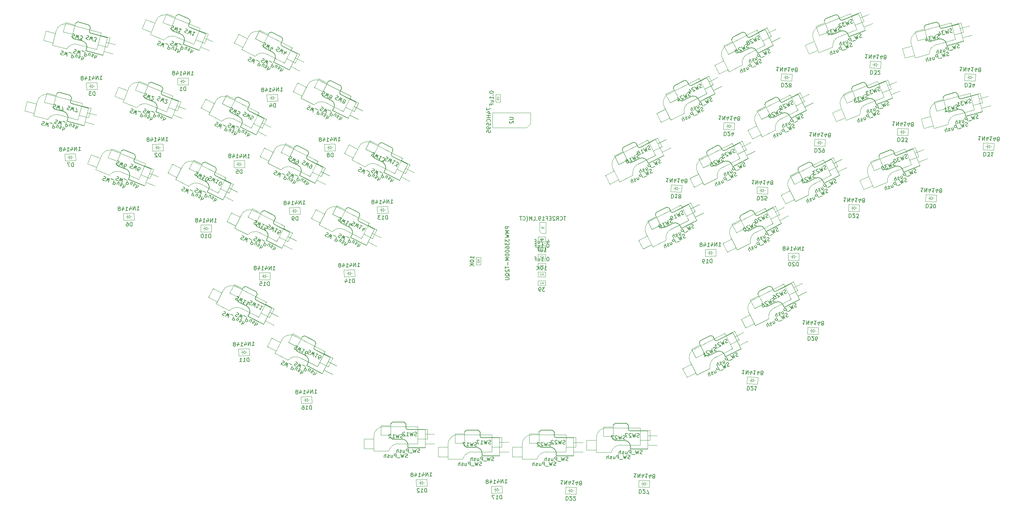
<source format=gbr>
%TF.GenerationSoftware,KiCad,Pcbnew,(6.0.4)*%
%TF.CreationDate,2022-11-04T17:16:24+01:00*%
%TF.ProjectId,Batreeq,42617472-6565-4712-9e6b-696361645f70,rev?*%
%TF.SameCoordinates,Original*%
%TF.FileFunction,AssemblyDrawing,Bot*%
%FSLAX46Y46*%
G04 Gerber Fmt 4.6, Leading zero omitted, Abs format (unit mm)*
G04 Created by KiCad (PCBNEW (6.0.4)) date 2022-11-04 17:16:24*
%MOMM*%
%LPD*%
G01*
G04 APERTURE LIST*
%ADD10C,0.150000*%
%ADD11C,0.080000*%
%ADD12C,0.060000*%
%ADD13C,0.120000*%
%ADD14C,0.100000*%
G04 APERTURE END LIST*
D10*
%TO.C,SW7*%
X35452982Y-59906663D02*
X35603297Y-59897641D01*
X35833279Y-59959265D01*
X35912947Y-60029911D01*
X35946619Y-60088232D01*
X35967966Y-60192549D01*
X35943317Y-60284542D01*
X35872671Y-60364211D01*
X35814349Y-60397882D01*
X35710032Y-60419229D01*
X35513721Y-60415927D01*
X35409404Y-60437274D01*
X35351082Y-60470946D01*
X35280436Y-60550614D01*
X35255787Y-60642607D01*
X35277134Y-60746925D01*
X35310806Y-60805246D01*
X35390474Y-60875892D01*
X35620456Y-60937515D01*
X35770770Y-60928493D01*
X36080421Y-61060762D02*
X36569222Y-60156460D01*
X36568338Y-60895706D01*
X36937194Y-60255058D01*
X36908357Y-61282607D01*
X37184336Y-61356556D02*
X37828287Y-61529102D01*
X37673138Y-60452253D01*
X32223040Y-63560184D02*
X32373354Y-63551161D01*
X32603336Y-63612785D01*
X32683004Y-63683431D01*
X32716676Y-63741752D01*
X32738023Y-63846070D01*
X32713374Y-63938063D01*
X32642728Y-64017731D01*
X32584407Y-64051403D01*
X32480089Y-64072750D01*
X32283778Y-64069447D01*
X32179461Y-64090794D01*
X32121140Y-64124466D01*
X32050494Y-64204134D01*
X32025844Y-64296127D01*
X32047191Y-64400445D01*
X32080863Y-64458766D01*
X32160531Y-64529412D01*
X32390514Y-64591035D01*
X32540828Y-64582013D01*
X32850478Y-64714283D02*
X33339280Y-63809980D01*
X33338395Y-64549226D01*
X33707251Y-63908578D01*
X33678415Y-64936128D01*
X34099873Y-63915183D02*
X34835816Y-64112378D01*
X35041149Y-64265995D02*
X34782330Y-65231921D01*
X35150302Y-65330518D01*
X35254619Y-65309171D01*
X35312940Y-65275500D01*
X35383586Y-65195831D01*
X35420560Y-65057842D01*
X35399213Y-64953524D01*
X35365542Y-64895203D01*
X35285873Y-64824557D01*
X34917902Y-64725960D01*
X36248497Y-65279687D02*
X36421043Y-64635736D01*
X35834529Y-65168765D02*
X35970101Y-64662803D01*
X36040746Y-64583135D01*
X36145064Y-64561788D01*
X36283054Y-64598762D01*
X36362722Y-64669408D01*
X36396394Y-64727729D01*
X36822686Y-64792655D02*
X36927004Y-64771308D01*
X37110990Y-64820607D01*
X37190658Y-64891253D01*
X37212005Y-64995571D01*
X37199680Y-65041567D01*
X37129035Y-65121235D01*
X37024717Y-65142582D01*
X36886728Y-65105608D01*
X36782410Y-65126955D01*
X36711764Y-65206624D01*
X36699439Y-65252620D01*
X36720786Y-65356938D01*
X36800455Y-65427584D01*
X36938444Y-65464558D01*
X37042762Y-65443211D01*
X37662948Y-64968504D02*
X37404129Y-65934430D01*
X38076916Y-65079426D02*
X37941344Y-65585387D01*
X37870698Y-65665056D01*
X37766380Y-65686403D01*
X37628391Y-65649428D01*
X37548723Y-65578783D01*
X37515051Y-65520461D01*
X31798197Y-59501945D02*
X31948512Y-59492923D01*
X32178494Y-59554547D01*
X32258162Y-59625193D01*
X32291834Y-59683514D01*
X32313181Y-59787831D01*
X32288532Y-59879824D01*
X32217886Y-59959493D01*
X32159564Y-59993164D01*
X32055247Y-60014511D01*
X31858936Y-60011209D01*
X31754619Y-60032556D01*
X31696297Y-60066228D01*
X31625651Y-60145896D01*
X31601002Y-60237889D01*
X31622349Y-60342207D01*
X31656021Y-60400528D01*
X31735689Y-60471174D01*
X31965671Y-60532797D01*
X32115985Y-60523775D01*
X32425636Y-60656044D02*
X32914437Y-59751742D01*
X32913553Y-60490988D01*
X33282409Y-59850340D01*
X33253572Y-60877889D01*
X33529551Y-60951838D02*
X34173502Y-61124384D01*
X34018353Y-60047535D01*
X28827524Y-63965159D02*
X28977838Y-63956136D01*
X29207820Y-64017760D01*
X29287488Y-64088406D01*
X29321160Y-64146727D01*
X29342507Y-64251045D01*
X29317858Y-64343038D01*
X29247212Y-64422706D01*
X29188891Y-64456378D01*
X29084573Y-64477725D01*
X28888262Y-64474422D01*
X28783945Y-64495769D01*
X28725624Y-64529441D01*
X28654978Y-64609109D01*
X28630328Y-64701102D01*
X28651675Y-64805420D01*
X28685347Y-64863741D01*
X28765015Y-64934387D01*
X28994998Y-64996010D01*
X29145312Y-64986988D01*
X29454962Y-65119258D02*
X29943764Y-64214955D01*
X29942879Y-64954201D01*
X30311735Y-64313553D01*
X30282899Y-65341103D01*
X30704357Y-64320158D02*
X31440300Y-64517353D01*
X31645633Y-64670970D02*
X31386814Y-65636896D01*
X31754786Y-65735493D01*
X31859103Y-65714146D01*
X31917424Y-65680475D01*
X31988070Y-65600806D01*
X32025044Y-65462817D01*
X32003697Y-65358499D01*
X31970026Y-65300178D01*
X31890357Y-65229532D01*
X31522386Y-65130935D01*
X32852981Y-65684662D02*
X33025527Y-65040711D01*
X32439013Y-65573740D02*
X32574585Y-65067778D01*
X32645230Y-64988110D01*
X32749548Y-64966763D01*
X32887538Y-65003737D01*
X32967206Y-65074383D01*
X33000878Y-65132704D01*
X33427170Y-65197630D02*
X33531488Y-65176283D01*
X33715474Y-65225582D01*
X33795142Y-65296228D01*
X33816489Y-65400546D01*
X33804164Y-65446542D01*
X33733519Y-65526210D01*
X33629201Y-65547557D01*
X33491212Y-65510583D01*
X33386894Y-65531930D01*
X33316248Y-65611599D01*
X33303923Y-65657595D01*
X33325270Y-65761913D01*
X33404939Y-65832559D01*
X33542928Y-65869533D01*
X33647246Y-65848186D01*
X34267432Y-65373479D02*
X34008613Y-66339405D01*
X34681400Y-65484401D02*
X34545828Y-65990362D01*
X34475182Y-66070031D01*
X34370864Y-66091378D01*
X34232875Y-66054403D01*
X34153207Y-65983758D01*
X34119535Y-65925436D01*
%TO.C,SW26*%
X222552484Y-108595455D02*
X222446816Y-108702740D01*
X222234672Y-108810833D01*
X222128195Y-108811641D01*
X222064148Y-108790831D01*
X221978482Y-108727592D01*
X221935245Y-108642734D01*
X221934436Y-108536258D01*
X221955246Y-108472210D01*
X222018486Y-108386544D01*
X222166583Y-108257641D01*
X222229822Y-108171975D01*
X222250632Y-108107927D01*
X222249824Y-108001451D01*
X222206587Y-107916593D01*
X222120920Y-107853354D01*
X222056873Y-107832544D01*
X221950397Y-107833352D01*
X221738252Y-107941445D01*
X221632584Y-108048730D01*
X221313963Y-108157631D02*
X221555810Y-109156731D01*
X221061815Y-108606772D01*
X221216378Y-109329679D01*
X220550244Y-108546766D01*
X220296479Y-108782954D02*
X220232431Y-108762143D01*
X220125955Y-108762952D01*
X219913810Y-108871045D01*
X219850571Y-108956711D01*
X219829761Y-109020758D01*
X219830569Y-109127235D01*
X219873806Y-109212092D01*
X219981091Y-109317760D01*
X220749661Y-109567484D01*
X220198085Y-109848526D01*
X218980375Y-109346654D02*
X219150090Y-109260179D01*
X219256567Y-109259371D01*
X219320614Y-109280181D01*
X219470328Y-109364231D01*
X219599231Y-109512328D01*
X219772180Y-109851759D01*
X219772988Y-109958235D01*
X219752178Y-110022283D01*
X219688939Y-110107949D01*
X219519223Y-110194423D01*
X219412747Y-110195231D01*
X219348699Y-110174421D01*
X219263033Y-110111182D01*
X219154940Y-109899038D01*
X219154132Y-109792561D01*
X219174942Y-109728514D01*
X219238181Y-109642848D01*
X219407897Y-109556373D01*
X219514373Y-109555565D01*
X219578421Y-109576375D01*
X219664087Y-109639614D01*
X219565640Y-110740219D02*
X219459972Y-110847504D01*
X219247828Y-110955597D01*
X219141351Y-110956405D01*
X219077304Y-110935595D01*
X218991638Y-110872356D01*
X218948401Y-110787498D01*
X218947592Y-110681022D01*
X218968402Y-110616974D01*
X219031642Y-110531308D01*
X219179739Y-110402405D01*
X219242978Y-110316739D01*
X219263788Y-110252691D01*
X219262980Y-110146215D01*
X219219743Y-110061357D01*
X219134076Y-109998118D01*
X219070029Y-109977308D01*
X218963553Y-109978116D01*
X218751408Y-110086209D01*
X218645740Y-110193494D01*
X218327119Y-110302395D02*
X218568966Y-111301495D01*
X218074971Y-110751536D01*
X218229534Y-111474443D01*
X217563400Y-110691530D01*
X217309635Y-110927718D02*
X217245587Y-110906907D01*
X217139111Y-110907716D01*
X216926966Y-111015809D01*
X216863727Y-111101475D01*
X216842917Y-111165522D01*
X216843725Y-111271999D01*
X216886962Y-111356856D01*
X216994247Y-111462524D01*
X217762817Y-111712248D01*
X217211241Y-111993290D01*
X215993531Y-111491418D02*
X216163246Y-111404943D01*
X216269723Y-111404135D01*
X216333770Y-111424945D01*
X216483484Y-111508995D01*
X216612387Y-111657092D01*
X216785336Y-111996523D01*
X216786144Y-112102999D01*
X216765334Y-112167047D01*
X216702095Y-112252713D01*
X216532379Y-112339187D01*
X216425903Y-112339995D01*
X216361855Y-112319185D01*
X216276189Y-112255946D01*
X216168096Y-112043802D01*
X216167288Y-111937325D01*
X216188098Y-111873278D01*
X216251337Y-111787612D01*
X216421053Y-111701137D01*
X216527529Y-111700329D01*
X216591577Y-111721139D01*
X216677243Y-111784378D01*
X225227441Y-112131451D02*
X225121773Y-112238736D01*
X224909629Y-112346829D01*
X224803152Y-112347637D01*
X224739105Y-112326827D01*
X224653439Y-112263587D01*
X224610201Y-112178730D01*
X224609393Y-112072253D01*
X224630203Y-112008206D01*
X224693443Y-111922540D01*
X224841540Y-111793636D01*
X224904779Y-111707970D01*
X224925589Y-111643923D01*
X224924781Y-111537447D01*
X224881543Y-111452589D01*
X224795877Y-111389350D01*
X224731830Y-111368539D01*
X224625354Y-111369348D01*
X224413209Y-111477441D01*
X224307541Y-111584725D01*
X223988920Y-111693627D02*
X224230766Y-112692726D01*
X223736772Y-112142767D01*
X223891335Y-112865675D01*
X223225200Y-112082761D01*
X223595142Y-113123481D02*
X222916279Y-113469379D01*
X222660898Y-113492614D02*
X222206907Y-112601608D01*
X221867476Y-112774556D01*
X221804237Y-112860222D01*
X221783427Y-112924270D01*
X221784235Y-113030746D01*
X221849091Y-113158033D01*
X221934757Y-113221272D01*
X221998804Y-113242082D01*
X222105281Y-113241274D01*
X222444712Y-113068325D01*
X221085371Y-113547168D02*
X221388031Y-114141172D01*
X221467231Y-113352600D02*
X221705035Y-113819318D01*
X221705844Y-113925794D01*
X221642605Y-114011460D01*
X221515318Y-114076316D01*
X221408842Y-114077124D01*
X221344794Y-114056314D01*
X220984553Y-114293310D02*
X220921314Y-114378976D01*
X220751598Y-114465451D01*
X220645122Y-114466259D01*
X220559456Y-114403020D01*
X220537837Y-114360591D01*
X220537029Y-114254115D01*
X220600268Y-114168449D01*
X220727555Y-114103593D01*
X220790794Y-114017927D01*
X220789985Y-113911450D01*
X220768367Y-113869022D01*
X220682701Y-113805782D01*
X220576224Y-113806591D01*
X220448938Y-113871447D01*
X220385699Y-113957113D01*
X220242452Y-114724874D02*
X219788461Y-113833867D01*
X219860592Y-114919441D02*
X219622787Y-114452724D01*
X219621979Y-114346247D01*
X219685218Y-114260581D01*
X219812505Y-114195725D01*
X219918981Y-114194917D01*
X219983028Y-114215727D01*
X222975063Y-114704449D02*
X222869395Y-114811734D01*
X222657251Y-114919827D01*
X222550774Y-114920635D01*
X222486727Y-114899825D01*
X222401061Y-114836585D01*
X222357823Y-114751728D01*
X222357015Y-114645251D01*
X222377825Y-114581204D01*
X222441065Y-114495538D01*
X222589162Y-114366634D01*
X222652401Y-114280968D01*
X222673211Y-114216921D01*
X222672403Y-114110445D01*
X222629165Y-114025587D01*
X222543499Y-113962348D01*
X222479452Y-113941537D01*
X222372976Y-113942346D01*
X222160831Y-114050439D01*
X222055163Y-114157723D01*
X221736542Y-114266625D02*
X221978388Y-115265724D01*
X221484394Y-114715765D01*
X221638957Y-115438673D01*
X220972822Y-114655759D01*
X221342764Y-115696479D02*
X220663901Y-116042377D01*
X220408520Y-116065612D02*
X219954529Y-115174606D01*
X219615098Y-115347554D01*
X219551859Y-115433220D01*
X219531049Y-115497268D01*
X219531857Y-115603744D01*
X219596713Y-115731031D01*
X219682379Y-115794270D01*
X219746426Y-115815080D01*
X219852903Y-115814272D01*
X220192334Y-115641323D01*
X218832993Y-116120166D02*
X219135653Y-116714170D01*
X219214853Y-115925598D02*
X219452657Y-116392316D01*
X219453466Y-116498792D01*
X219390227Y-116584458D01*
X219262940Y-116649314D01*
X219156464Y-116650122D01*
X219092416Y-116629312D01*
X218732175Y-116866308D02*
X218668936Y-116951974D01*
X218499220Y-117038449D01*
X218392744Y-117039257D01*
X218307078Y-116976018D01*
X218285459Y-116933589D01*
X218284651Y-116827113D01*
X218347890Y-116741447D01*
X218475177Y-116676591D01*
X218538416Y-116590925D01*
X218537607Y-116484448D01*
X218515989Y-116442020D01*
X218430323Y-116378780D01*
X218323846Y-116379589D01*
X218196560Y-116444445D01*
X218133321Y-116530111D01*
X217990074Y-117297872D02*
X217536083Y-116406865D01*
X217608214Y-117492439D02*
X217370409Y-117025722D01*
X217369601Y-116919245D01*
X217432840Y-116833579D01*
X217560127Y-116768723D01*
X217666603Y-116767915D01*
X217730650Y-116788725D01*
%TO.C,SW34*%
X264804099Y-46722349D02*
X264678434Y-46805319D01*
X264448452Y-46866943D01*
X264344134Y-46845596D01*
X264285813Y-46811924D01*
X264215167Y-46732256D01*
X264190517Y-46640263D01*
X264211864Y-46535945D01*
X264245536Y-46477624D01*
X264325204Y-46406978D01*
X264496866Y-46311683D01*
X264576534Y-46241037D01*
X264610205Y-46182716D01*
X264631553Y-46078398D01*
X264606903Y-45986405D01*
X264536257Y-45906737D01*
X264477936Y-45873065D01*
X264373618Y-45851718D01*
X264143636Y-45913342D01*
X264017971Y-45996312D01*
X263683671Y-46036589D02*
X263712508Y-47064138D01*
X263343651Y-46423490D01*
X263344536Y-47162736D01*
X262855735Y-46258434D01*
X263001214Y-47353327D02*
X262265270Y-47550522D01*
X262010639Y-47520153D02*
X261751820Y-46554227D01*
X261383848Y-46652825D01*
X261304180Y-46723471D01*
X261270508Y-46781792D01*
X261249161Y-46886109D01*
X261286135Y-47024099D01*
X261356781Y-47103767D01*
X261415102Y-47137439D01*
X261519420Y-47158786D01*
X261887392Y-47060188D01*
X260458199Y-47245944D02*
X260630745Y-47889894D01*
X260872167Y-47135021D02*
X261007739Y-47640982D01*
X260986392Y-47745300D01*
X260906723Y-47815946D01*
X260768734Y-47852920D01*
X260664416Y-47831573D01*
X260606095Y-47797901D01*
X260204452Y-47954820D02*
X260124784Y-48025466D01*
X259940798Y-48074765D01*
X259836480Y-48053418D01*
X259765834Y-47973750D01*
X259753509Y-47927753D01*
X259774856Y-47823436D01*
X259854525Y-47752790D01*
X259992514Y-47715816D01*
X260072182Y-47645170D01*
X260093529Y-47540852D01*
X260081205Y-47494856D01*
X260010559Y-47415187D01*
X259906241Y-47393840D01*
X259768252Y-47430814D01*
X259688583Y-47501460D01*
X259388840Y-48222662D02*
X259130021Y-47256736D01*
X258974872Y-48333584D02*
X258839300Y-47827623D01*
X258860647Y-47723305D01*
X258940315Y-47652659D01*
X259078305Y-47615685D01*
X259182622Y-47637032D01*
X259240943Y-47670704D01*
X265660885Y-40658992D02*
X265535221Y-40741963D01*
X265305238Y-40803586D01*
X265200921Y-40782239D01*
X265142600Y-40748568D01*
X265071954Y-40668899D01*
X265047304Y-40576907D01*
X265068651Y-40472589D01*
X265102323Y-40414268D01*
X265181991Y-40343622D01*
X265353652Y-40248326D01*
X265433321Y-40177681D01*
X265466992Y-40119359D01*
X265488339Y-40015042D01*
X265463690Y-39923049D01*
X265393044Y-39843381D01*
X265334723Y-39809709D01*
X265230405Y-39788362D01*
X265000423Y-39849985D01*
X264874758Y-39932956D01*
X264540458Y-39973233D02*
X264569295Y-41000782D01*
X264200438Y-40360134D01*
X264201323Y-41099380D01*
X263712522Y-40195077D01*
X263436543Y-40269026D02*
X262838589Y-40429247D01*
X263259162Y-40710946D01*
X263121172Y-40747920D01*
X263041504Y-40818566D01*
X263007832Y-40876887D01*
X262986485Y-40981205D01*
X263048109Y-41211187D01*
X263118755Y-41290855D01*
X263177076Y-41324527D01*
X263281394Y-41345874D01*
X263557373Y-41271926D01*
X263637041Y-41201280D01*
X263670713Y-41142959D01*
X262096925Y-40973067D02*
X262269471Y-41617018D01*
X262228310Y-40543472D02*
X262643163Y-41171795D01*
X262045209Y-41332017D01*
X267542214Y-44673872D02*
X267416549Y-44756842D01*
X267186567Y-44818466D01*
X267082249Y-44797119D01*
X267023928Y-44763447D01*
X266953282Y-44683779D01*
X266928632Y-44591786D01*
X266949979Y-44487468D01*
X266983651Y-44429147D01*
X267063319Y-44358501D01*
X267234981Y-44263206D01*
X267314649Y-44192560D01*
X267348320Y-44134239D01*
X267369668Y-44029921D01*
X267345018Y-43937928D01*
X267274372Y-43858260D01*
X267216051Y-43824588D01*
X267111733Y-43803241D01*
X266881751Y-43864865D01*
X266756086Y-43947835D01*
X266421786Y-43988112D02*
X266450623Y-45015661D01*
X266081766Y-44375013D01*
X266082651Y-45114259D01*
X265593850Y-44209957D01*
X265739329Y-45304850D02*
X265003385Y-45502045D01*
X264748754Y-45471676D02*
X264489935Y-44505750D01*
X264121963Y-44604348D01*
X264042295Y-44674994D01*
X264008623Y-44733315D01*
X263987276Y-44837632D01*
X264024250Y-44975622D01*
X264094896Y-45055290D01*
X264153217Y-45088962D01*
X264257535Y-45110309D01*
X264625507Y-45011711D01*
X263196314Y-45197467D02*
X263368860Y-45841417D01*
X263610282Y-45086544D02*
X263745854Y-45592505D01*
X263724507Y-45696823D01*
X263644838Y-45767469D01*
X263506849Y-45804443D01*
X263402531Y-45783096D01*
X263344210Y-45749424D01*
X262942567Y-45906343D02*
X262862899Y-45976989D01*
X262678913Y-46026288D01*
X262574595Y-46004941D01*
X262503949Y-45925273D01*
X262491624Y-45879276D01*
X262512971Y-45774959D01*
X262592640Y-45704313D01*
X262730629Y-45667339D01*
X262810297Y-45596693D01*
X262831644Y-45492375D01*
X262819320Y-45446379D01*
X262748674Y-45366710D01*
X262644356Y-45345363D01*
X262506367Y-45382337D01*
X262426698Y-45452983D01*
X262126955Y-46174185D02*
X261868136Y-45208259D01*
X261712987Y-46285107D02*
X261577415Y-45779146D01*
X261598762Y-45674828D01*
X261678430Y-45604182D01*
X261816420Y-45567208D01*
X261920737Y-45588555D01*
X261979058Y-45622227D01*
X262293389Y-42135888D02*
X262167725Y-42218859D01*
X261937742Y-42280482D01*
X261833425Y-42259135D01*
X261775104Y-42225464D01*
X261704458Y-42145795D01*
X261679808Y-42053803D01*
X261701155Y-41949485D01*
X261734827Y-41891164D01*
X261814495Y-41820518D01*
X261986156Y-41725222D01*
X262065825Y-41654577D01*
X262099496Y-41596255D01*
X262120843Y-41491938D01*
X262096194Y-41399945D01*
X262025548Y-41320277D01*
X261967227Y-41286605D01*
X261862909Y-41265258D01*
X261632927Y-41326881D01*
X261507262Y-41409852D01*
X261172962Y-41450129D02*
X261201799Y-42477678D01*
X260832942Y-41837030D01*
X260833827Y-42576276D01*
X260345026Y-41671973D01*
X260069047Y-41745922D02*
X259471093Y-41906143D01*
X259891666Y-42187842D01*
X259753676Y-42224816D01*
X259674008Y-42295462D01*
X259640336Y-42353783D01*
X259618989Y-42458101D01*
X259680613Y-42688083D01*
X259751259Y-42767751D01*
X259809580Y-42801423D01*
X259913898Y-42822770D01*
X260189877Y-42748822D01*
X260269545Y-42678176D01*
X260303217Y-42619855D01*
X258729429Y-42449963D02*
X258901975Y-43093914D01*
X258860814Y-42020368D02*
X259275667Y-42648691D01*
X258677713Y-42808913D01*
%TO.C,SW21*%
X209954773Y-124989550D02*
X209849105Y-125096835D01*
X209636961Y-125204928D01*
X209530484Y-125205736D01*
X209466437Y-125184926D01*
X209380771Y-125121686D01*
X209337533Y-125036829D01*
X209336725Y-124930352D01*
X209357535Y-124866305D01*
X209420775Y-124780639D01*
X209568872Y-124651735D01*
X209632111Y-124566069D01*
X209652921Y-124502022D01*
X209652113Y-124395546D01*
X209608875Y-124310688D01*
X209523209Y-124247449D01*
X209459162Y-124226638D01*
X209352686Y-124227447D01*
X209140541Y-124335540D01*
X209034873Y-124442824D01*
X208716252Y-124551726D02*
X208958098Y-125550825D01*
X208464104Y-125000866D01*
X208618667Y-125723774D01*
X207952532Y-124940860D01*
X208322474Y-125981580D02*
X207643611Y-126327478D01*
X207388230Y-126350713D02*
X206934239Y-125459707D01*
X206594808Y-125632655D01*
X206531569Y-125718321D01*
X206510759Y-125782369D01*
X206511567Y-125888845D01*
X206576423Y-126016132D01*
X206662089Y-126079371D01*
X206726136Y-126100181D01*
X206832613Y-126099373D01*
X207172044Y-125926424D01*
X205812703Y-126405267D02*
X206115363Y-126999271D01*
X206194563Y-126210699D02*
X206432367Y-126677417D01*
X206433176Y-126783893D01*
X206369937Y-126869559D01*
X206242650Y-126934415D01*
X206136174Y-126935223D01*
X206072126Y-126914413D01*
X205711885Y-127151409D02*
X205648646Y-127237075D01*
X205478930Y-127323550D01*
X205372454Y-127324358D01*
X205286788Y-127261119D01*
X205265169Y-127218690D01*
X205264361Y-127112214D01*
X205327600Y-127026548D01*
X205454887Y-126961692D01*
X205518126Y-126876026D01*
X205517317Y-126769549D01*
X205495699Y-126727121D01*
X205410033Y-126663881D01*
X205303556Y-126664690D01*
X205176270Y-126729546D01*
X205113031Y-126815212D01*
X204969784Y-127582973D02*
X204515793Y-126691966D01*
X204587924Y-127777540D02*
X204350119Y-127310823D01*
X204349311Y-127204346D01*
X204412550Y-127118680D01*
X204539837Y-127053824D01*
X204646313Y-127053016D01*
X204710360Y-127073826D01*
X207702395Y-127562548D02*
X207596727Y-127669833D01*
X207384583Y-127777926D01*
X207278106Y-127778734D01*
X207214059Y-127757924D01*
X207128393Y-127694684D01*
X207085155Y-127609827D01*
X207084347Y-127503350D01*
X207105157Y-127439303D01*
X207168397Y-127353637D01*
X207316494Y-127224733D01*
X207379733Y-127139067D01*
X207400543Y-127075020D01*
X207399735Y-126968544D01*
X207356497Y-126883686D01*
X207270831Y-126820447D01*
X207206784Y-126799636D01*
X207100308Y-126800445D01*
X206888163Y-126908538D01*
X206782495Y-127015822D01*
X206463874Y-127124724D02*
X206705720Y-128123823D01*
X206211726Y-127573864D01*
X206366289Y-128296772D01*
X205700154Y-127513858D01*
X206070096Y-128554578D02*
X205391233Y-128900476D01*
X205135852Y-128923711D02*
X204681861Y-128032705D01*
X204342430Y-128205653D01*
X204279191Y-128291319D01*
X204258381Y-128355367D01*
X204259189Y-128461843D01*
X204324045Y-128589130D01*
X204409711Y-128652369D01*
X204473758Y-128673179D01*
X204580235Y-128672371D01*
X204919666Y-128499422D01*
X203560325Y-128978265D02*
X203862985Y-129572269D01*
X203942185Y-128783697D02*
X204179989Y-129250415D01*
X204180798Y-129356891D01*
X204117559Y-129442557D01*
X203990272Y-129507413D01*
X203883796Y-129508221D01*
X203819748Y-129487411D01*
X203459507Y-129724407D02*
X203396268Y-129810073D01*
X203226552Y-129896548D01*
X203120076Y-129897356D01*
X203034410Y-129834117D01*
X203012791Y-129791688D01*
X203011983Y-129685212D01*
X203075222Y-129599546D01*
X203202509Y-129534690D01*
X203265748Y-129449024D01*
X203264939Y-129342547D01*
X203243321Y-129300119D01*
X203157655Y-129236879D01*
X203051178Y-129237688D01*
X202923892Y-129302544D01*
X202860653Y-129388210D01*
X202717406Y-130155971D02*
X202263415Y-129264964D01*
X202335546Y-130350538D02*
X202097741Y-129883821D01*
X202096933Y-129777344D01*
X202160172Y-129691678D01*
X202287459Y-129626822D01*
X202393935Y-129626014D01*
X202457982Y-129646824D01*
X207279816Y-121453554D02*
X207174148Y-121560839D01*
X206962004Y-121668932D01*
X206855527Y-121669740D01*
X206791480Y-121648930D01*
X206705814Y-121585691D01*
X206662577Y-121500833D01*
X206661768Y-121394357D01*
X206682578Y-121330309D01*
X206745818Y-121244643D01*
X206893915Y-121115740D01*
X206957154Y-121030074D01*
X206977964Y-120966026D01*
X206977156Y-120859550D01*
X206933919Y-120774692D01*
X206848252Y-120711453D01*
X206784205Y-120690643D01*
X206677729Y-120691451D01*
X206465584Y-120799544D01*
X206359916Y-120906829D01*
X206041295Y-121015730D02*
X206283142Y-122014830D01*
X205789147Y-121464871D01*
X205943710Y-122187778D01*
X205277576Y-121404865D01*
X205023811Y-121641053D02*
X204959763Y-121620242D01*
X204853287Y-121621051D01*
X204641142Y-121729144D01*
X204577903Y-121814810D01*
X204557093Y-121878857D01*
X204557901Y-121985334D01*
X204601138Y-122070191D01*
X204708423Y-122175859D01*
X205476993Y-122425583D01*
X204925417Y-122706625D01*
X204076840Y-123138996D02*
X204585986Y-122879573D01*
X204331413Y-123009285D02*
X203877422Y-122118278D01*
X204027136Y-122202328D01*
X204155231Y-122243948D01*
X204261707Y-122243140D01*
X204292972Y-123598318D02*
X204187304Y-123705603D01*
X203975160Y-123813696D01*
X203868683Y-123814504D01*
X203804636Y-123793694D01*
X203718970Y-123730455D01*
X203675733Y-123645597D01*
X203674924Y-123539121D01*
X203695734Y-123475073D01*
X203758974Y-123389407D01*
X203907071Y-123260504D01*
X203970310Y-123174838D01*
X203991120Y-123110790D01*
X203990312Y-123004314D01*
X203947075Y-122919456D01*
X203861408Y-122856217D01*
X203797361Y-122835407D01*
X203690885Y-122836215D01*
X203478740Y-122944308D01*
X203373072Y-123051593D01*
X203054451Y-123160494D02*
X203296298Y-124159594D01*
X202802303Y-123609635D01*
X202956866Y-124332542D01*
X202290732Y-123549629D01*
X202036967Y-123785817D02*
X201972919Y-123765006D01*
X201866443Y-123765815D01*
X201654298Y-123873908D01*
X201591059Y-123959574D01*
X201570249Y-124023621D01*
X201571057Y-124130098D01*
X201614294Y-124214955D01*
X201721579Y-124320623D01*
X202490149Y-124570347D01*
X201938573Y-124851389D01*
X201089996Y-125283760D02*
X201599142Y-125024337D01*
X201344569Y-125154049D02*
X200890578Y-124263042D01*
X201040292Y-124347092D01*
X201168387Y-124388712D01*
X201274863Y-124387904D01*
%TO.C,SW25*%
X209171152Y-71907732D02*
X209065484Y-72015017D01*
X208853340Y-72123110D01*
X208746863Y-72123918D01*
X208682816Y-72103108D01*
X208597150Y-72039869D01*
X208553913Y-71955011D01*
X208553104Y-71848535D01*
X208573914Y-71784487D01*
X208637154Y-71698821D01*
X208785251Y-71569918D01*
X208848490Y-71484252D01*
X208869300Y-71420204D01*
X208868492Y-71313728D01*
X208825255Y-71228870D01*
X208739588Y-71165631D01*
X208675541Y-71144821D01*
X208569065Y-71145629D01*
X208356920Y-71253722D01*
X208251252Y-71361007D01*
X207932631Y-71469908D02*
X208174478Y-72469008D01*
X207680483Y-71919049D01*
X207835046Y-72641956D01*
X207168912Y-71859043D01*
X206915147Y-72095231D02*
X206851099Y-72074420D01*
X206744623Y-72075229D01*
X206532478Y-72183322D01*
X206469239Y-72268988D01*
X206448429Y-72333035D01*
X206449237Y-72439512D01*
X206492474Y-72524369D01*
X206599759Y-72630037D01*
X207368329Y-72879761D01*
X206816753Y-73160803D01*
X205556614Y-72680549D02*
X205980903Y-72464363D01*
X206239518Y-72867034D01*
X206175470Y-72846223D01*
X206068994Y-72847032D01*
X205856849Y-72955125D01*
X205793610Y-73040791D01*
X205772800Y-73104838D01*
X205773608Y-73211315D01*
X205881701Y-73423459D01*
X205967367Y-73486698D01*
X206031415Y-73507508D01*
X206137891Y-73506700D01*
X206350036Y-73398607D01*
X206413275Y-73312941D01*
X206434085Y-73248894D01*
X209593731Y-78016726D02*
X209488063Y-78124011D01*
X209275919Y-78232104D01*
X209169442Y-78232912D01*
X209105395Y-78212102D01*
X209019729Y-78148862D01*
X208976491Y-78064005D01*
X208975683Y-77957528D01*
X208996493Y-77893481D01*
X209059733Y-77807815D01*
X209207830Y-77678911D01*
X209271069Y-77593245D01*
X209291879Y-77529198D01*
X209291071Y-77422722D01*
X209247833Y-77337864D01*
X209162167Y-77274625D01*
X209098120Y-77253814D01*
X208991644Y-77254623D01*
X208779499Y-77362716D01*
X208673831Y-77470000D01*
X208355210Y-77578902D02*
X208597056Y-78578001D01*
X208103062Y-78028042D01*
X208257625Y-78750950D01*
X207591490Y-77968036D01*
X207961432Y-79008756D02*
X207282569Y-79354654D01*
X207027188Y-79377889D02*
X206573197Y-78486883D01*
X206233766Y-78659831D01*
X206170527Y-78745497D01*
X206149717Y-78809545D01*
X206150525Y-78916021D01*
X206215381Y-79043308D01*
X206301047Y-79106547D01*
X206365094Y-79127357D01*
X206471571Y-79126549D01*
X206811002Y-78953600D01*
X205451661Y-79432443D02*
X205754321Y-80026447D01*
X205833521Y-79237875D02*
X206071325Y-79704593D01*
X206072134Y-79811069D01*
X206008895Y-79896735D01*
X205881608Y-79961591D01*
X205775132Y-79962399D01*
X205711084Y-79941589D01*
X205350843Y-80178585D02*
X205287604Y-80264251D01*
X205117888Y-80350726D01*
X205011412Y-80351534D01*
X204925746Y-80288295D01*
X204904127Y-80245866D01*
X204903319Y-80139390D01*
X204966558Y-80053724D01*
X205093845Y-79988868D01*
X205157084Y-79903202D01*
X205156275Y-79796725D01*
X205134657Y-79754297D01*
X205048991Y-79691057D01*
X204942514Y-79691866D01*
X204815228Y-79756722D01*
X204751989Y-79842388D01*
X204608742Y-80610149D02*
X204154751Y-79719142D01*
X204226882Y-80804716D02*
X203989077Y-80337999D01*
X203988269Y-80231522D01*
X204051508Y-80145856D01*
X204178795Y-80081000D01*
X204285271Y-80080192D01*
X204349318Y-80101002D01*
X211846109Y-75443728D02*
X211740441Y-75551013D01*
X211528297Y-75659106D01*
X211421820Y-75659914D01*
X211357773Y-75639104D01*
X211272107Y-75575864D01*
X211228869Y-75491007D01*
X211228061Y-75384530D01*
X211248871Y-75320483D01*
X211312111Y-75234817D01*
X211460208Y-75105913D01*
X211523447Y-75020247D01*
X211544257Y-74956200D01*
X211543449Y-74849724D01*
X211500211Y-74764866D01*
X211414545Y-74701627D01*
X211350498Y-74680816D01*
X211244022Y-74681625D01*
X211031877Y-74789718D01*
X210926209Y-74897002D01*
X210607588Y-75005904D02*
X210849434Y-76005003D01*
X210355440Y-75455044D01*
X210510003Y-76177952D01*
X209843868Y-75395038D01*
X210213810Y-76435758D02*
X209534947Y-76781656D01*
X209279566Y-76804891D02*
X208825575Y-75913885D01*
X208486144Y-76086833D01*
X208422905Y-76172499D01*
X208402095Y-76236547D01*
X208402903Y-76343023D01*
X208467759Y-76470310D01*
X208553425Y-76533549D01*
X208617472Y-76554359D01*
X208723949Y-76553551D01*
X209063380Y-76380602D01*
X207704039Y-76859445D02*
X208006699Y-77453449D01*
X208085899Y-76664877D02*
X208323703Y-77131595D01*
X208324512Y-77238071D01*
X208261273Y-77323737D01*
X208133986Y-77388593D01*
X208027510Y-77389401D01*
X207963462Y-77368591D01*
X207603221Y-77605587D02*
X207539982Y-77691253D01*
X207370266Y-77777728D01*
X207263790Y-77778536D01*
X207178124Y-77715297D01*
X207156505Y-77672868D01*
X207155697Y-77566392D01*
X207218936Y-77480726D01*
X207346223Y-77415870D01*
X207409462Y-77330204D01*
X207408653Y-77223727D01*
X207387035Y-77181299D01*
X207301369Y-77118059D01*
X207194892Y-77118868D01*
X207067606Y-77183724D01*
X207004367Y-77269390D01*
X206861120Y-78037151D02*
X206407129Y-77146144D01*
X206479260Y-78231718D02*
X206241455Y-77765001D01*
X206240647Y-77658524D01*
X206303886Y-77572858D01*
X206431173Y-77508002D01*
X206537649Y-77507194D01*
X206601696Y-77528004D01*
X206184308Y-74052496D02*
X206078640Y-74159781D01*
X205866496Y-74267874D01*
X205760019Y-74268682D01*
X205695972Y-74247872D01*
X205610306Y-74184633D01*
X205567069Y-74099775D01*
X205566260Y-73993299D01*
X205587070Y-73929251D01*
X205650310Y-73843585D01*
X205798407Y-73714682D01*
X205861646Y-73629016D01*
X205882456Y-73564968D01*
X205881648Y-73458492D01*
X205838411Y-73373634D01*
X205752744Y-73310395D01*
X205688697Y-73289585D01*
X205582221Y-73290393D01*
X205370076Y-73398486D01*
X205264408Y-73505771D01*
X204945787Y-73614672D02*
X205187634Y-74613772D01*
X204693639Y-74063813D01*
X204848202Y-74786720D01*
X204182068Y-74003807D01*
X203928303Y-74239995D02*
X203864255Y-74219184D01*
X203757779Y-74219993D01*
X203545634Y-74328086D01*
X203482395Y-74413752D01*
X203461585Y-74477799D01*
X203462393Y-74584276D01*
X203505630Y-74669133D01*
X203612915Y-74774801D01*
X204381485Y-75024525D01*
X203829909Y-75305567D01*
X202569770Y-74825313D02*
X202994059Y-74609127D01*
X203252674Y-75011798D01*
X203188626Y-74990987D01*
X203082150Y-74991796D01*
X202870005Y-75099889D01*
X202806766Y-75185555D01*
X202785956Y-75249602D01*
X202786764Y-75356079D01*
X202894857Y-75568223D01*
X202980523Y-75631462D01*
X203044571Y-75652272D01*
X203151047Y-75651464D01*
X203363192Y-75543371D01*
X203426431Y-75457705D01*
X203447241Y-75393658D01*
%TO.C,SW4*%
X86111362Y-47508802D02*
X86260267Y-47531229D01*
X86472412Y-47639322D01*
X86535651Y-47724988D01*
X86556461Y-47789035D01*
X86555653Y-47895512D01*
X86512416Y-47980369D01*
X86426750Y-48043609D01*
X86362702Y-48064419D01*
X86256226Y-48063611D01*
X86064892Y-48019565D01*
X85958415Y-48018757D01*
X85894368Y-48039567D01*
X85808702Y-48102806D01*
X85765465Y-48187664D01*
X85764656Y-48294140D01*
X85785467Y-48358188D01*
X85848706Y-48443854D01*
X86060850Y-48551947D01*
X86209755Y-48574374D01*
X86485139Y-48768133D02*
X87151274Y-47985219D01*
X86996710Y-48708127D01*
X87490705Y-48158168D01*
X87248859Y-49157268D01*
X87873373Y-48246259D02*
X88552235Y-48592157D01*
X88721143Y-48785107D02*
X88267152Y-49676114D01*
X88606583Y-49849063D01*
X88713059Y-49849871D01*
X88777107Y-49829061D01*
X88862773Y-49765821D01*
X88927629Y-49638535D01*
X88928437Y-49532058D01*
X88907627Y-49468011D01*
X88844388Y-49382345D01*
X88504957Y-49209396D01*
X89691349Y-50027670D02*
X89994009Y-49433665D01*
X89309489Y-49833102D02*
X89547293Y-49366384D01*
X89632959Y-49303145D01*
X89739436Y-49303954D01*
X89866722Y-49368809D01*
X89929961Y-49454475D01*
X89950772Y-49518523D01*
X90354250Y-49670661D02*
X90460727Y-49671470D01*
X90630442Y-49757944D01*
X90693681Y-49843610D01*
X90692873Y-49950087D01*
X90671254Y-49992515D01*
X90585588Y-50055755D01*
X90479112Y-50054946D01*
X90351825Y-49990091D01*
X90245349Y-49989282D01*
X90159683Y-50052521D01*
X90138064Y-50094950D01*
X90137256Y-50201427D01*
X90200495Y-50287093D01*
X90327782Y-50351948D01*
X90434258Y-50352757D01*
X91139589Y-50017367D02*
X90685598Y-50908374D01*
X91521449Y-50211935D02*
X91283644Y-50678652D01*
X91197978Y-50741891D01*
X91091502Y-50741083D01*
X90964215Y-50676227D01*
X90900976Y-50590561D01*
X90880166Y-50526514D01*
X82705848Y-47198960D02*
X82854753Y-47221387D01*
X83066898Y-47329480D01*
X83130137Y-47415146D01*
X83150947Y-47479193D01*
X83150139Y-47585670D01*
X83106902Y-47670527D01*
X83021236Y-47733767D01*
X82957188Y-47754577D01*
X82850712Y-47753769D01*
X82659378Y-47709723D01*
X82552901Y-47708915D01*
X82488854Y-47729725D01*
X82403188Y-47792964D01*
X82359951Y-47877822D01*
X82359142Y-47984298D01*
X82379953Y-48048346D01*
X82443192Y-48134012D01*
X82655336Y-48242105D01*
X82804241Y-48264532D01*
X83079625Y-48458291D02*
X83745760Y-47675377D01*
X83591196Y-48398285D01*
X84085191Y-47848326D01*
X83843345Y-48847426D01*
X84467859Y-47936417D02*
X85146721Y-48282315D01*
X85315629Y-48475265D02*
X84861638Y-49366272D01*
X85201069Y-49539221D01*
X85307545Y-49540029D01*
X85371593Y-49519219D01*
X85457259Y-49455979D01*
X85522115Y-49328693D01*
X85522923Y-49222216D01*
X85502113Y-49158169D01*
X85438874Y-49072503D01*
X85099443Y-48899554D01*
X86285835Y-49717828D02*
X86588495Y-49123823D01*
X85903975Y-49523260D02*
X86141779Y-49056542D01*
X86227445Y-48993303D01*
X86333922Y-48994112D01*
X86461208Y-49058967D01*
X86524447Y-49144633D01*
X86545258Y-49208681D01*
X86948736Y-49360819D02*
X87055213Y-49361628D01*
X87224928Y-49448102D01*
X87288167Y-49533768D01*
X87287359Y-49640245D01*
X87265740Y-49682673D01*
X87180074Y-49745913D01*
X87073598Y-49745104D01*
X86946311Y-49680249D01*
X86839835Y-49679440D01*
X86754169Y-49742679D01*
X86732550Y-49785108D01*
X86731742Y-49891585D01*
X86794981Y-49977251D01*
X86922268Y-50042106D01*
X87028744Y-50042915D01*
X87734075Y-49707525D02*
X87280084Y-50598532D01*
X88115935Y-49902093D02*
X87878130Y-50368810D01*
X87792464Y-50432049D01*
X87685988Y-50431241D01*
X87558701Y-50366385D01*
X87495462Y-50280719D01*
X87474652Y-50216672D01*
X86539560Y-43450916D02*
X86688465Y-43473343D01*
X86900610Y-43581436D01*
X86963849Y-43667102D01*
X86984659Y-43731150D01*
X86983851Y-43837626D01*
X86940613Y-43922484D01*
X86854947Y-43985723D01*
X86790900Y-44006533D01*
X86684424Y-44005725D01*
X86493089Y-43961680D01*
X86386613Y-43960871D01*
X86322566Y-43981682D01*
X86236900Y-44044921D01*
X86193662Y-44129778D01*
X86192854Y-44236255D01*
X86213664Y-44300302D01*
X86276903Y-44385968D01*
X86489048Y-44494061D01*
X86637953Y-44516488D01*
X86913337Y-44710247D02*
X87579472Y-43927334D01*
X87424908Y-44650241D01*
X87918903Y-44100283D01*
X87677057Y-45099382D01*
X88549678Y-45169896D02*
X88852338Y-44575892D01*
X88164585Y-45401234D02*
X88276719Y-44656708D01*
X88828295Y-44937750D01*
X90030333Y-44606663D02*
X90179238Y-44629090D01*
X90391383Y-44737183D01*
X90454622Y-44822849D01*
X90475432Y-44886897D01*
X90474624Y-44993373D01*
X90431386Y-45078231D01*
X90345720Y-45141470D01*
X90281673Y-45162280D01*
X90175197Y-45161472D01*
X89983862Y-45117427D01*
X89877386Y-45116618D01*
X89813339Y-45137429D01*
X89727673Y-45200668D01*
X89684435Y-45285525D01*
X89683627Y-45392002D01*
X89704437Y-45456049D01*
X89767676Y-45541715D01*
X89979821Y-45649808D01*
X90128726Y-45672235D01*
X90404110Y-45865994D02*
X91070245Y-45083081D01*
X90915681Y-45805988D01*
X91409676Y-45256030D01*
X91167830Y-46255129D01*
X92040451Y-46325643D02*
X92343111Y-45731639D01*
X91655358Y-46556981D02*
X91767492Y-45812455D01*
X92319068Y-46093497D01*
%TO.C,SW8*%
X105378451Y-57271285D02*
X105527356Y-57293712D01*
X105739501Y-57401805D01*
X105802740Y-57487471D01*
X105823550Y-57551519D01*
X105822742Y-57657995D01*
X105779504Y-57742853D01*
X105693838Y-57806092D01*
X105629791Y-57826902D01*
X105523315Y-57826094D01*
X105331980Y-57782049D01*
X105225504Y-57781240D01*
X105161457Y-57802051D01*
X105075791Y-57865290D01*
X105032553Y-57950147D01*
X105031745Y-58056624D01*
X105052555Y-58120671D01*
X105115794Y-58206337D01*
X105327939Y-58314430D01*
X105476844Y-58336857D01*
X105752228Y-58530616D02*
X106418363Y-57747703D01*
X106263799Y-58470610D01*
X106757794Y-57920652D01*
X106515948Y-58919751D01*
X107177233Y-58775696D02*
X107070756Y-58774887D01*
X107006709Y-58795698D01*
X106921043Y-58858937D01*
X106899424Y-58901366D01*
X106898616Y-59007842D01*
X106919426Y-59071889D01*
X106982665Y-59157556D01*
X107152381Y-59244030D01*
X107258857Y-59244838D01*
X107322905Y-59224028D01*
X107408571Y-59160789D01*
X107430189Y-59118360D01*
X107430998Y-59011884D01*
X107410187Y-58947836D01*
X107346948Y-58862170D01*
X107177233Y-58775696D01*
X107113993Y-58690030D01*
X107093183Y-58625982D01*
X107093992Y-58519506D01*
X107180466Y-58349790D01*
X107266132Y-58286551D01*
X107330179Y-58265741D01*
X107436656Y-58266549D01*
X107606371Y-58353023D01*
X107669610Y-58438689D01*
X107690421Y-58502737D01*
X107689612Y-58609213D01*
X107603138Y-58778929D01*
X107517472Y-58842168D01*
X107453425Y-58862978D01*
X107346948Y-58862170D01*
X101459480Y-60173424D02*
X101608385Y-60195851D01*
X101820530Y-60303944D01*
X101883769Y-60389610D01*
X101904579Y-60453657D01*
X101903771Y-60560134D01*
X101860534Y-60644991D01*
X101774868Y-60708231D01*
X101710820Y-60729041D01*
X101604344Y-60728233D01*
X101413010Y-60684187D01*
X101306533Y-60683379D01*
X101242486Y-60704189D01*
X101156820Y-60767428D01*
X101113583Y-60852286D01*
X101112774Y-60958762D01*
X101133585Y-61022810D01*
X101196824Y-61108476D01*
X101408968Y-61216569D01*
X101557873Y-61238996D01*
X101833257Y-61432755D02*
X102499392Y-60649841D01*
X102344828Y-61372749D01*
X102838823Y-60822790D01*
X102596977Y-61821890D01*
X103221491Y-60910881D02*
X103900353Y-61256779D01*
X104069261Y-61449729D02*
X103615270Y-62340736D01*
X103954701Y-62513685D01*
X104061177Y-62514493D01*
X104125225Y-62493683D01*
X104210891Y-62430443D01*
X104275747Y-62303157D01*
X104276555Y-62196680D01*
X104255745Y-62132633D01*
X104192506Y-62046967D01*
X103853075Y-61874018D01*
X105039467Y-62692292D02*
X105342127Y-62098287D01*
X104657607Y-62497724D02*
X104895411Y-62031006D01*
X104981077Y-61967767D01*
X105087554Y-61968576D01*
X105214840Y-62033431D01*
X105278079Y-62119097D01*
X105298890Y-62183145D01*
X105702368Y-62335283D02*
X105808845Y-62336092D01*
X105978560Y-62422566D01*
X106041799Y-62508232D01*
X106040991Y-62614709D01*
X106019372Y-62657137D01*
X105933706Y-62720377D01*
X105827230Y-62719568D01*
X105699943Y-62654713D01*
X105593467Y-62653904D01*
X105507801Y-62717143D01*
X105486182Y-62759572D01*
X105485374Y-62866049D01*
X105548613Y-62951715D01*
X105675900Y-63016570D01*
X105782376Y-63017379D01*
X106487707Y-62681989D02*
X106033716Y-63572996D01*
X106869567Y-62876557D02*
X106631762Y-63343274D01*
X106546096Y-63406513D01*
X106439620Y-63405705D01*
X106312333Y-63340849D01*
X106249094Y-63255183D01*
X106228284Y-63191136D01*
X101887678Y-56115538D02*
X102036583Y-56137965D01*
X102248728Y-56246058D01*
X102311967Y-56331724D01*
X102332777Y-56395772D01*
X102331969Y-56502248D01*
X102288731Y-56587106D01*
X102203065Y-56650345D01*
X102139018Y-56671155D01*
X102032542Y-56670347D01*
X101841207Y-56626302D01*
X101734731Y-56625493D01*
X101670684Y-56646304D01*
X101585018Y-56709543D01*
X101541780Y-56794400D01*
X101540972Y-56900877D01*
X101561782Y-56964924D01*
X101625021Y-57050590D01*
X101837166Y-57158683D01*
X101986071Y-57181110D01*
X102261455Y-57374869D02*
X102927590Y-56591956D01*
X102773026Y-57314863D01*
X103267021Y-56764905D01*
X103025175Y-57764004D01*
X103686460Y-57619949D02*
X103579983Y-57619140D01*
X103515936Y-57639951D01*
X103430270Y-57703190D01*
X103408651Y-57745619D01*
X103407843Y-57852095D01*
X103428653Y-57916142D01*
X103491892Y-58001809D01*
X103661608Y-58088283D01*
X103768084Y-58089091D01*
X103832132Y-58068281D01*
X103917798Y-58005042D01*
X103939416Y-57962613D01*
X103940225Y-57856137D01*
X103919414Y-57792089D01*
X103856175Y-57706423D01*
X103686460Y-57619949D01*
X103623220Y-57534283D01*
X103602410Y-57470235D01*
X103603219Y-57363759D01*
X103689693Y-57194043D01*
X103775359Y-57130804D01*
X103839406Y-57109994D01*
X103945883Y-57110802D01*
X104115598Y-57197276D01*
X104178837Y-57282942D01*
X104199648Y-57346990D01*
X104198839Y-57453466D01*
X104112365Y-57623182D01*
X104026699Y-57686421D01*
X103962652Y-57707231D01*
X103856175Y-57706423D01*
X98053966Y-59863582D02*
X98202871Y-59886009D01*
X98415016Y-59994102D01*
X98478255Y-60079768D01*
X98499065Y-60143815D01*
X98498257Y-60250292D01*
X98455020Y-60335149D01*
X98369354Y-60398389D01*
X98305306Y-60419199D01*
X98198830Y-60418391D01*
X98007496Y-60374345D01*
X97901019Y-60373537D01*
X97836972Y-60394347D01*
X97751306Y-60457586D01*
X97708069Y-60542444D01*
X97707260Y-60648920D01*
X97728071Y-60712968D01*
X97791310Y-60798634D01*
X98003454Y-60906727D01*
X98152359Y-60929154D01*
X98427743Y-61122913D02*
X99093878Y-60339999D01*
X98939314Y-61062907D01*
X99433309Y-60512948D01*
X99191463Y-61512048D01*
X99815977Y-60601039D02*
X100494839Y-60946937D01*
X100663747Y-61139887D02*
X100209756Y-62030894D01*
X100549187Y-62203843D01*
X100655663Y-62204651D01*
X100719711Y-62183841D01*
X100805377Y-62120601D01*
X100870233Y-61993315D01*
X100871041Y-61886838D01*
X100850231Y-61822791D01*
X100786992Y-61737125D01*
X100447561Y-61564176D01*
X101633953Y-62382450D02*
X101936613Y-61788445D01*
X101252093Y-62187882D02*
X101489897Y-61721164D01*
X101575563Y-61657925D01*
X101682040Y-61658734D01*
X101809326Y-61723589D01*
X101872565Y-61809255D01*
X101893376Y-61873303D01*
X102296854Y-62025441D02*
X102403331Y-62026250D01*
X102573046Y-62112724D01*
X102636285Y-62198390D01*
X102635477Y-62304867D01*
X102613858Y-62347295D01*
X102528192Y-62410535D01*
X102421716Y-62409726D01*
X102294429Y-62344871D01*
X102187953Y-62344062D01*
X102102287Y-62407301D01*
X102080668Y-62449730D01*
X102079860Y-62556207D01*
X102143099Y-62641873D01*
X102270386Y-62706728D01*
X102376862Y-62707537D01*
X103082193Y-62372147D02*
X102628202Y-63263154D01*
X103464053Y-62566715D02*
X103226248Y-63033432D01*
X103140582Y-63096671D01*
X103034106Y-63095863D01*
X102906819Y-63031007D01*
X102843580Y-62945341D01*
X102822770Y-62881294D01*
%TO.C,SW22*%
X165628552Y-152359146D02*
X165485694Y-152406765D01*
X165247599Y-152406765D01*
X165152361Y-152359146D01*
X165104742Y-152311527D01*
X165057123Y-152216289D01*
X165057123Y-152121051D01*
X165104742Y-152025813D01*
X165152361Y-151978194D01*
X165247599Y-151930575D01*
X165438075Y-151882956D01*
X165533313Y-151835337D01*
X165580933Y-151787718D01*
X165628552Y-151692480D01*
X165628552Y-151597242D01*
X165580933Y-151502004D01*
X165533313Y-151454385D01*
X165438075Y-151406765D01*
X165199980Y-151406765D01*
X165057123Y-151454385D01*
X164723790Y-151406765D02*
X164485694Y-152406765D01*
X164295218Y-151692480D01*
X164104742Y-152406765D01*
X163866647Y-151406765D01*
X163723790Y-152502004D02*
X162961885Y-152502004D01*
X162723790Y-152406765D02*
X162723790Y-151406765D01*
X162342837Y-151406765D01*
X162247599Y-151454385D01*
X162199980Y-151502004D01*
X162152361Y-151597242D01*
X162152361Y-151740099D01*
X162199980Y-151835337D01*
X162247599Y-151882956D01*
X162342837Y-151930575D01*
X162723790Y-151930575D01*
X161295218Y-151740099D02*
X161295218Y-152406765D01*
X161723790Y-151740099D02*
X161723790Y-152263908D01*
X161676171Y-152359146D01*
X161580933Y-152406765D01*
X161438075Y-152406765D01*
X161342837Y-152359146D01*
X161295218Y-152311527D01*
X160866647Y-152359146D02*
X160771409Y-152406765D01*
X160580933Y-152406765D01*
X160485694Y-152359146D01*
X160438075Y-152263908D01*
X160438075Y-152216289D01*
X160485694Y-152121051D01*
X160580933Y-152073432D01*
X160723790Y-152073432D01*
X160819028Y-152025813D01*
X160866647Y-151930575D01*
X160866647Y-151882956D01*
X160819028Y-151787718D01*
X160723790Y-151740099D01*
X160580933Y-151740099D01*
X160485694Y-151787718D01*
X160009504Y-152406765D02*
X160009504Y-151406765D01*
X159580933Y-152406765D02*
X159580933Y-151882956D01*
X159628552Y-151787718D01*
X159723790Y-151740099D01*
X159866647Y-151740099D01*
X159961885Y-151787718D01*
X160009504Y-151835337D01*
X161215455Y-148549146D02*
X161072598Y-148596765D01*
X160834503Y-148596765D01*
X160739265Y-148549146D01*
X160691646Y-148501527D01*
X160644027Y-148406289D01*
X160644027Y-148311051D01*
X160691646Y-148215813D01*
X160739265Y-148168194D01*
X160834503Y-148120575D01*
X161024979Y-148072956D01*
X161120217Y-148025337D01*
X161167836Y-147977718D01*
X161215455Y-147882480D01*
X161215455Y-147787242D01*
X161167836Y-147692004D01*
X161120217Y-147644385D01*
X161024979Y-147596765D01*
X160786884Y-147596765D01*
X160644027Y-147644385D01*
X160310693Y-147596765D02*
X160072598Y-148596765D01*
X159882122Y-147882480D01*
X159691646Y-148596765D01*
X159453551Y-147596765D01*
X159120217Y-147692004D02*
X159072598Y-147644385D01*
X158977360Y-147596765D01*
X158739265Y-147596765D01*
X158644027Y-147644385D01*
X158596408Y-147692004D01*
X158548789Y-147787242D01*
X158548789Y-147882480D01*
X158596408Y-148025337D01*
X159167836Y-148596765D01*
X158548789Y-148596765D01*
X158167836Y-147692004D02*
X158120217Y-147644385D01*
X158024979Y-147596765D01*
X157786884Y-147596765D01*
X157691646Y-147644385D01*
X157644027Y-147692004D01*
X157596408Y-147787242D01*
X157596408Y-147882480D01*
X157644027Y-148025337D01*
X158215455Y-148596765D01*
X157596408Y-148596765D01*
X164850455Y-147994146D02*
X164707598Y-148041765D01*
X164469503Y-148041765D01*
X164374265Y-147994146D01*
X164326646Y-147946527D01*
X164279027Y-147851289D01*
X164279027Y-147756051D01*
X164326646Y-147660813D01*
X164374265Y-147613194D01*
X164469503Y-147565575D01*
X164659979Y-147517956D01*
X164755217Y-147470337D01*
X164802836Y-147422718D01*
X164850455Y-147327480D01*
X164850455Y-147232242D01*
X164802836Y-147137004D01*
X164755217Y-147089385D01*
X164659979Y-147041765D01*
X164421884Y-147041765D01*
X164279027Y-147089385D01*
X163945693Y-147041765D02*
X163707598Y-148041765D01*
X163517122Y-147327480D01*
X163326646Y-148041765D01*
X163088551Y-147041765D01*
X162755217Y-147137004D02*
X162707598Y-147089385D01*
X162612360Y-147041765D01*
X162374265Y-147041765D01*
X162279027Y-147089385D01*
X162231408Y-147137004D01*
X162183789Y-147232242D01*
X162183789Y-147327480D01*
X162231408Y-147470337D01*
X162802836Y-148041765D01*
X162183789Y-148041765D01*
X161802836Y-147137004D02*
X161755217Y-147089385D01*
X161659979Y-147041765D01*
X161421884Y-147041765D01*
X161326646Y-147089385D01*
X161279027Y-147137004D01*
X161231408Y-147232242D01*
X161231408Y-147327480D01*
X161279027Y-147470337D01*
X161850455Y-148041765D01*
X161231408Y-148041765D01*
X162453551Y-153629146D02*
X162310693Y-153676765D01*
X162072598Y-153676765D01*
X161977360Y-153629146D01*
X161929741Y-153581527D01*
X161882122Y-153486289D01*
X161882122Y-153391051D01*
X161929741Y-153295813D01*
X161977360Y-153248194D01*
X162072598Y-153200575D01*
X162263074Y-153152956D01*
X162358312Y-153105337D01*
X162405932Y-153057718D01*
X162453551Y-152962480D01*
X162453551Y-152867242D01*
X162405932Y-152772004D01*
X162358312Y-152724385D01*
X162263074Y-152676765D01*
X162024979Y-152676765D01*
X161882122Y-152724385D01*
X161548789Y-152676765D02*
X161310693Y-153676765D01*
X161120217Y-152962480D01*
X160929741Y-153676765D01*
X160691646Y-152676765D01*
X160548789Y-153772004D02*
X159786884Y-153772004D01*
X159548789Y-153676765D02*
X159548789Y-152676765D01*
X159167836Y-152676765D01*
X159072598Y-152724385D01*
X159024979Y-152772004D01*
X158977360Y-152867242D01*
X158977360Y-153010099D01*
X159024979Y-153105337D01*
X159072598Y-153152956D01*
X159167836Y-153200575D01*
X159548789Y-153200575D01*
X158120217Y-153010099D02*
X158120217Y-153676765D01*
X158548789Y-153010099D02*
X158548789Y-153533908D01*
X158501170Y-153629146D01*
X158405932Y-153676765D01*
X158263074Y-153676765D01*
X158167836Y-153629146D01*
X158120217Y-153581527D01*
X157691646Y-153629146D02*
X157596408Y-153676765D01*
X157405932Y-153676765D01*
X157310693Y-153629146D01*
X157263074Y-153533908D01*
X157263074Y-153486289D01*
X157310693Y-153391051D01*
X157405932Y-153343432D01*
X157548789Y-153343432D01*
X157644027Y-153295813D01*
X157691646Y-153200575D01*
X157691646Y-153152956D01*
X157644027Y-153057718D01*
X157548789Y-153010099D01*
X157405932Y-153010099D01*
X157310693Y-153057718D01*
X156834503Y-153676765D02*
X156834503Y-152676765D01*
X156405932Y-153676765D02*
X156405932Y-153152956D01*
X156453551Y-153057718D01*
X156548789Y-153010099D01*
X156691646Y-153010099D01*
X156786884Y-153057718D01*
X156834503Y-153105337D01*
%TO.C,SW27*%
X184154457Y-146216147D02*
X184011600Y-146263766D01*
X183773505Y-146263766D01*
X183678267Y-146216147D01*
X183630648Y-146168528D01*
X183583029Y-146073290D01*
X183583029Y-145978052D01*
X183630648Y-145882814D01*
X183678267Y-145835195D01*
X183773505Y-145787576D01*
X183963981Y-145739957D01*
X184059219Y-145692338D01*
X184106838Y-145644719D01*
X184154457Y-145549481D01*
X184154457Y-145454243D01*
X184106838Y-145359005D01*
X184059219Y-145311386D01*
X183963981Y-145263766D01*
X183725886Y-145263766D01*
X183583029Y-145311386D01*
X183249695Y-145263766D02*
X183011600Y-146263766D01*
X182821124Y-145549481D01*
X182630648Y-146263766D01*
X182392553Y-145263766D01*
X182059219Y-145359005D02*
X182011600Y-145311386D01*
X181916362Y-145263766D01*
X181678267Y-145263766D01*
X181583029Y-145311386D01*
X181535410Y-145359005D01*
X181487791Y-145454243D01*
X181487791Y-145549481D01*
X181535410Y-145692338D01*
X182106838Y-146263766D01*
X181487791Y-146263766D01*
X181154457Y-145263766D02*
X180487791Y-145263766D01*
X180916362Y-146263766D01*
X180519457Y-146771147D02*
X180376600Y-146818766D01*
X180138505Y-146818766D01*
X180043267Y-146771147D01*
X179995648Y-146723528D01*
X179948029Y-146628290D01*
X179948029Y-146533052D01*
X179995648Y-146437814D01*
X180043267Y-146390195D01*
X180138505Y-146342576D01*
X180328981Y-146294957D01*
X180424219Y-146247338D01*
X180471838Y-146199719D01*
X180519457Y-146104481D01*
X180519457Y-146009243D01*
X180471838Y-145914005D01*
X180424219Y-145866386D01*
X180328981Y-145818766D01*
X180090886Y-145818766D01*
X179948029Y-145866386D01*
X179614695Y-145818766D02*
X179376600Y-146818766D01*
X179186124Y-146104481D01*
X178995648Y-146818766D01*
X178757553Y-145818766D01*
X178424219Y-145914005D02*
X178376600Y-145866386D01*
X178281362Y-145818766D01*
X178043267Y-145818766D01*
X177948029Y-145866386D01*
X177900410Y-145914005D01*
X177852791Y-146009243D01*
X177852791Y-146104481D01*
X177900410Y-146247338D01*
X178471838Y-146818766D01*
X177852791Y-146818766D01*
X177519457Y-145818766D02*
X176852791Y-145818766D01*
X177281362Y-146818766D01*
X181757553Y-151851147D02*
X181614695Y-151898766D01*
X181376600Y-151898766D01*
X181281362Y-151851147D01*
X181233743Y-151803528D01*
X181186124Y-151708290D01*
X181186124Y-151613052D01*
X181233743Y-151517814D01*
X181281362Y-151470195D01*
X181376600Y-151422576D01*
X181567076Y-151374957D01*
X181662314Y-151327338D01*
X181709934Y-151279719D01*
X181757553Y-151184481D01*
X181757553Y-151089243D01*
X181709934Y-150994005D01*
X181662314Y-150946386D01*
X181567076Y-150898766D01*
X181328981Y-150898766D01*
X181186124Y-150946386D01*
X180852791Y-150898766D02*
X180614695Y-151898766D01*
X180424219Y-151184481D01*
X180233743Y-151898766D01*
X179995648Y-150898766D01*
X179852791Y-151994005D02*
X179090886Y-151994005D01*
X178852791Y-151898766D02*
X178852791Y-150898766D01*
X178471838Y-150898766D01*
X178376600Y-150946386D01*
X178328981Y-150994005D01*
X178281362Y-151089243D01*
X178281362Y-151232100D01*
X178328981Y-151327338D01*
X178376600Y-151374957D01*
X178471838Y-151422576D01*
X178852791Y-151422576D01*
X177424219Y-151232100D02*
X177424219Y-151898766D01*
X177852791Y-151232100D02*
X177852791Y-151755909D01*
X177805172Y-151851147D01*
X177709934Y-151898766D01*
X177567076Y-151898766D01*
X177471838Y-151851147D01*
X177424219Y-151803528D01*
X176995648Y-151851147D02*
X176900410Y-151898766D01*
X176709934Y-151898766D01*
X176614695Y-151851147D01*
X176567076Y-151755909D01*
X176567076Y-151708290D01*
X176614695Y-151613052D01*
X176709934Y-151565433D01*
X176852791Y-151565433D01*
X176948029Y-151517814D01*
X176995648Y-151422576D01*
X176995648Y-151374957D01*
X176948029Y-151279719D01*
X176852791Y-151232100D01*
X176709934Y-151232100D01*
X176614695Y-151279719D01*
X176138505Y-151898766D02*
X176138505Y-150898766D01*
X175709934Y-151898766D02*
X175709934Y-151374957D01*
X175757553Y-151279719D01*
X175852791Y-151232100D01*
X175995648Y-151232100D01*
X176090886Y-151279719D01*
X176138505Y-151327338D01*
X184932554Y-150581147D02*
X184789696Y-150628766D01*
X184551601Y-150628766D01*
X184456363Y-150581147D01*
X184408744Y-150533528D01*
X184361125Y-150438290D01*
X184361125Y-150343052D01*
X184408744Y-150247814D01*
X184456363Y-150200195D01*
X184551601Y-150152576D01*
X184742077Y-150104957D01*
X184837315Y-150057338D01*
X184884935Y-150009719D01*
X184932554Y-149914481D01*
X184932554Y-149819243D01*
X184884935Y-149724005D01*
X184837315Y-149676386D01*
X184742077Y-149628766D01*
X184503982Y-149628766D01*
X184361125Y-149676386D01*
X184027792Y-149628766D02*
X183789696Y-150628766D01*
X183599220Y-149914481D01*
X183408744Y-150628766D01*
X183170649Y-149628766D01*
X183027792Y-150724005D02*
X182265887Y-150724005D01*
X182027792Y-150628766D02*
X182027792Y-149628766D01*
X181646839Y-149628766D01*
X181551601Y-149676386D01*
X181503982Y-149724005D01*
X181456363Y-149819243D01*
X181456363Y-149962100D01*
X181503982Y-150057338D01*
X181551601Y-150104957D01*
X181646839Y-150152576D01*
X182027792Y-150152576D01*
X180599220Y-149962100D02*
X180599220Y-150628766D01*
X181027792Y-149962100D02*
X181027792Y-150485909D01*
X180980173Y-150581147D01*
X180884935Y-150628766D01*
X180742077Y-150628766D01*
X180646839Y-150581147D01*
X180599220Y-150533528D01*
X180170649Y-150581147D02*
X180075411Y-150628766D01*
X179884935Y-150628766D01*
X179789696Y-150581147D01*
X179742077Y-150485909D01*
X179742077Y-150438290D01*
X179789696Y-150343052D01*
X179884935Y-150295433D01*
X180027792Y-150295433D01*
X180123030Y-150247814D01*
X180170649Y-150152576D01*
X180170649Y-150104957D01*
X180123030Y-150009719D01*
X180027792Y-149962100D01*
X179884935Y-149962100D01*
X179789696Y-150009719D01*
X179313506Y-150628766D02*
X179313506Y-149628766D01*
X178884935Y-150628766D02*
X178884935Y-150104957D01*
X178932554Y-150009719D01*
X179027792Y-149962100D01*
X179170649Y-149962100D01*
X179265887Y-150009719D01*
X179313506Y-150057338D01*
%TO.C,SW33*%
X249241376Y-59559738D02*
X249126760Y-59657405D01*
X248906002Y-59746597D01*
X248799860Y-59738122D01*
X248737870Y-59711809D01*
X248658042Y-59641344D01*
X248622365Y-59553041D01*
X248630840Y-59446899D01*
X248657153Y-59384909D01*
X248727618Y-59305081D01*
X248886386Y-59189576D01*
X248956850Y-59109747D01*
X248983164Y-59047757D01*
X248991638Y-58941615D01*
X248955962Y-58853312D01*
X248876133Y-58782847D01*
X248814143Y-58756534D01*
X248708002Y-58748059D01*
X248487243Y-58837251D01*
X248372627Y-58934918D01*
X248045727Y-59015636D02*
X248199576Y-60032011D01*
X247755393Y-59441091D01*
X247846363Y-60174719D01*
X247250998Y-59336727D01*
X247528827Y-60405729D02*
X246822401Y-60691144D01*
X246565966Y-60692033D02*
X246191360Y-59764849D01*
X245838147Y-59907556D01*
X245767682Y-59987384D01*
X245741369Y-60049374D01*
X245732894Y-60155516D01*
X245786409Y-60287971D01*
X245866238Y-60358436D01*
X245928228Y-60384749D01*
X246034369Y-60393224D01*
X246387582Y-60250516D01*
X244991680Y-60609062D02*
X245241418Y-61227185D01*
X245389045Y-60448517D02*
X245585267Y-60934184D01*
X245576792Y-61040326D01*
X245506328Y-61120154D01*
X245373873Y-61173670D01*
X245267731Y-61165195D01*
X245205741Y-61138882D01*
X244826215Y-61343579D02*
X244755750Y-61423407D01*
X244579144Y-61494761D01*
X244473002Y-61486286D01*
X244393174Y-61415821D01*
X244375335Y-61371670D01*
X244383810Y-61265528D01*
X244454275Y-61185700D01*
X244586730Y-61132184D01*
X244657194Y-61052356D01*
X244665669Y-60946214D01*
X244647831Y-60902063D01*
X244568002Y-60831598D01*
X244461861Y-60823123D01*
X244329406Y-60876638D01*
X244258941Y-60956467D01*
X244049324Y-61708822D02*
X243674718Y-60781638D01*
X243651960Y-61869368D02*
X243455737Y-61383700D01*
X243464212Y-61277558D01*
X243534677Y-61197730D01*
X243667132Y-61144215D01*
X243773273Y-61152689D01*
X243835263Y-61179003D01*
X246884780Y-55804061D02*
X246770164Y-55901727D01*
X246549406Y-55990920D01*
X246443264Y-55982445D01*
X246381274Y-55956132D01*
X246301446Y-55885667D01*
X246265769Y-55797364D01*
X246274244Y-55691222D01*
X246300557Y-55629232D01*
X246371022Y-55549403D01*
X246529790Y-55433898D01*
X246600255Y-55354070D01*
X246626568Y-55292080D01*
X246635043Y-55185938D01*
X246599366Y-55097635D01*
X246519537Y-55027170D01*
X246457547Y-55000857D01*
X246351406Y-54992382D01*
X246130648Y-55081574D01*
X246016031Y-55179241D01*
X245689131Y-55259958D02*
X245842980Y-56276334D01*
X245398797Y-55685414D01*
X245489767Y-56419041D01*
X244894402Y-55581050D01*
X244629493Y-55688080D02*
X244055522Y-55919979D01*
X244507290Y-56148323D01*
X244374835Y-56201839D01*
X244304371Y-56281667D01*
X244278057Y-56343657D01*
X244269583Y-56449799D01*
X244358775Y-56670557D01*
X244438603Y-56741022D01*
X244500593Y-56767335D01*
X244606735Y-56775810D01*
X244871644Y-56668779D01*
X244942109Y-56588951D01*
X244968423Y-56526961D01*
X243746460Y-56044848D02*
X243172490Y-56276748D01*
X243624258Y-56505092D01*
X243491803Y-56558607D01*
X243421338Y-56638435D01*
X243395025Y-56700425D01*
X243386550Y-56806567D01*
X243475742Y-57027325D01*
X243555571Y-57097790D01*
X243617561Y-57124103D01*
X243723703Y-57132578D01*
X243988612Y-57025547D01*
X244059077Y-56945719D01*
X244085390Y-56883729D01*
X243722373Y-57680343D02*
X243607757Y-57778009D01*
X243386999Y-57867202D01*
X243280857Y-57858727D01*
X243218867Y-57832414D01*
X243139039Y-57761949D01*
X243103362Y-57673646D01*
X243111837Y-57567504D01*
X243138150Y-57505514D01*
X243208615Y-57425685D01*
X243367383Y-57310180D01*
X243437848Y-57230352D01*
X243464161Y-57168362D01*
X243472636Y-57062220D01*
X243436959Y-56973917D01*
X243357130Y-56903452D01*
X243295140Y-56877139D01*
X243188999Y-56868664D01*
X242968241Y-56957856D01*
X242853624Y-57055523D01*
X242526724Y-57136240D02*
X242680573Y-58152616D01*
X242236390Y-57561696D01*
X242327360Y-58295323D01*
X241731995Y-57457332D01*
X241467086Y-57564362D02*
X240893115Y-57796261D01*
X241344883Y-58024605D01*
X241212428Y-58078121D01*
X241141964Y-58157949D01*
X241115650Y-58219939D01*
X241107176Y-58326081D01*
X241196368Y-58546839D01*
X241276196Y-58617304D01*
X241338186Y-58643617D01*
X241444328Y-58652092D01*
X241709237Y-58545061D01*
X241779702Y-58465233D01*
X241806016Y-58403243D01*
X240584053Y-57921130D02*
X240010083Y-58153030D01*
X240461851Y-58381374D01*
X240329396Y-58434889D01*
X240258931Y-58514717D01*
X240232618Y-58576707D01*
X240224143Y-58682849D01*
X240313335Y-58903607D01*
X240393164Y-58974072D01*
X240455154Y-59000385D01*
X240561296Y-59008860D01*
X240826205Y-58901829D01*
X240896670Y-58822001D01*
X240922983Y-58760011D01*
X246773316Y-61926638D02*
X246658700Y-62024305D01*
X246437942Y-62113497D01*
X246331800Y-62105022D01*
X246269810Y-62078709D01*
X246189982Y-62008244D01*
X246154305Y-61919941D01*
X246162780Y-61813799D01*
X246189093Y-61751809D01*
X246259558Y-61671981D01*
X246418326Y-61556476D01*
X246488790Y-61476647D01*
X246515104Y-61414657D01*
X246523578Y-61308515D01*
X246487902Y-61220212D01*
X246408073Y-61149747D01*
X246346083Y-61123434D01*
X246239942Y-61114959D01*
X246019183Y-61204151D01*
X245904567Y-61301818D01*
X245577667Y-61382536D02*
X245731516Y-62398911D01*
X245287333Y-61807991D01*
X245378303Y-62541619D01*
X244782938Y-61703627D01*
X245060767Y-62772629D02*
X244354341Y-63058044D01*
X244097906Y-63058933D02*
X243723300Y-62131749D01*
X243370087Y-62274456D01*
X243299622Y-62354284D01*
X243273309Y-62416274D01*
X243264834Y-62522416D01*
X243318349Y-62654871D01*
X243398178Y-62725336D01*
X243460168Y-62751649D01*
X243566309Y-62760124D01*
X243919522Y-62617416D01*
X242523620Y-62975962D02*
X242773358Y-63594085D01*
X242920985Y-62815417D02*
X243117207Y-63301084D01*
X243108732Y-63407226D01*
X243038268Y-63487054D01*
X242905813Y-63540570D01*
X242799671Y-63532095D01*
X242737681Y-63505782D01*
X242358155Y-63710479D02*
X242287690Y-63790307D01*
X242111084Y-63861661D01*
X242004942Y-63853186D01*
X241925114Y-63782721D01*
X241907275Y-63738570D01*
X241915750Y-63632428D01*
X241986215Y-63552600D01*
X242118670Y-63499084D01*
X242189134Y-63419256D01*
X242197609Y-63313114D01*
X242179771Y-63268963D01*
X242099942Y-63198498D01*
X241993801Y-63190023D01*
X241861346Y-63243538D01*
X241790881Y-63323367D01*
X241581264Y-64075722D02*
X241206658Y-63148538D01*
X241183900Y-64236268D02*
X240987677Y-63750600D01*
X240996152Y-63644458D01*
X241066617Y-63564630D01*
X241199072Y-63511115D01*
X241305213Y-63519589D01*
X241367203Y-63545903D01*
%TO.C,SW16*%
X98219681Y-123530048D02*
X98368586Y-123552475D01*
X98580731Y-123660568D01*
X98643970Y-123746234D01*
X98664780Y-123810282D01*
X98663972Y-123916758D01*
X98620735Y-124001616D01*
X98535069Y-124064855D01*
X98471021Y-124085665D01*
X98364545Y-124084857D01*
X98173211Y-124040812D01*
X98066734Y-124040003D01*
X98002687Y-124060814D01*
X97917021Y-124124053D01*
X97873784Y-124208910D01*
X97872975Y-124315387D01*
X97893785Y-124379434D01*
X97957025Y-124465100D01*
X98169169Y-124573193D01*
X98318074Y-124595620D01*
X98593458Y-124789379D02*
X99259593Y-124006466D01*
X99105029Y-124729373D01*
X99599024Y-124179415D01*
X99357178Y-125178514D01*
X100617317Y-124698261D02*
X100108170Y-124438838D01*
X100362744Y-124568549D02*
X99908753Y-125459556D01*
X99888751Y-125289032D01*
X99847131Y-125160937D01*
X99783892Y-125075271D01*
X100927046Y-125978402D02*
X100757331Y-125891928D01*
X100694092Y-125806262D01*
X100673281Y-125742214D01*
X100653279Y-125571690D01*
X100697325Y-125380356D01*
X100870274Y-125040925D01*
X100955940Y-124977686D01*
X101019987Y-124956876D01*
X101126464Y-124957684D01*
X101296179Y-125044158D01*
X101359418Y-125129824D01*
X101380229Y-125193872D01*
X101379420Y-125300348D01*
X101271327Y-125512493D01*
X101185661Y-125575732D01*
X101121614Y-125596542D01*
X101015137Y-125595734D01*
X100845422Y-125509259D01*
X100782183Y-125423593D01*
X100761372Y-125359546D01*
X100762181Y-125253070D01*
X94728908Y-122374301D02*
X94877813Y-122396728D01*
X95089958Y-122504821D01*
X95153197Y-122590487D01*
X95174007Y-122654535D01*
X95173199Y-122761011D01*
X95129962Y-122845869D01*
X95044296Y-122909108D01*
X94980248Y-122929918D01*
X94873772Y-122929110D01*
X94682438Y-122885065D01*
X94575961Y-122884256D01*
X94511914Y-122905067D01*
X94426248Y-122968306D01*
X94383011Y-123053163D01*
X94382202Y-123159640D01*
X94403012Y-123223687D01*
X94466252Y-123309353D01*
X94678396Y-123417446D01*
X94827301Y-123439873D01*
X95102685Y-123633632D02*
X95768820Y-122850719D01*
X95614256Y-123573626D01*
X96108251Y-123023668D01*
X95866405Y-124022767D01*
X97126544Y-123542514D02*
X96617397Y-123283091D01*
X96871971Y-123412802D02*
X96417980Y-124303809D01*
X96397978Y-124133285D01*
X96356358Y-124005190D01*
X96293119Y-123919524D01*
X97436273Y-124822655D02*
X97266558Y-124736181D01*
X97203319Y-124650515D01*
X97182508Y-124586467D01*
X97162506Y-124415943D01*
X97206552Y-124224609D01*
X97379501Y-123885178D01*
X97465167Y-123821939D01*
X97529214Y-123801129D01*
X97635691Y-123801937D01*
X97805406Y-123888411D01*
X97868645Y-123974077D01*
X97889456Y-124038125D01*
X97888647Y-124144601D01*
X97780554Y-124356746D01*
X97694888Y-124419985D01*
X97630841Y-124440795D01*
X97524364Y-124439987D01*
X97354649Y-124353512D01*
X97291410Y-124267846D01*
X97270599Y-124203799D01*
X97271408Y-124097323D01*
X91319485Y-126338531D02*
X91468390Y-126360958D01*
X91680535Y-126469051D01*
X91743774Y-126554717D01*
X91764584Y-126618764D01*
X91763776Y-126725241D01*
X91720539Y-126810098D01*
X91634873Y-126873338D01*
X91570825Y-126894148D01*
X91464349Y-126893340D01*
X91273015Y-126849294D01*
X91166538Y-126848486D01*
X91102491Y-126869296D01*
X91016825Y-126932535D01*
X90973588Y-127017393D01*
X90972779Y-127123869D01*
X90993590Y-127187917D01*
X91056829Y-127273583D01*
X91268973Y-127381676D01*
X91417878Y-127404103D01*
X91693262Y-127597862D02*
X92359397Y-126814948D01*
X92204833Y-127537856D01*
X92698828Y-126987897D01*
X92456982Y-127986997D01*
X93081496Y-127075988D02*
X93760358Y-127421886D01*
X93929266Y-127614836D02*
X93475275Y-128505843D01*
X93814706Y-128678792D01*
X93921182Y-128679600D01*
X93985230Y-128658790D01*
X94070896Y-128595550D01*
X94135752Y-128468264D01*
X94136560Y-128361787D01*
X94115750Y-128297740D01*
X94052511Y-128212074D01*
X93713080Y-128039125D01*
X94899472Y-128857399D02*
X95202132Y-128263394D01*
X94517612Y-128662831D02*
X94755416Y-128196113D01*
X94841082Y-128132874D01*
X94947559Y-128133683D01*
X95074845Y-128198538D01*
X95138084Y-128284204D01*
X95158895Y-128348252D01*
X95562373Y-128500390D02*
X95668850Y-128501199D01*
X95838565Y-128587673D01*
X95901804Y-128673339D01*
X95900996Y-128779816D01*
X95879377Y-128822244D01*
X95793711Y-128885484D01*
X95687235Y-128884675D01*
X95559948Y-128819820D01*
X95453472Y-128819011D01*
X95367806Y-128882250D01*
X95346187Y-128924679D01*
X95345379Y-129031156D01*
X95408618Y-129116822D01*
X95535905Y-129181677D01*
X95642381Y-129182486D01*
X96347712Y-128847096D02*
X95893721Y-129738103D01*
X96729572Y-129041664D02*
X96491767Y-129508381D01*
X96406101Y-129571620D01*
X96299625Y-129570812D01*
X96172338Y-129505956D01*
X96109099Y-129420290D01*
X96088289Y-129356243D01*
X94724999Y-126648373D02*
X94873904Y-126670800D01*
X95086049Y-126778893D01*
X95149288Y-126864559D01*
X95170098Y-126928606D01*
X95169290Y-127035083D01*
X95126053Y-127119940D01*
X95040387Y-127183180D01*
X94976339Y-127203990D01*
X94869863Y-127203182D01*
X94678529Y-127159136D01*
X94572052Y-127158328D01*
X94508005Y-127179138D01*
X94422339Y-127242377D01*
X94379102Y-127327235D01*
X94378293Y-127433711D01*
X94399104Y-127497759D01*
X94462343Y-127583425D01*
X94674487Y-127691518D01*
X94823392Y-127713945D01*
X95098776Y-127907704D02*
X95764911Y-127124790D01*
X95610347Y-127847698D01*
X96104342Y-127297739D01*
X95862496Y-128296839D01*
X96487010Y-127385830D02*
X97165872Y-127731728D01*
X97334780Y-127924678D02*
X96880789Y-128815685D01*
X97220220Y-128988634D01*
X97326696Y-128989442D01*
X97390744Y-128968632D01*
X97476410Y-128905392D01*
X97541266Y-128778106D01*
X97542074Y-128671629D01*
X97521264Y-128607582D01*
X97458025Y-128521916D01*
X97118594Y-128348967D01*
X98304986Y-129167241D02*
X98607646Y-128573236D01*
X97923126Y-128972673D02*
X98160930Y-128505955D01*
X98246596Y-128442716D01*
X98353073Y-128443525D01*
X98480359Y-128508380D01*
X98543598Y-128594046D01*
X98564409Y-128658094D01*
X98967887Y-128810232D02*
X99074364Y-128811041D01*
X99244079Y-128897515D01*
X99307318Y-128983181D01*
X99306510Y-129089658D01*
X99284891Y-129132086D01*
X99199225Y-129195326D01*
X99092749Y-129194517D01*
X98965462Y-129129662D01*
X98858986Y-129128853D01*
X98773320Y-129192092D01*
X98751701Y-129234521D01*
X98750893Y-129340998D01*
X98814132Y-129426664D01*
X98941419Y-129491519D01*
X99047895Y-129492328D01*
X99753226Y-129156938D02*
X99299235Y-130047945D01*
X100135086Y-129351506D02*
X99897281Y-129818223D01*
X99811615Y-129881462D01*
X99705139Y-129880654D01*
X99577852Y-129815798D01*
X99514613Y-129730132D01*
X99493803Y-129666085D01*
%TO.C,SW28*%
X218357448Y-45929073D02*
X218251780Y-46036358D01*
X218039636Y-46144451D01*
X217933159Y-46145259D01*
X217869112Y-46124449D01*
X217783446Y-46061209D01*
X217740208Y-45976352D01*
X217739400Y-45869875D01*
X217760210Y-45805828D01*
X217823450Y-45720162D01*
X217971547Y-45591258D01*
X218034786Y-45505592D01*
X218055596Y-45441545D01*
X218054788Y-45335069D01*
X218011550Y-45250211D01*
X217925884Y-45186972D01*
X217861837Y-45166161D01*
X217755361Y-45166970D01*
X217543216Y-45275063D01*
X217437548Y-45382347D01*
X217118927Y-45491249D02*
X217360773Y-46490348D01*
X216866779Y-45940389D01*
X217021342Y-46663297D01*
X216355207Y-45880383D01*
X216725149Y-46921103D02*
X216046286Y-47267001D01*
X215790905Y-47290236D02*
X215336914Y-46399230D01*
X214997483Y-46572178D01*
X214934244Y-46657844D01*
X214913434Y-46721892D01*
X214914242Y-46828368D01*
X214979098Y-46955655D01*
X215064764Y-47018894D01*
X215128811Y-47039704D01*
X215235288Y-47038896D01*
X215574719Y-46865947D01*
X214215378Y-47344790D02*
X214518038Y-47938794D01*
X214597238Y-47150222D02*
X214835042Y-47616940D01*
X214835851Y-47723416D01*
X214772612Y-47809082D01*
X214645325Y-47873938D01*
X214538849Y-47874746D01*
X214474801Y-47853936D01*
X214114560Y-48090932D02*
X214051321Y-48176598D01*
X213881605Y-48263073D01*
X213775129Y-48263881D01*
X213689463Y-48200642D01*
X213667844Y-48158213D01*
X213667036Y-48051737D01*
X213730275Y-47966071D01*
X213857562Y-47901215D01*
X213920801Y-47815549D01*
X213919992Y-47709072D01*
X213898374Y-47666644D01*
X213812708Y-47603404D01*
X213706231Y-47604213D01*
X213578945Y-47669069D01*
X213515706Y-47754735D01*
X213372459Y-48522496D02*
X212918468Y-47631489D01*
X212990599Y-48717063D02*
X212752794Y-48250346D01*
X212751986Y-48143869D01*
X212815225Y-48058203D01*
X212942512Y-47993347D01*
X213048988Y-47992539D01*
X213113035Y-48013349D01*
X212695647Y-44537841D02*
X212589979Y-44645126D01*
X212377835Y-44753219D01*
X212271358Y-44754027D01*
X212207311Y-44733217D01*
X212121645Y-44669978D01*
X212078408Y-44585120D01*
X212077599Y-44478644D01*
X212098409Y-44414596D01*
X212161649Y-44328930D01*
X212309746Y-44200027D01*
X212372985Y-44114361D01*
X212393795Y-44050313D01*
X212392987Y-43943837D01*
X212349750Y-43858979D01*
X212264083Y-43795740D01*
X212200036Y-43774930D01*
X212093560Y-43775738D01*
X211881415Y-43883831D01*
X211775747Y-43991116D01*
X211457126Y-44100017D02*
X211698973Y-45099117D01*
X211204978Y-44549158D01*
X211359541Y-45272065D01*
X210693407Y-44489152D01*
X210439642Y-44725340D02*
X210375594Y-44704529D01*
X210269118Y-44705338D01*
X210056973Y-44813431D01*
X209993734Y-44899097D01*
X209972924Y-44963144D01*
X209973732Y-45069621D01*
X210016969Y-45154478D01*
X210124254Y-45260146D01*
X210892824Y-45509870D01*
X210341248Y-45790912D01*
X209572679Y-45541188D02*
X209635918Y-45455522D01*
X209656728Y-45391475D01*
X209655920Y-45284998D01*
X209634301Y-45242569D01*
X209548635Y-45179330D01*
X209484588Y-45158520D01*
X209378111Y-45159328D01*
X209208396Y-45245803D01*
X209145156Y-45331469D01*
X209124346Y-45395516D01*
X209125155Y-45501993D01*
X209146773Y-45544421D01*
X209232439Y-45607661D01*
X209296487Y-45628471D01*
X209402963Y-45627663D01*
X209572679Y-45541188D01*
X209679155Y-45540380D01*
X209743202Y-45561190D01*
X209828868Y-45624429D01*
X209915343Y-45794145D01*
X209916151Y-45900621D01*
X209895341Y-45964669D01*
X209832102Y-46050335D01*
X209662386Y-46136809D01*
X209555910Y-46137617D01*
X209491862Y-46116807D01*
X209406196Y-46053568D01*
X209319722Y-45883852D01*
X209318914Y-45777376D01*
X209339724Y-45713329D01*
X209402963Y-45627663D01*
X215682491Y-42393077D02*
X215576823Y-42500362D01*
X215364679Y-42608455D01*
X215258202Y-42609263D01*
X215194155Y-42588453D01*
X215108489Y-42525214D01*
X215065252Y-42440356D01*
X215064443Y-42333880D01*
X215085253Y-42269832D01*
X215148493Y-42184166D01*
X215296590Y-42055263D01*
X215359829Y-41969597D01*
X215380639Y-41905549D01*
X215379831Y-41799073D01*
X215336594Y-41714215D01*
X215250927Y-41650976D01*
X215186880Y-41630166D01*
X215080404Y-41630974D01*
X214868259Y-41739067D01*
X214762591Y-41846352D01*
X214443970Y-41955253D02*
X214685817Y-42954353D01*
X214191822Y-42404394D01*
X214346385Y-43127301D01*
X213680251Y-42344388D01*
X213426486Y-42580576D02*
X213362438Y-42559765D01*
X213255962Y-42560574D01*
X213043817Y-42668667D01*
X212980578Y-42754333D01*
X212959768Y-42818380D01*
X212960576Y-42924857D01*
X213003813Y-43009714D01*
X213111098Y-43115382D01*
X213879668Y-43365106D01*
X213328092Y-43646148D01*
X212559523Y-43396424D02*
X212622762Y-43310758D01*
X212643572Y-43246711D01*
X212642764Y-43140234D01*
X212621145Y-43097805D01*
X212535479Y-43034566D01*
X212471432Y-43013756D01*
X212364955Y-43014564D01*
X212195240Y-43101039D01*
X212132000Y-43186705D01*
X212111190Y-43250752D01*
X212111999Y-43357229D01*
X212133617Y-43399657D01*
X212219283Y-43462897D01*
X212283331Y-43483707D01*
X212389807Y-43482899D01*
X212559523Y-43396424D01*
X212665999Y-43395616D01*
X212730046Y-43416426D01*
X212815712Y-43479665D01*
X212902187Y-43649381D01*
X212902995Y-43755857D01*
X212882185Y-43819905D01*
X212818946Y-43905571D01*
X212649230Y-43992045D01*
X212542754Y-43992853D01*
X212478706Y-43972043D01*
X212393040Y-43908804D01*
X212306566Y-43739088D01*
X212305758Y-43632612D01*
X212326568Y-43568565D01*
X212389807Y-43482899D01*
X216105070Y-48502071D02*
X215999402Y-48609356D01*
X215787258Y-48717449D01*
X215680781Y-48718257D01*
X215616734Y-48697447D01*
X215531068Y-48634207D01*
X215487830Y-48549350D01*
X215487022Y-48442873D01*
X215507832Y-48378826D01*
X215571072Y-48293160D01*
X215719169Y-48164256D01*
X215782408Y-48078590D01*
X215803218Y-48014543D01*
X215802410Y-47908067D01*
X215759172Y-47823209D01*
X215673506Y-47759970D01*
X215609459Y-47739159D01*
X215502983Y-47739968D01*
X215290838Y-47848061D01*
X215185170Y-47955345D01*
X214866549Y-48064247D02*
X215108395Y-49063346D01*
X214614401Y-48513387D01*
X214768964Y-49236295D01*
X214102829Y-48453381D01*
X214472771Y-49494101D02*
X213793908Y-49839999D01*
X213538527Y-49863234D02*
X213084536Y-48972228D01*
X212745105Y-49145176D01*
X212681866Y-49230842D01*
X212661056Y-49294890D01*
X212661864Y-49401366D01*
X212726720Y-49528653D01*
X212812386Y-49591892D01*
X212876433Y-49612702D01*
X212982910Y-49611894D01*
X213322341Y-49438945D01*
X211963000Y-49917788D02*
X212265660Y-50511792D01*
X212344860Y-49723220D02*
X212582664Y-50189938D01*
X212583473Y-50296414D01*
X212520234Y-50382080D01*
X212392947Y-50446936D01*
X212286471Y-50447744D01*
X212222423Y-50426934D01*
X211862182Y-50663930D02*
X211798943Y-50749596D01*
X211629227Y-50836071D01*
X211522751Y-50836879D01*
X211437085Y-50773640D01*
X211415466Y-50731211D01*
X211414658Y-50624735D01*
X211477897Y-50539069D01*
X211605184Y-50474213D01*
X211668423Y-50388547D01*
X211667614Y-50282070D01*
X211645996Y-50239642D01*
X211560330Y-50176402D01*
X211453853Y-50177211D01*
X211326567Y-50242067D01*
X211263328Y-50327733D01*
X211120081Y-51095494D02*
X210666090Y-50204487D01*
X210738221Y-51290061D02*
X210500416Y-50823344D01*
X210499608Y-50716867D01*
X210562847Y-50631201D01*
X210690134Y-50566345D01*
X210796610Y-50565537D01*
X210860657Y-50586347D01*
%TO.C,SW5*%
X74080032Y-64128084D02*
X74228937Y-64150511D01*
X74441082Y-64258604D01*
X74504321Y-64344270D01*
X74525131Y-64408317D01*
X74524323Y-64514794D01*
X74481086Y-64599651D01*
X74395420Y-64662891D01*
X74331372Y-64683701D01*
X74224896Y-64682893D01*
X74033562Y-64638847D01*
X73927085Y-64638039D01*
X73863038Y-64658849D01*
X73777372Y-64722088D01*
X73734135Y-64806946D01*
X73733326Y-64913422D01*
X73754137Y-64977470D01*
X73817376Y-65063136D01*
X74029520Y-65171229D01*
X74178425Y-65193656D01*
X74453809Y-65387415D02*
X75119944Y-64604501D01*
X74965380Y-65327409D01*
X75459375Y-64777450D01*
X75217529Y-65776550D01*
X75842043Y-64865541D02*
X76520905Y-65211439D01*
X76689813Y-65404389D02*
X76235822Y-66295396D01*
X76575253Y-66468345D01*
X76681729Y-66469153D01*
X76745777Y-66448343D01*
X76831443Y-66385103D01*
X76896299Y-66257817D01*
X76897107Y-66151340D01*
X76876297Y-66087293D01*
X76813058Y-66001627D01*
X76473627Y-65828678D01*
X77660019Y-66646952D02*
X77962679Y-66052947D01*
X77278159Y-66452384D02*
X77515963Y-65985666D01*
X77601629Y-65922427D01*
X77708106Y-65923236D01*
X77835392Y-65988091D01*
X77898631Y-66073757D01*
X77919442Y-66137805D01*
X78322920Y-66289943D02*
X78429397Y-66290752D01*
X78599112Y-66377226D01*
X78662351Y-66462892D01*
X78661543Y-66569369D01*
X78639924Y-66611797D01*
X78554258Y-66675037D01*
X78447782Y-66674228D01*
X78320495Y-66609373D01*
X78214019Y-66608564D01*
X78128353Y-66671803D01*
X78106734Y-66714232D01*
X78105926Y-66820709D01*
X78169165Y-66906375D01*
X78296452Y-66971230D01*
X78402928Y-66972039D01*
X79108259Y-66636649D02*
X78654268Y-67527656D01*
X79490119Y-66831217D02*
X79252314Y-67297934D01*
X79166648Y-67361173D01*
X79060172Y-67360365D01*
X78932885Y-67295509D01*
X78869646Y-67209843D01*
X78848836Y-67145796D01*
X81404517Y-61535787D02*
X81553422Y-61558214D01*
X81765567Y-61666307D01*
X81828806Y-61751973D01*
X81849616Y-61816021D01*
X81848808Y-61922497D01*
X81805570Y-62007355D01*
X81719904Y-62070594D01*
X81655857Y-62091404D01*
X81549381Y-62090596D01*
X81358046Y-62046551D01*
X81251570Y-62045742D01*
X81187523Y-62066553D01*
X81101857Y-62129792D01*
X81058619Y-62214649D01*
X81057811Y-62321126D01*
X81078621Y-62385173D01*
X81141860Y-62470839D01*
X81354005Y-62578932D01*
X81502910Y-62601359D01*
X81778294Y-62795118D02*
X82444429Y-62012205D01*
X82289865Y-62735112D01*
X82783860Y-62185154D01*
X82542014Y-63184253D01*
X83305733Y-63573388D02*
X82881445Y-63357202D01*
X83055202Y-62911294D01*
X83076012Y-62975342D01*
X83139251Y-63061008D01*
X83351396Y-63169101D01*
X83457872Y-63169909D01*
X83521919Y-63149099D01*
X83607585Y-63085860D01*
X83715678Y-62873715D01*
X83716487Y-62767239D01*
X83695676Y-62703191D01*
X83632437Y-62617525D01*
X83420293Y-62509432D01*
X83313817Y-62508624D01*
X83249769Y-62529434D01*
X77485546Y-64437926D02*
X77634451Y-64460353D01*
X77846596Y-64568446D01*
X77909835Y-64654112D01*
X77930645Y-64718159D01*
X77929837Y-64824636D01*
X77886600Y-64909493D01*
X77800934Y-64972733D01*
X77736886Y-64993543D01*
X77630410Y-64992735D01*
X77439076Y-64948689D01*
X77332599Y-64947881D01*
X77268552Y-64968691D01*
X77182886Y-65031930D01*
X77139649Y-65116788D01*
X77138840Y-65223264D01*
X77159651Y-65287312D01*
X77222890Y-65372978D01*
X77435034Y-65481071D01*
X77583939Y-65503498D01*
X77859323Y-65697257D02*
X78525458Y-64914343D01*
X78370894Y-65637251D01*
X78864889Y-65087292D01*
X78623043Y-66086392D01*
X79247557Y-65175383D02*
X79926419Y-65521281D01*
X80095327Y-65714231D02*
X79641336Y-66605238D01*
X79980767Y-66778187D01*
X80087243Y-66778995D01*
X80151291Y-66758185D01*
X80236957Y-66694945D01*
X80301813Y-66567659D01*
X80302621Y-66461182D01*
X80281811Y-66397135D01*
X80218572Y-66311469D01*
X79879141Y-66138520D01*
X81065533Y-66956794D02*
X81368193Y-66362789D01*
X80683673Y-66762226D02*
X80921477Y-66295508D01*
X81007143Y-66232269D01*
X81113620Y-66233078D01*
X81240906Y-66297933D01*
X81304145Y-66383599D01*
X81324956Y-66447647D01*
X81728434Y-66599785D02*
X81834911Y-66600594D01*
X82004626Y-66687068D01*
X82067865Y-66772734D01*
X82067057Y-66879211D01*
X82045438Y-66921639D01*
X81959772Y-66984879D01*
X81853296Y-66984070D01*
X81726009Y-66919215D01*
X81619533Y-66918406D01*
X81533867Y-66981645D01*
X81512248Y-67024074D01*
X81511440Y-67130551D01*
X81574679Y-67216217D01*
X81701966Y-67281072D01*
X81808442Y-67281881D01*
X82513773Y-66946491D02*
X82059782Y-67837498D01*
X82895633Y-67141059D02*
X82657828Y-67607776D01*
X82572162Y-67671015D01*
X82465686Y-67670207D01*
X82338399Y-67605351D01*
X82275160Y-67519685D01*
X82254350Y-67455638D01*
X77913744Y-60380040D02*
X78062649Y-60402467D01*
X78274794Y-60510560D01*
X78338033Y-60596226D01*
X78358843Y-60660274D01*
X78358035Y-60766750D01*
X78314797Y-60851608D01*
X78229131Y-60914847D01*
X78165084Y-60935657D01*
X78058608Y-60934849D01*
X77867273Y-60890804D01*
X77760797Y-60889995D01*
X77696750Y-60910806D01*
X77611084Y-60974045D01*
X77567846Y-61058902D01*
X77567038Y-61165379D01*
X77587848Y-61229426D01*
X77651087Y-61315092D01*
X77863232Y-61423185D01*
X78012137Y-61445612D01*
X78287521Y-61639371D02*
X78953656Y-60856458D01*
X78799092Y-61579365D01*
X79293087Y-61029407D01*
X79051241Y-62028506D01*
X79814960Y-62417641D02*
X79390672Y-62201455D01*
X79564429Y-61755547D01*
X79585239Y-61819595D01*
X79648478Y-61905261D01*
X79860623Y-62013354D01*
X79967099Y-62014162D01*
X80031146Y-61993352D01*
X80116812Y-61930113D01*
X80224905Y-61717968D01*
X80225714Y-61611492D01*
X80204903Y-61547444D01*
X80141664Y-61461778D01*
X79929520Y-61353685D01*
X79823044Y-61352877D01*
X79758996Y-61373687D01*
%TO.C,SW15*%
X84207841Y-94031674D02*
X84356746Y-94054101D01*
X84568891Y-94162194D01*
X84632130Y-94247860D01*
X84652940Y-94311907D01*
X84652132Y-94418384D01*
X84608895Y-94503241D01*
X84523229Y-94566481D01*
X84459181Y-94587291D01*
X84352705Y-94586483D01*
X84161371Y-94542437D01*
X84054894Y-94541629D01*
X83990847Y-94562439D01*
X83905181Y-94625678D01*
X83861944Y-94710536D01*
X83861135Y-94817012D01*
X83881946Y-94881060D01*
X83945185Y-94966726D01*
X84157329Y-95074819D01*
X84306234Y-95097246D01*
X84581618Y-95291005D02*
X85247753Y-94508091D01*
X85093189Y-95230999D01*
X85587184Y-94681040D01*
X85345338Y-95680140D01*
X85969852Y-94769131D02*
X86648714Y-95115029D01*
X86817622Y-95307979D02*
X86363631Y-96198986D01*
X86703062Y-96371935D01*
X86809538Y-96372743D01*
X86873586Y-96351933D01*
X86959252Y-96288693D01*
X87024108Y-96161407D01*
X87024916Y-96054930D01*
X87004106Y-95990883D01*
X86940867Y-95905217D01*
X86601436Y-95732268D01*
X87787828Y-96550542D02*
X88090488Y-95956537D01*
X87405968Y-96355974D02*
X87643772Y-95889256D01*
X87729438Y-95826017D01*
X87835915Y-95826826D01*
X87963201Y-95891681D01*
X88026440Y-95977347D01*
X88047251Y-96041395D01*
X88450729Y-96193533D02*
X88557206Y-96194342D01*
X88726921Y-96280816D01*
X88790160Y-96366482D01*
X88789352Y-96472959D01*
X88767733Y-96515387D01*
X88682067Y-96578627D01*
X88575591Y-96577818D01*
X88448304Y-96512963D01*
X88341828Y-96512154D01*
X88256162Y-96575393D01*
X88234543Y-96617822D01*
X88233735Y-96724299D01*
X88296974Y-96809965D01*
X88424261Y-96874820D01*
X88530737Y-96875629D01*
X89236068Y-96540239D02*
X88782077Y-97431246D01*
X89617928Y-96734807D02*
X89380123Y-97201524D01*
X89294457Y-97264763D01*
X89187981Y-97263955D01*
X89060694Y-97199099D01*
X88997455Y-97113433D01*
X88976645Y-97049386D01*
X80802327Y-93721832D02*
X80951232Y-93744259D01*
X81163377Y-93852352D01*
X81226616Y-93938018D01*
X81247426Y-94002065D01*
X81246618Y-94108542D01*
X81203381Y-94193399D01*
X81117715Y-94256639D01*
X81053667Y-94277449D01*
X80947191Y-94276641D01*
X80755857Y-94232595D01*
X80649380Y-94231787D01*
X80585333Y-94252597D01*
X80499667Y-94315836D01*
X80456430Y-94400694D01*
X80455621Y-94507170D01*
X80476432Y-94571218D01*
X80539671Y-94656884D01*
X80751815Y-94764977D01*
X80900720Y-94787404D01*
X81176104Y-94981163D02*
X81842239Y-94198249D01*
X81687675Y-94921157D01*
X82181670Y-94371198D01*
X81939824Y-95370298D01*
X82564338Y-94459289D02*
X83243200Y-94805187D01*
X83412108Y-94998137D02*
X82958117Y-95889144D01*
X83297548Y-96062093D01*
X83404024Y-96062901D01*
X83468072Y-96042091D01*
X83553738Y-95978851D01*
X83618594Y-95851565D01*
X83619402Y-95745088D01*
X83598592Y-95681041D01*
X83535353Y-95595375D01*
X83195922Y-95422426D01*
X84382314Y-96240700D02*
X84684974Y-95646695D01*
X84000454Y-96046132D02*
X84238258Y-95579414D01*
X84323924Y-95516175D01*
X84430401Y-95516984D01*
X84557687Y-95581839D01*
X84620926Y-95667505D01*
X84641737Y-95731553D01*
X85045215Y-95883691D02*
X85151692Y-95884500D01*
X85321407Y-95970974D01*
X85384646Y-96056640D01*
X85383838Y-96163117D01*
X85362219Y-96205545D01*
X85276553Y-96268785D01*
X85170077Y-96267976D01*
X85042790Y-96203121D01*
X84936314Y-96202312D01*
X84850648Y-96265551D01*
X84829029Y-96307980D01*
X84828221Y-96414457D01*
X84891460Y-96500123D01*
X85018747Y-96564978D01*
X85125223Y-96565787D01*
X85830554Y-96230397D02*
X85376563Y-97121404D01*
X86212414Y-96424965D02*
X85974609Y-96891682D01*
X85888943Y-96954921D01*
X85782467Y-96954113D01*
X85655180Y-96889257D01*
X85591941Y-96803591D01*
X85571131Y-96739544D01*
X84211750Y-89757602D02*
X84360655Y-89780029D01*
X84572800Y-89888122D01*
X84636039Y-89973788D01*
X84656849Y-90037836D01*
X84656041Y-90144312D01*
X84612804Y-90229170D01*
X84527138Y-90292409D01*
X84463090Y-90313219D01*
X84356614Y-90312411D01*
X84165280Y-90268366D01*
X84058803Y-90267557D01*
X83994756Y-90288368D01*
X83909090Y-90351607D01*
X83865853Y-90436464D01*
X83865044Y-90542941D01*
X83885854Y-90606988D01*
X83949094Y-90692654D01*
X84161238Y-90800747D01*
X84310143Y-90823174D01*
X84585527Y-91016933D02*
X85251662Y-90234020D01*
X85097098Y-90956927D01*
X85591093Y-90406969D01*
X85349247Y-91406068D01*
X86609386Y-90925815D02*
X86100239Y-90666392D01*
X86354813Y-90796103D02*
X85900822Y-91687110D01*
X85880820Y-91516586D01*
X85839200Y-91388491D01*
X85775961Y-91302825D01*
X86961544Y-92227575D02*
X86537255Y-92011389D01*
X86711013Y-91565481D01*
X86731823Y-91629529D01*
X86795062Y-91715195D01*
X87007206Y-91823288D01*
X87113683Y-91824096D01*
X87177730Y-91803286D01*
X87263396Y-91740047D01*
X87371489Y-91527902D01*
X87372298Y-91421426D01*
X87351487Y-91357378D01*
X87288248Y-91271712D01*
X87076104Y-91163619D01*
X86969627Y-91162811D01*
X86905580Y-91183621D01*
X87702523Y-90913349D02*
X87851428Y-90935776D01*
X88063573Y-91043869D01*
X88126812Y-91129535D01*
X88147622Y-91193583D01*
X88146814Y-91300059D01*
X88103577Y-91384917D01*
X88017911Y-91448156D01*
X87953863Y-91468966D01*
X87847387Y-91468158D01*
X87656053Y-91424113D01*
X87549576Y-91423304D01*
X87485529Y-91444115D01*
X87399863Y-91507354D01*
X87356626Y-91592211D01*
X87355817Y-91698688D01*
X87376627Y-91762735D01*
X87439867Y-91848401D01*
X87652011Y-91956494D01*
X87800916Y-91978921D01*
X88076300Y-92172680D02*
X88742435Y-91389767D01*
X88587871Y-92112674D01*
X89081866Y-91562716D01*
X88840020Y-92561815D01*
X90100159Y-92081562D02*
X89591012Y-91822139D01*
X89845586Y-91951850D02*
X89391595Y-92842857D01*
X89371593Y-92672333D01*
X89329973Y-92544238D01*
X89266734Y-92458572D01*
X90452317Y-93383322D02*
X90028028Y-93167136D01*
X90201786Y-92721228D01*
X90222596Y-92785276D01*
X90285835Y-92870942D01*
X90497979Y-92979035D01*
X90604456Y-92979843D01*
X90668503Y-92959033D01*
X90754169Y-92895794D01*
X90862262Y-92683649D01*
X90863071Y-92577173D01*
X90842260Y-92513125D01*
X90779021Y-92427459D01*
X90566877Y-92319366D01*
X90460400Y-92318558D01*
X90396353Y-92339368D01*
%TO.C,SW31*%
X269730323Y-65082397D02*
X269604658Y-65165367D01*
X269374676Y-65226991D01*
X269270358Y-65205644D01*
X269212037Y-65171972D01*
X269141391Y-65092304D01*
X269116741Y-65000311D01*
X269138088Y-64895993D01*
X269171760Y-64837672D01*
X269251428Y-64767026D01*
X269423090Y-64671731D01*
X269502758Y-64601085D01*
X269536429Y-64542764D01*
X269557777Y-64438446D01*
X269533127Y-64346453D01*
X269462481Y-64266785D01*
X269404160Y-64233113D01*
X269299842Y-64211766D01*
X269069860Y-64273390D01*
X268944195Y-64356360D01*
X268609895Y-64396637D02*
X268638732Y-65424186D01*
X268269875Y-64783538D01*
X268270760Y-65522784D01*
X267781959Y-64618482D01*
X267927438Y-65713375D02*
X267191494Y-65910570D01*
X266936863Y-65880201D02*
X266678044Y-64914275D01*
X266310072Y-65012873D01*
X266230404Y-65083519D01*
X266196732Y-65141840D01*
X266175385Y-65246157D01*
X266212359Y-65384147D01*
X266283005Y-65463815D01*
X266341326Y-65497487D01*
X266445644Y-65518834D01*
X266813616Y-65420236D01*
X265384423Y-65605992D02*
X265556969Y-66249942D01*
X265798391Y-65495069D02*
X265933963Y-66001030D01*
X265912616Y-66105348D01*
X265832947Y-66175994D01*
X265694958Y-66212968D01*
X265590640Y-66191621D01*
X265532319Y-66157949D01*
X265130676Y-66314868D02*
X265051008Y-66385514D01*
X264867022Y-66434813D01*
X264762704Y-66413466D01*
X264692058Y-66333798D01*
X264679733Y-66287801D01*
X264701080Y-66183484D01*
X264780749Y-66112838D01*
X264918738Y-66075864D01*
X264998406Y-66005218D01*
X265019753Y-65900900D01*
X265007429Y-65854904D01*
X264936783Y-65775235D01*
X264832465Y-65753888D01*
X264694476Y-65790862D01*
X264614807Y-65861508D01*
X264315064Y-66582710D02*
X264056245Y-65616784D01*
X263901096Y-66693632D02*
X263765524Y-66187671D01*
X263786871Y-66083353D01*
X263866539Y-66012707D01*
X264004529Y-65975733D01*
X264108846Y-65997080D01*
X264167167Y-66030752D01*
X270587109Y-59019040D02*
X270461445Y-59102011D01*
X270231462Y-59163634D01*
X270127145Y-59142287D01*
X270068824Y-59108616D01*
X269998178Y-59028947D01*
X269973528Y-58936955D01*
X269994875Y-58832637D01*
X270028547Y-58774316D01*
X270108215Y-58703670D01*
X270279876Y-58608374D01*
X270359545Y-58537729D01*
X270393216Y-58479407D01*
X270414563Y-58375090D01*
X270389914Y-58283097D01*
X270319268Y-58203429D01*
X270260947Y-58169757D01*
X270156629Y-58148410D01*
X269926647Y-58210033D01*
X269800982Y-58293004D01*
X269466682Y-58333281D02*
X269495519Y-59360830D01*
X269126662Y-58720182D01*
X269127547Y-59459428D01*
X268638746Y-58555125D01*
X268362767Y-58629074D02*
X267764813Y-58789295D01*
X268185386Y-59070994D01*
X268047396Y-59107968D01*
X267967728Y-59178614D01*
X267934056Y-59236935D01*
X267912709Y-59341253D01*
X267974333Y-59571235D01*
X268044979Y-59650903D01*
X268103300Y-59684575D01*
X268207618Y-59705922D01*
X268483597Y-59631974D01*
X268563265Y-59561328D01*
X268596937Y-59503007D01*
X267103703Y-60001715D02*
X267655660Y-59853819D01*
X267379681Y-59927767D02*
X267120862Y-58961841D01*
X267249829Y-59075181D01*
X267366472Y-59142525D01*
X267470789Y-59163872D01*
X267219613Y-60495936D02*
X267093949Y-60578907D01*
X266863966Y-60640530D01*
X266759649Y-60619183D01*
X266701328Y-60585512D01*
X266630682Y-60505843D01*
X266606032Y-60413851D01*
X266627379Y-60309533D01*
X266661051Y-60251212D01*
X266740719Y-60180566D01*
X266912380Y-60085270D01*
X266992049Y-60014625D01*
X267025720Y-59956303D01*
X267047067Y-59851986D01*
X267022418Y-59759993D01*
X266951772Y-59680325D01*
X266893451Y-59646653D01*
X266789133Y-59625306D01*
X266559151Y-59686929D01*
X266433486Y-59769900D01*
X266099186Y-59810177D02*
X266128023Y-60837726D01*
X265759166Y-60197078D01*
X265760051Y-60936324D01*
X265271250Y-60032021D01*
X264995271Y-60105970D02*
X264397317Y-60266191D01*
X264817890Y-60547890D01*
X264679900Y-60584864D01*
X264600232Y-60655510D01*
X264566560Y-60713831D01*
X264545213Y-60818149D01*
X264606837Y-61048131D01*
X264677483Y-61127799D01*
X264735804Y-61161471D01*
X264840122Y-61182818D01*
X265116101Y-61108870D01*
X265195769Y-61038224D01*
X265229441Y-60979903D01*
X263736207Y-61478611D02*
X264288164Y-61330715D01*
X264012185Y-61404663D02*
X263753366Y-60438737D01*
X263882333Y-60552077D01*
X263998976Y-60619421D01*
X264103293Y-60640768D01*
X272468438Y-63033920D02*
X272342773Y-63116890D01*
X272112791Y-63178514D01*
X272008473Y-63157167D01*
X271950152Y-63123495D01*
X271879506Y-63043827D01*
X271854856Y-62951834D01*
X271876203Y-62847516D01*
X271909875Y-62789195D01*
X271989543Y-62718549D01*
X272161205Y-62623254D01*
X272240873Y-62552608D01*
X272274544Y-62494287D01*
X272295892Y-62389969D01*
X272271242Y-62297976D01*
X272200596Y-62218308D01*
X272142275Y-62184636D01*
X272037957Y-62163289D01*
X271807975Y-62224913D01*
X271682310Y-62307883D01*
X271348010Y-62348160D02*
X271376847Y-63375709D01*
X271007990Y-62735061D01*
X271008875Y-63474307D01*
X270520074Y-62570005D01*
X270665553Y-63664898D02*
X269929609Y-63862093D01*
X269674978Y-63831724D02*
X269416159Y-62865798D01*
X269048187Y-62964396D01*
X268968519Y-63035042D01*
X268934847Y-63093363D01*
X268913500Y-63197680D01*
X268950474Y-63335670D01*
X269021120Y-63415338D01*
X269079441Y-63449010D01*
X269183759Y-63470357D01*
X269551731Y-63371759D01*
X268122538Y-63557515D02*
X268295084Y-64201465D01*
X268536506Y-63446592D02*
X268672078Y-63952553D01*
X268650731Y-64056871D01*
X268571062Y-64127517D01*
X268433073Y-64164491D01*
X268328755Y-64143144D01*
X268270434Y-64109472D01*
X267868791Y-64266391D02*
X267789123Y-64337037D01*
X267605137Y-64386336D01*
X267500819Y-64364989D01*
X267430173Y-64285321D01*
X267417848Y-64239324D01*
X267439195Y-64135007D01*
X267518864Y-64064361D01*
X267656853Y-64027387D01*
X267736521Y-63956741D01*
X267757868Y-63852423D01*
X267745544Y-63806427D01*
X267674898Y-63726758D01*
X267570580Y-63705411D01*
X267432591Y-63742385D01*
X267352922Y-63813031D01*
X267053179Y-64534233D02*
X266794360Y-63568307D01*
X266639211Y-64645155D02*
X266503639Y-64139194D01*
X266524986Y-64034876D01*
X266604654Y-63964230D01*
X266742644Y-63927256D01*
X266846961Y-63948603D01*
X266905282Y-63982275D01*
%TO.C,SW23*%
X232934128Y-76251324D02*
X232828460Y-76358609D01*
X232616316Y-76466702D01*
X232509839Y-76467510D01*
X232445792Y-76446700D01*
X232360126Y-76383461D01*
X232316889Y-76298603D01*
X232316080Y-76192127D01*
X232336890Y-76128079D01*
X232400130Y-76042413D01*
X232548227Y-75913510D01*
X232611466Y-75827844D01*
X232632276Y-75763796D01*
X232631468Y-75657320D01*
X232588231Y-75572462D01*
X232502564Y-75509223D01*
X232438517Y-75488413D01*
X232332041Y-75489221D01*
X232119896Y-75597314D01*
X232014228Y-75704599D01*
X231695607Y-75813500D02*
X231937454Y-76812600D01*
X231443459Y-76262641D01*
X231598022Y-76985548D01*
X230931888Y-76202635D01*
X230678123Y-76438823D02*
X230614075Y-76418012D01*
X230507599Y-76418821D01*
X230295454Y-76526914D01*
X230232215Y-76612580D01*
X230211405Y-76676627D01*
X230212213Y-76783104D01*
X230255450Y-76867961D01*
X230362735Y-76973629D01*
X231131305Y-77223353D01*
X230579729Y-77504395D01*
X229828737Y-76764718D02*
X229277161Y-77045760D01*
X229747112Y-77233861D01*
X229619825Y-77298717D01*
X229556586Y-77384383D01*
X229535776Y-77448430D01*
X229536584Y-77554907D01*
X229644677Y-77767051D01*
X229730343Y-77830290D01*
X229794391Y-77851100D01*
X229900867Y-77850292D01*
X230155440Y-77720581D01*
X230218680Y-77634914D01*
X230239490Y-77570867D01*
X235609085Y-79787320D02*
X235503417Y-79894605D01*
X235291273Y-80002698D01*
X235184796Y-80003506D01*
X235120749Y-79982696D01*
X235035083Y-79919456D01*
X234991845Y-79834599D01*
X234991037Y-79728122D01*
X235011847Y-79664075D01*
X235075087Y-79578409D01*
X235223184Y-79449505D01*
X235286423Y-79363839D01*
X235307233Y-79299792D01*
X235306425Y-79193316D01*
X235263187Y-79108458D01*
X235177521Y-79045219D01*
X235113474Y-79024408D01*
X235006998Y-79025217D01*
X234794853Y-79133310D01*
X234689185Y-79240594D01*
X234370564Y-79349496D02*
X234612410Y-80348595D01*
X234118416Y-79798636D01*
X234272979Y-80521544D01*
X233606844Y-79738630D01*
X233976786Y-80779350D02*
X233297923Y-81125248D01*
X233042542Y-81148483D02*
X232588551Y-80257477D01*
X232249120Y-80430425D01*
X232185881Y-80516091D01*
X232165071Y-80580139D01*
X232165879Y-80686615D01*
X232230735Y-80813902D01*
X232316401Y-80877141D01*
X232380448Y-80897951D01*
X232486925Y-80897143D01*
X232826356Y-80724194D01*
X231467015Y-81203037D02*
X231769675Y-81797041D01*
X231848875Y-81008469D02*
X232086679Y-81475187D01*
X232087488Y-81581663D01*
X232024249Y-81667329D01*
X231896962Y-81732185D01*
X231790486Y-81732993D01*
X231726438Y-81712183D01*
X231366197Y-81949179D02*
X231302958Y-82034845D01*
X231133242Y-82121320D01*
X231026766Y-82122128D01*
X230941100Y-82058889D01*
X230919481Y-82016460D01*
X230918673Y-81909984D01*
X230981912Y-81824318D01*
X231109199Y-81759462D01*
X231172438Y-81673796D01*
X231171629Y-81567319D01*
X231150011Y-81524891D01*
X231064345Y-81461651D01*
X230957868Y-81462460D01*
X230830582Y-81527316D01*
X230767343Y-81612982D01*
X230624096Y-82380743D02*
X230170105Y-81489736D01*
X230242236Y-82575310D02*
X230004431Y-82108593D01*
X230003623Y-82002116D01*
X230066862Y-81916450D01*
X230194149Y-81851594D01*
X230300625Y-81850786D01*
X230364672Y-81871596D01*
X229947284Y-78396088D02*
X229841616Y-78503373D01*
X229629472Y-78611466D01*
X229522995Y-78612274D01*
X229458948Y-78591464D01*
X229373282Y-78528225D01*
X229330045Y-78443367D01*
X229329236Y-78336891D01*
X229350046Y-78272843D01*
X229413286Y-78187177D01*
X229561383Y-78058274D01*
X229624622Y-77972608D01*
X229645432Y-77908560D01*
X229644624Y-77802084D01*
X229601387Y-77717226D01*
X229515720Y-77653987D01*
X229451673Y-77633177D01*
X229345197Y-77633985D01*
X229133052Y-77742078D01*
X229027384Y-77849363D01*
X228708763Y-77958264D02*
X228950610Y-78957364D01*
X228456615Y-78407405D01*
X228611178Y-79130312D01*
X227945044Y-78347399D01*
X227691279Y-78583587D02*
X227627231Y-78562776D01*
X227520755Y-78563585D01*
X227308610Y-78671678D01*
X227245371Y-78757344D01*
X227224561Y-78821391D01*
X227225369Y-78927868D01*
X227268606Y-79012725D01*
X227375891Y-79118393D01*
X228144461Y-79368117D01*
X227592885Y-79649159D01*
X226841893Y-78909482D02*
X226290317Y-79190524D01*
X226760268Y-79378625D01*
X226632981Y-79443481D01*
X226569742Y-79529147D01*
X226548932Y-79593194D01*
X226549740Y-79699671D01*
X226657833Y-79911815D01*
X226743499Y-79975054D01*
X226807547Y-79995864D01*
X226914023Y-79995056D01*
X227168596Y-79865345D01*
X227231836Y-79779678D01*
X227252646Y-79715631D01*
X233356707Y-82360318D02*
X233251039Y-82467603D01*
X233038895Y-82575696D01*
X232932418Y-82576504D01*
X232868371Y-82555694D01*
X232782705Y-82492454D01*
X232739467Y-82407597D01*
X232738659Y-82301120D01*
X232759469Y-82237073D01*
X232822709Y-82151407D01*
X232970806Y-82022503D01*
X233034045Y-81936837D01*
X233054855Y-81872790D01*
X233054047Y-81766314D01*
X233010809Y-81681456D01*
X232925143Y-81618217D01*
X232861096Y-81597406D01*
X232754620Y-81598215D01*
X232542475Y-81706308D01*
X232436807Y-81813592D01*
X232118186Y-81922494D02*
X232360032Y-82921593D01*
X231866038Y-82371634D01*
X232020601Y-83094542D01*
X231354466Y-82311628D01*
X231724408Y-83352348D02*
X231045545Y-83698246D01*
X230790164Y-83721481D02*
X230336173Y-82830475D01*
X229996742Y-83003423D01*
X229933503Y-83089089D01*
X229912693Y-83153137D01*
X229913501Y-83259613D01*
X229978357Y-83386900D01*
X230064023Y-83450139D01*
X230128070Y-83470949D01*
X230234547Y-83470141D01*
X230573978Y-83297192D01*
X229214637Y-83776035D02*
X229517297Y-84370039D01*
X229596497Y-83581467D02*
X229834301Y-84048185D01*
X229835110Y-84154661D01*
X229771871Y-84240327D01*
X229644584Y-84305183D01*
X229538108Y-84305991D01*
X229474060Y-84285181D01*
X229113819Y-84522177D02*
X229050580Y-84607843D01*
X228880864Y-84694318D01*
X228774388Y-84695126D01*
X228688722Y-84631887D01*
X228667103Y-84589458D01*
X228666295Y-84482982D01*
X228729534Y-84397316D01*
X228856821Y-84332460D01*
X228920060Y-84246794D01*
X228919251Y-84140317D01*
X228897633Y-84097889D01*
X228811967Y-84034649D01*
X228705490Y-84035458D01*
X228578204Y-84100314D01*
X228514965Y-84185980D01*
X228371718Y-84953741D02*
X227917727Y-84062734D01*
X227989858Y-85148308D02*
X227752053Y-84681591D01*
X227751245Y-84575114D01*
X227814484Y-84489448D01*
X227941771Y-84424592D01*
X228048247Y-84423784D01*
X228112294Y-84444594D01*
%TO.C,SW6*%
X51880722Y-75090366D02*
X52031015Y-75099730D01*
X52251773Y-75188922D01*
X52322238Y-75268750D01*
X52348551Y-75330740D01*
X52357026Y-75436882D01*
X52321349Y-75525185D01*
X52241521Y-75595650D01*
X52179531Y-75621963D01*
X52073389Y-75630438D01*
X51878944Y-75603236D01*
X51772803Y-75611711D01*
X51710813Y-75638024D01*
X51630984Y-75708489D01*
X51595307Y-75796792D01*
X51603782Y-75902934D01*
X51630095Y-75964924D01*
X51700560Y-76044752D01*
X51921318Y-76133944D01*
X52071611Y-76143308D01*
X52362834Y-76312328D02*
X52958199Y-75474337D01*
X52867229Y-76207964D01*
X53311412Y-75617044D01*
X53157563Y-76633420D01*
X53908141Y-76936673D02*
X53731534Y-76865319D01*
X53661069Y-76785491D01*
X53634756Y-76723501D01*
X53599968Y-76555369D01*
X53627170Y-76360924D01*
X53769878Y-76007711D01*
X53849706Y-75937246D01*
X53911696Y-75910933D01*
X54017838Y-75902458D01*
X54194444Y-75973812D01*
X54264909Y-76053640D01*
X54291222Y-76115630D01*
X54299697Y-76221772D01*
X54210505Y-76442530D01*
X54130676Y-76512995D01*
X54068686Y-76539308D01*
X53962545Y-76547783D01*
X53785938Y-76476429D01*
X53715473Y-76396601D01*
X53689160Y-76334611D01*
X53680685Y-76228469D01*
X48229602Y-78323022D02*
X48379895Y-78332385D01*
X48600653Y-78421577D01*
X48671118Y-78501406D01*
X48697431Y-78563396D01*
X48705906Y-78669537D01*
X48670229Y-78757841D01*
X48590401Y-78828305D01*
X48528411Y-78854619D01*
X48422269Y-78863093D01*
X48227824Y-78835891D01*
X48121683Y-78844366D01*
X48059693Y-78870679D01*
X47979864Y-78941144D01*
X47944187Y-79029447D01*
X47952662Y-79135589D01*
X47978975Y-79197579D01*
X48049440Y-79277407D01*
X48270198Y-79366600D01*
X48420491Y-79375963D01*
X48711714Y-79544984D02*
X49307079Y-78706992D01*
X49216109Y-79440620D01*
X49660292Y-78849699D01*
X49506443Y-79866075D01*
X50049182Y-78904103D02*
X50755607Y-79189518D01*
X50940689Y-79367013D02*
X50566082Y-80294197D01*
X50919295Y-80436904D01*
X51025436Y-80428429D01*
X51087427Y-80402116D01*
X51167255Y-80331651D01*
X51220770Y-80199196D01*
X51212295Y-80093055D01*
X51185982Y-80031065D01*
X51115517Y-79951236D01*
X50762304Y-79808529D01*
X52015499Y-80520288D02*
X52265237Y-79902165D01*
X51618135Y-80359742D02*
X51814357Y-79874074D01*
X51894186Y-79803610D01*
X52000327Y-79795135D01*
X52132782Y-79848650D01*
X52203247Y-79928478D01*
X52229560Y-79990468D01*
X52644763Y-80106863D02*
X52750905Y-80098388D01*
X52927511Y-80169741D01*
X52997976Y-80249570D01*
X53006451Y-80355711D01*
X52988612Y-80399863D01*
X52908784Y-80470328D01*
X52802642Y-80478803D01*
X52670187Y-80425287D01*
X52564046Y-80433762D01*
X52484217Y-80504227D01*
X52466379Y-80548379D01*
X52474854Y-80654520D01*
X52545319Y-80734349D01*
X52677773Y-80787864D01*
X52783915Y-80779389D01*
X53457330Y-80383802D02*
X53082724Y-81310986D01*
X53854695Y-80544348D02*
X53658472Y-81030016D01*
X53578644Y-81100481D01*
X53472502Y-81108955D01*
X53340048Y-81055440D01*
X53269583Y-80975612D01*
X53243270Y-80913622D01*
X48302502Y-74243258D02*
X48452795Y-74252622D01*
X48673553Y-74341814D01*
X48744018Y-74421642D01*
X48770331Y-74483632D01*
X48778806Y-74589774D01*
X48743129Y-74678077D01*
X48663301Y-74748542D01*
X48601311Y-74774855D01*
X48495169Y-74783330D01*
X48300724Y-74756128D01*
X48194583Y-74764603D01*
X48132593Y-74790916D01*
X48052764Y-74861381D01*
X48017087Y-74949684D01*
X48025562Y-75055826D01*
X48051875Y-75117816D01*
X48122340Y-75197644D01*
X48343098Y-75286836D01*
X48493391Y-75296200D01*
X48784614Y-75465220D02*
X49379979Y-74627229D01*
X49289009Y-75360856D01*
X49733192Y-74769936D01*
X49579343Y-75786312D01*
X50329921Y-76089565D02*
X50153314Y-76018211D01*
X50082849Y-75938383D01*
X50056536Y-75876393D01*
X50021748Y-75708261D01*
X50048950Y-75513816D01*
X50191658Y-75160603D01*
X50271486Y-75090138D01*
X50333476Y-75063825D01*
X50439618Y-75055350D01*
X50616224Y-75126704D01*
X50686689Y-75206532D01*
X50713002Y-75268522D01*
X50721477Y-75374664D01*
X50632285Y-75595422D01*
X50552456Y-75665887D01*
X50490466Y-75692200D01*
X50384325Y-75700675D01*
X50207718Y-75629321D01*
X50137253Y-75549493D01*
X50110940Y-75487503D01*
X50102465Y-75381361D01*
X44810042Y-78311170D02*
X44960335Y-78320533D01*
X45181093Y-78409725D01*
X45251558Y-78489554D01*
X45277871Y-78551544D01*
X45286346Y-78657685D01*
X45250669Y-78745989D01*
X45170841Y-78816453D01*
X45108851Y-78842767D01*
X45002709Y-78851241D01*
X44808264Y-78824039D01*
X44702123Y-78832514D01*
X44640133Y-78858827D01*
X44560304Y-78929292D01*
X44524627Y-79017595D01*
X44533102Y-79123737D01*
X44559415Y-79185727D01*
X44629880Y-79265555D01*
X44850638Y-79354748D01*
X45000931Y-79364111D01*
X45292154Y-79533132D02*
X45887519Y-78695140D01*
X45796549Y-79428768D01*
X46240732Y-78837847D01*
X46086883Y-79854223D01*
X46629622Y-78892251D02*
X47336047Y-79177666D01*
X47521129Y-79355161D02*
X47146522Y-80282345D01*
X47499735Y-80425052D01*
X47605876Y-80416577D01*
X47667867Y-80390264D01*
X47747695Y-80319799D01*
X47801210Y-80187344D01*
X47792735Y-80081203D01*
X47766422Y-80019213D01*
X47695957Y-79939384D01*
X47342744Y-79796677D01*
X48595939Y-80508436D02*
X48845677Y-79890313D01*
X48198575Y-80347890D02*
X48394797Y-79862222D01*
X48474626Y-79791758D01*
X48580767Y-79783283D01*
X48713222Y-79836798D01*
X48783687Y-79916626D01*
X48810000Y-79978616D01*
X49225203Y-80095011D02*
X49331345Y-80086536D01*
X49507951Y-80157889D01*
X49578416Y-80237718D01*
X49586891Y-80343859D01*
X49569052Y-80388011D01*
X49489224Y-80458476D01*
X49383082Y-80466951D01*
X49250627Y-80413435D01*
X49144486Y-80421910D01*
X49064657Y-80492375D01*
X49046819Y-80536527D01*
X49055294Y-80642668D01*
X49125759Y-80722497D01*
X49258213Y-80776012D01*
X49364355Y-80767537D01*
X50037770Y-80371950D02*
X49663164Y-81299134D01*
X50435135Y-80532496D02*
X50238912Y-81018164D01*
X50159084Y-81088629D01*
X50052942Y-81097103D01*
X49920488Y-81043588D01*
X49850023Y-80963760D01*
X49823710Y-80901770D01*
%TO.C,SW12*%
X127022966Y-150239148D02*
X126880108Y-150286767D01*
X126642013Y-150286767D01*
X126546775Y-150239148D01*
X126499156Y-150191529D01*
X126451537Y-150096291D01*
X126451537Y-150001053D01*
X126499156Y-149905815D01*
X126546775Y-149858196D01*
X126642013Y-149810577D01*
X126832489Y-149762958D01*
X126927727Y-149715339D01*
X126975347Y-149667720D01*
X127022966Y-149572482D01*
X127022966Y-149477244D01*
X126975347Y-149382006D01*
X126927727Y-149334387D01*
X126832489Y-149286767D01*
X126594394Y-149286767D01*
X126451537Y-149334387D01*
X126118204Y-149286767D02*
X125880108Y-150286767D01*
X125689632Y-149572482D01*
X125499156Y-150286767D01*
X125261061Y-149286767D01*
X125118204Y-150382006D02*
X124356299Y-150382006D01*
X124118204Y-150286767D02*
X124118204Y-149286767D01*
X123737251Y-149286767D01*
X123642013Y-149334387D01*
X123594394Y-149382006D01*
X123546775Y-149477244D01*
X123546775Y-149620101D01*
X123594394Y-149715339D01*
X123642013Y-149762958D01*
X123737251Y-149810577D01*
X124118204Y-149810577D01*
X122689632Y-149620101D02*
X122689632Y-150286767D01*
X123118204Y-149620101D02*
X123118204Y-150143910D01*
X123070585Y-150239148D01*
X122975347Y-150286767D01*
X122832489Y-150286767D01*
X122737251Y-150239148D01*
X122689632Y-150191529D01*
X122261061Y-150239148D02*
X122165823Y-150286767D01*
X121975347Y-150286767D01*
X121880108Y-150239148D01*
X121832489Y-150143910D01*
X121832489Y-150096291D01*
X121880108Y-150001053D01*
X121975347Y-149953434D01*
X122118204Y-149953434D01*
X122213442Y-149905815D01*
X122261061Y-149810577D01*
X122261061Y-149762958D01*
X122213442Y-149667720D01*
X122118204Y-149620101D01*
X121975347Y-149620101D01*
X121880108Y-149667720D01*
X121403918Y-150286767D02*
X121403918Y-149286767D01*
X120975347Y-150286767D02*
X120975347Y-149762958D01*
X121022966Y-149667720D01*
X121118204Y-149620101D01*
X121261061Y-149620101D01*
X121356299Y-149667720D01*
X121403918Y-149715339D01*
X123847965Y-151509148D02*
X123705107Y-151556767D01*
X123467012Y-151556767D01*
X123371774Y-151509148D01*
X123324155Y-151461529D01*
X123276536Y-151366291D01*
X123276536Y-151271053D01*
X123324155Y-151175815D01*
X123371774Y-151128196D01*
X123467012Y-151080577D01*
X123657488Y-151032958D01*
X123752726Y-150985339D01*
X123800346Y-150937720D01*
X123847965Y-150842482D01*
X123847965Y-150747244D01*
X123800346Y-150652006D01*
X123752726Y-150604387D01*
X123657488Y-150556767D01*
X123419393Y-150556767D01*
X123276536Y-150604387D01*
X122943203Y-150556767D02*
X122705107Y-151556767D01*
X122514631Y-150842482D01*
X122324155Y-151556767D01*
X122086060Y-150556767D01*
X121943203Y-151652006D02*
X121181298Y-151652006D01*
X120943203Y-151556767D02*
X120943203Y-150556767D01*
X120562250Y-150556767D01*
X120467012Y-150604387D01*
X120419393Y-150652006D01*
X120371774Y-150747244D01*
X120371774Y-150890101D01*
X120419393Y-150985339D01*
X120467012Y-151032958D01*
X120562250Y-151080577D01*
X120943203Y-151080577D01*
X119514631Y-150890101D02*
X119514631Y-151556767D01*
X119943203Y-150890101D02*
X119943203Y-151413910D01*
X119895584Y-151509148D01*
X119800346Y-151556767D01*
X119657488Y-151556767D01*
X119562250Y-151509148D01*
X119514631Y-151461529D01*
X119086060Y-151509148D02*
X118990822Y-151556767D01*
X118800346Y-151556767D01*
X118705107Y-151509148D01*
X118657488Y-151413910D01*
X118657488Y-151366291D01*
X118705107Y-151271053D01*
X118800346Y-151223434D01*
X118943203Y-151223434D01*
X119038441Y-151175815D01*
X119086060Y-151080577D01*
X119086060Y-151032958D01*
X119038441Y-150937720D01*
X118943203Y-150890101D01*
X118800346Y-150890101D01*
X118705107Y-150937720D01*
X118228917Y-151556767D02*
X118228917Y-150556767D01*
X117800346Y-151556767D02*
X117800346Y-151032958D01*
X117847965Y-150937720D01*
X117943203Y-150890101D01*
X118086060Y-150890101D01*
X118181298Y-150937720D01*
X118228917Y-150985339D01*
X122609869Y-146429148D02*
X122467012Y-146476767D01*
X122228917Y-146476767D01*
X122133679Y-146429148D01*
X122086060Y-146381529D01*
X122038441Y-146286291D01*
X122038441Y-146191053D01*
X122086060Y-146095815D01*
X122133679Y-146048196D01*
X122228917Y-146000577D01*
X122419393Y-145952958D01*
X122514631Y-145905339D01*
X122562250Y-145857720D01*
X122609869Y-145762482D01*
X122609869Y-145667244D01*
X122562250Y-145572006D01*
X122514631Y-145524387D01*
X122419393Y-145476767D01*
X122181298Y-145476767D01*
X122038441Y-145524387D01*
X121705107Y-145476767D02*
X121467012Y-146476767D01*
X121276536Y-145762482D01*
X121086060Y-146476767D01*
X120847965Y-145476767D01*
X119943203Y-146476767D02*
X120514631Y-146476767D01*
X120228917Y-146476767D02*
X120228917Y-145476767D01*
X120324155Y-145619625D01*
X120419393Y-145714863D01*
X120514631Y-145762482D01*
X119562250Y-145572006D02*
X119514631Y-145524387D01*
X119419393Y-145476767D01*
X119181298Y-145476767D01*
X119086060Y-145524387D01*
X119038441Y-145572006D01*
X118990822Y-145667244D01*
X118990822Y-145762482D01*
X119038441Y-145905339D01*
X119609869Y-146476767D01*
X118990822Y-146476767D01*
X126244869Y-145874148D02*
X126102012Y-145921767D01*
X125863917Y-145921767D01*
X125768679Y-145874148D01*
X125721060Y-145826529D01*
X125673441Y-145731291D01*
X125673441Y-145636053D01*
X125721060Y-145540815D01*
X125768679Y-145493196D01*
X125863917Y-145445577D01*
X126054393Y-145397958D01*
X126149631Y-145350339D01*
X126197250Y-145302720D01*
X126244869Y-145207482D01*
X126244869Y-145112244D01*
X126197250Y-145017006D01*
X126149631Y-144969387D01*
X126054393Y-144921767D01*
X125816298Y-144921767D01*
X125673441Y-144969387D01*
X125340107Y-144921767D02*
X125102012Y-145921767D01*
X124911536Y-145207482D01*
X124721060Y-145921767D01*
X124482965Y-144921767D01*
X123578203Y-145921767D02*
X124149631Y-145921767D01*
X123863917Y-145921767D02*
X123863917Y-144921767D01*
X123959155Y-145064625D01*
X124054393Y-145159863D01*
X124149631Y-145207482D01*
X123197250Y-145017006D02*
X123149631Y-144969387D01*
X123054393Y-144921767D01*
X122816298Y-144921767D01*
X122721060Y-144969387D01*
X122673441Y-145017006D01*
X122625822Y-145112244D01*
X122625822Y-145207482D01*
X122673441Y-145350339D01*
X123244869Y-145921767D01*
X122625822Y-145921767D01*
%TO.C,SW1*%
X66115771Y-39857380D02*
X66266064Y-39866744D01*
X66486822Y-39955936D01*
X66557287Y-40035764D01*
X66583600Y-40097754D01*
X66592075Y-40203896D01*
X66556398Y-40292199D01*
X66476570Y-40362664D01*
X66414580Y-40388977D01*
X66308438Y-40397452D01*
X66113993Y-40370250D01*
X66007852Y-40378725D01*
X65945862Y-40405038D01*
X65866033Y-40475503D01*
X65830356Y-40563806D01*
X65838831Y-40669948D01*
X65865144Y-40731938D01*
X65935609Y-40811766D01*
X66156367Y-40900958D01*
X66306660Y-40910322D01*
X66597883Y-41079342D02*
X67193248Y-40241351D01*
X67102278Y-40974978D01*
X67546461Y-40384058D01*
X67392612Y-41400434D01*
X68606100Y-40812180D02*
X68076280Y-40598119D01*
X68341190Y-40705149D02*
X67966583Y-41632333D01*
X67931795Y-41464201D01*
X67879169Y-41340221D01*
X67808704Y-41260393D01*
X62464651Y-43090036D02*
X62614944Y-43099399D01*
X62835702Y-43188591D01*
X62906167Y-43268420D01*
X62932480Y-43330410D01*
X62940955Y-43436551D01*
X62905278Y-43524855D01*
X62825450Y-43595319D01*
X62763460Y-43621633D01*
X62657318Y-43630107D01*
X62462873Y-43602905D01*
X62356732Y-43611380D01*
X62294742Y-43637693D01*
X62214913Y-43708158D01*
X62179236Y-43796461D01*
X62187711Y-43902603D01*
X62214024Y-43964593D01*
X62284489Y-44044421D01*
X62505247Y-44133614D01*
X62655540Y-44142977D01*
X62946763Y-44311998D02*
X63542128Y-43474006D01*
X63451158Y-44207634D01*
X63895341Y-43616713D01*
X63741492Y-44633089D01*
X64284231Y-43671117D02*
X64990656Y-43956532D01*
X65175738Y-44134027D02*
X64801131Y-45061211D01*
X65154344Y-45203918D01*
X65260485Y-45195443D01*
X65322476Y-45169130D01*
X65402304Y-45098665D01*
X65455819Y-44966210D01*
X65447344Y-44860069D01*
X65421031Y-44798079D01*
X65350566Y-44718250D01*
X64997353Y-44575543D01*
X66250548Y-45287302D02*
X66500286Y-44669179D01*
X65853184Y-45126756D02*
X66049406Y-44641088D01*
X66129235Y-44570624D01*
X66235376Y-44562149D01*
X66367831Y-44615664D01*
X66438296Y-44695492D01*
X66464609Y-44757482D01*
X66879812Y-44873877D02*
X66985954Y-44865402D01*
X67162560Y-44936755D01*
X67233025Y-45016584D01*
X67241500Y-45122725D01*
X67223661Y-45166877D01*
X67143833Y-45237342D01*
X67037691Y-45245817D01*
X66905236Y-45192301D01*
X66799095Y-45200776D01*
X66719266Y-45271241D01*
X66701428Y-45315393D01*
X66709903Y-45421534D01*
X66780368Y-45501363D01*
X66912822Y-45554878D01*
X67018964Y-45546403D01*
X67692379Y-45150816D02*
X67317773Y-46078000D01*
X68089744Y-45311362D02*
X67893521Y-45797030D01*
X67813693Y-45867495D01*
X67707551Y-45875969D01*
X67575097Y-45822454D01*
X67504632Y-45742626D01*
X67478319Y-45680636D01*
X59045091Y-43078184D02*
X59195384Y-43087547D01*
X59416142Y-43176739D01*
X59486607Y-43256568D01*
X59512920Y-43318558D01*
X59521395Y-43424699D01*
X59485718Y-43513003D01*
X59405890Y-43583467D01*
X59343900Y-43609781D01*
X59237758Y-43618255D01*
X59043313Y-43591053D01*
X58937172Y-43599528D01*
X58875182Y-43625841D01*
X58795353Y-43696306D01*
X58759676Y-43784609D01*
X58768151Y-43890751D01*
X58794464Y-43952741D01*
X58864929Y-44032569D01*
X59085687Y-44121762D01*
X59235980Y-44131125D01*
X59527203Y-44300146D02*
X60122568Y-43462154D01*
X60031598Y-44195782D01*
X60475781Y-43604861D01*
X60321932Y-44621237D01*
X60864671Y-43659265D02*
X61571096Y-43944680D01*
X61756178Y-44122175D02*
X61381571Y-45049359D01*
X61734784Y-45192066D01*
X61840925Y-45183591D01*
X61902916Y-45157278D01*
X61982744Y-45086813D01*
X62036259Y-44954358D01*
X62027784Y-44848217D01*
X62001471Y-44786227D01*
X61931006Y-44706398D01*
X61577793Y-44563691D01*
X62830988Y-45275450D02*
X63080726Y-44657327D01*
X62433624Y-45114904D02*
X62629846Y-44629236D01*
X62709675Y-44558772D01*
X62815816Y-44550297D01*
X62948271Y-44603812D01*
X63018736Y-44683640D01*
X63045049Y-44745630D01*
X63460252Y-44862025D02*
X63566394Y-44853550D01*
X63743000Y-44924903D01*
X63813465Y-45004732D01*
X63821940Y-45110873D01*
X63804101Y-45155025D01*
X63724273Y-45225490D01*
X63618131Y-45233965D01*
X63485676Y-45180449D01*
X63379535Y-45188924D01*
X63299706Y-45259389D01*
X63281868Y-45303541D01*
X63290343Y-45409682D01*
X63360808Y-45489511D01*
X63493262Y-45543026D01*
X63599404Y-45534551D01*
X64272819Y-45138964D02*
X63898213Y-46066148D01*
X64670184Y-45299510D02*
X64473961Y-45785178D01*
X64394133Y-45855643D01*
X64287991Y-45864117D01*
X64155537Y-45810602D01*
X64085072Y-45730774D01*
X64058759Y-45668784D01*
X62537551Y-39010272D02*
X62687844Y-39019636D01*
X62908602Y-39108828D01*
X62979067Y-39188656D01*
X63005380Y-39250646D01*
X63013855Y-39356788D01*
X62978178Y-39445091D01*
X62898350Y-39515556D01*
X62836360Y-39541869D01*
X62730218Y-39550344D01*
X62535773Y-39523142D01*
X62429632Y-39531617D01*
X62367642Y-39557930D01*
X62287813Y-39628395D01*
X62252136Y-39716698D01*
X62260611Y-39822840D01*
X62286924Y-39884830D01*
X62357389Y-39964658D01*
X62578147Y-40053850D01*
X62728440Y-40063214D01*
X63019663Y-40232234D02*
X63615028Y-39394243D01*
X63524058Y-40127870D01*
X63968241Y-39536950D01*
X63814392Y-40553326D01*
X65027880Y-39965072D02*
X64498060Y-39751011D01*
X64762970Y-39858041D02*
X64388363Y-40785225D01*
X64353575Y-40617093D01*
X64300949Y-40493113D01*
X64230484Y-40413285D01*
%TO.C,SW11*%
X79456238Y-109516198D02*
X79605143Y-109538625D01*
X79817288Y-109646718D01*
X79880527Y-109732384D01*
X79901337Y-109796432D01*
X79900529Y-109902908D01*
X79857292Y-109987766D01*
X79771626Y-110051005D01*
X79707578Y-110071815D01*
X79601102Y-110071007D01*
X79409768Y-110026962D01*
X79303291Y-110026153D01*
X79239244Y-110046964D01*
X79153578Y-110110203D01*
X79110341Y-110195060D01*
X79109532Y-110301537D01*
X79130342Y-110365584D01*
X79193582Y-110451250D01*
X79405726Y-110559343D01*
X79554631Y-110581770D01*
X79830015Y-110775529D02*
X80496150Y-109992616D01*
X80341586Y-110715523D01*
X80835581Y-110165565D01*
X80593735Y-111164664D01*
X81853874Y-110684411D02*
X81344727Y-110424988D01*
X81599301Y-110554699D02*
X81145310Y-111445706D01*
X81125308Y-111275182D01*
X81083688Y-111147087D01*
X81020449Y-111061421D01*
X82702452Y-111116783D02*
X82193305Y-110857360D01*
X82447878Y-110987071D02*
X81993888Y-111878078D01*
X81973886Y-111707554D01*
X81932265Y-111579459D01*
X81869026Y-111493793D01*
X76046815Y-113480428D02*
X76195720Y-113502855D01*
X76407865Y-113610948D01*
X76471104Y-113696614D01*
X76491914Y-113760661D01*
X76491106Y-113867138D01*
X76447869Y-113951995D01*
X76362203Y-114015235D01*
X76298155Y-114036045D01*
X76191679Y-114035237D01*
X76000345Y-113991191D01*
X75893868Y-113990383D01*
X75829821Y-114011193D01*
X75744155Y-114074432D01*
X75700918Y-114159290D01*
X75700109Y-114265766D01*
X75720920Y-114329814D01*
X75784159Y-114415480D01*
X75996303Y-114523573D01*
X76145208Y-114546000D01*
X76420592Y-114739759D02*
X77086727Y-113956845D01*
X76932163Y-114679753D01*
X77426158Y-114129794D01*
X77184312Y-115128894D01*
X77808826Y-114217885D02*
X78487688Y-114563783D01*
X78656596Y-114756733D02*
X78202605Y-115647740D01*
X78542036Y-115820689D01*
X78648512Y-115821497D01*
X78712560Y-115800687D01*
X78798226Y-115737447D01*
X78863082Y-115610161D01*
X78863890Y-115503684D01*
X78843080Y-115439637D01*
X78779841Y-115353971D01*
X78440410Y-115181022D01*
X79626802Y-115999296D02*
X79929462Y-115405291D01*
X79244942Y-115804728D02*
X79482746Y-115338010D01*
X79568412Y-115274771D01*
X79674889Y-115275580D01*
X79802175Y-115340435D01*
X79865414Y-115426101D01*
X79886225Y-115490149D01*
X80289703Y-115642287D02*
X80396180Y-115643096D01*
X80565895Y-115729570D01*
X80629134Y-115815236D01*
X80628326Y-115921713D01*
X80606707Y-115964141D01*
X80521041Y-116027381D01*
X80414565Y-116026572D01*
X80287278Y-115961717D01*
X80180802Y-115960908D01*
X80095136Y-116024147D01*
X80073517Y-116066576D01*
X80072709Y-116173053D01*
X80135948Y-116258719D01*
X80263235Y-116323574D01*
X80369711Y-116324383D01*
X81075042Y-115988993D02*
X80621051Y-116880000D01*
X81456902Y-116183561D02*
X81219097Y-116650278D01*
X81133431Y-116713517D01*
X81026955Y-116712709D01*
X80899668Y-116647853D01*
X80836429Y-116562187D01*
X80815619Y-116498140D01*
X79452329Y-113790270D02*
X79601234Y-113812697D01*
X79813379Y-113920790D01*
X79876618Y-114006456D01*
X79897428Y-114070503D01*
X79896620Y-114176980D01*
X79853383Y-114261837D01*
X79767717Y-114325077D01*
X79703669Y-114345887D01*
X79597193Y-114345079D01*
X79405859Y-114301033D01*
X79299382Y-114300225D01*
X79235335Y-114321035D01*
X79149669Y-114384274D01*
X79106432Y-114469132D01*
X79105623Y-114575608D01*
X79126434Y-114639656D01*
X79189673Y-114725322D01*
X79401817Y-114833415D01*
X79550722Y-114855842D01*
X79826106Y-115049601D02*
X80492241Y-114266687D01*
X80337677Y-114989595D01*
X80831672Y-114439636D01*
X80589826Y-115438736D01*
X81214340Y-114527727D02*
X81893202Y-114873625D01*
X82062110Y-115066575D02*
X81608119Y-115957582D01*
X81947550Y-116130531D01*
X82054026Y-116131339D01*
X82118074Y-116110529D01*
X82203740Y-116047289D01*
X82268596Y-115920003D01*
X82269404Y-115813526D01*
X82248594Y-115749479D01*
X82185355Y-115663813D01*
X81845924Y-115490864D01*
X83032316Y-116309138D02*
X83334976Y-115715133D01*
X82650456Y-116114570D02*
X82888260Y-115647852D01*
X82973926Y-115584613D01*
X83080403Y-115585422D01*
X83207689Y-115650277D01*
X83270928Y-115735943D01*
X83291739Y-115799991D01*
X83695217Y-115952129D02*
X83801694Y-115952938D01*
X83971409Y-116039412D01*
X84034648Y-116125078D01*
X84033840Y-116231555D01*
X84012221Y-116273983D01*
X83926555Y-116337223D01*
X83820079Y-116336414D01*
X83692792Y-116271559D01*
X83586316Y-116270750D01*
X83500650Y-116333989D01*
X83479031Y-116376418D01*
X83478223Y-116482895D01*
X83541462Y-116568561D01*
X83668749Y-116633416D01*
X83775225Y-116634225D01*
X84480556Y-116298835D02*
X84026565Y-117189842D01*
X84862416Y-116493403D02*
X84624611Y-116960120D01*
X84538945Y-117023359D01*
X84432469Y-117022551D01*
X84305182Y-116957695D01*
X84241943Y-116872029D01*
X84221133Y-116807982D01*
X82947011Y-110671945D02*
X83095916Y-110694372D01*
X83308061Y-110802465D01*
X83371300Y-110888131D01*
X83392110Y-110952179D01*
X83391302Y-111058655D01*
X83348065Y-111143513D01*
X83262399Y-111206752D01*
X83198351Y-111227562D01*
X83091875Y-111226754D01*
X82900541Y-111182709D01*
X82794064Y-111181900D01*
X82730017Y-111202711D01*
X82644351Y-111265950D01*
X82601114Y-111350807D01*
X82600305Y-111457284D01*
X82621115Y-111521331D01*
X82684355Y-111606997D01*
X82896499Y-111715090D01*
X83045404Y-111737517D01*
X83320788Y-111931276D02*
X83986923Y-111148363D01*
X83832359Y-111871270D01*
X84326354Y-111321312D01*
X84084508Y-112320411D01*
X85344647Y-111840158D02*
X84835500Y-111580735D01*
X85090074Y-111710446D02*
X84636083Y-112601453D01*
X84616081Y-112430929D01*
X84574461Y-112302834D01*
X84511222Y-112217168D01*
X86193225Y-112272530D02*
X85684078Y-112013107D01*
X85938651Y-112142818D02*
X85484661Y-113033825D01*
X85464659Y-112863301D01*
X85423038Y-112735206D01*
X85359799Y-112649540D01*
%TO.C,SW19*%
X195819552Y-88025424D02*
X195713884Y-88132709D01*
X195501740Y-88240802D01*
X195395263Y-88241610D01*
X195331216Y-88220800D01*
X195245550Y-88157561D01*
X195202313Y-88072703D01*
X195201504Y-87966227D01*
X195222314Y-87902179D01*
X195285554Y-87816513D01*
X195433651Y-87687610D01*
X195496890Y-87601944D01*
X195517700Y-87537896D01*
X195516892Y-87431420D01*
X195473655Y-87346562D01*
X195387988Y-87283323D01*
X195323941Y-87262513D01*
X195217465Y-87263321D01*
X195005320Y-87371414D01*
X194899652Y-87478699D01*
X194581031Y-87587600D02*
X194822878Y-88586700D01*
X194328883Y-88036741D01*
X194483446Y-88759648D01*
X193817312Y-87976735D01*
X193465153Y-89278495D02*
X193974300Y-89019071D01*
X193719727Y-89148783D02*
X193265736Y-88257776D01*
X193415450Y-88341826D01*
X193543545Y-88383447D01*
X193650021Y-88382638D01*
X193040864Y-89494681D02*
X192871149Y-89581155D01*
X192764673Y-89581963D01*
X192700625Y-89561153D01*
X192550912Y-89477103D01*
X192422008Y-89329007D01*
X192249060Y-88989576D01*
X192248251Y-88883099D01*
X192269061Y-88819052D01*
X192332301Y-88733386D01*
X192502016Y-88646911D01*
X192608493Y-88646103D01*
X192672540Y-88666913D01*
X192758206Y-88730152D01*
X192866299Y-88942297D01*
X192867107Y-89048773D01*
X192846297Y-89112821D01*
X192783058Y-89198487D01*
X192613342Y-89284961D01*
X192506866Y-89285769D01*
X192442819Y-89264959D01*
X192357152Y-89201720D01*
X196242131Y-94134418D02*
X196136463Y-94241703D01*
X195924319Y-94349796D01*
X195817842Y-94350604D01*
X195753795Y-94329794D01*
X195668129Y-94266554D01*
X195624891Y-94181697D01*
X195624083Y-94075220D01*
X195644893Y-94011173D01*
X195708133Y-93925507D01*
X195856230Y-93796603D01*
X195919469Y-93710937D01*
X195940279Y-93646890D01*
X195939471Y-93540414D01*
X195896233Y-93455556D01*
X195810567Y-93392317D01*
X195746520Y-93371506D01*
X195640044Y-93372315D01*
X195427899Y-93480408D01*
X195322231Y-93587692D01*
X195003610Y-93696594D02*
X195245456Y-94695693D01*
X194751462Y-94145734D01*
X194906025Y-94868642D01*
X194239890Y-94085728D01*
X194609832Y-95126448D02*
X193930969Y-95472346D01*
X193675588Y-95495581D02*
X193221597Y-94604575D01*
X192882166Y-94777523D01*
X192818927Y-94863189D01*
X192798117Y-94927237D01*
X192798925Y-95033713D01*
X192863781Y-95161000D01*
X192949447Y-95224239D01*
X193013494Y-95245049D01*
X193119971Y-95244241D01*
X193459402Y-95071292D01*
X192100061Y-95550135D02*
X192402721Y-96144139D01*
X192481921Y-95355567D02*
X192719725Y-95822285D01*
X192720534Y-95928761D01*
X192657295Y-96014427D01*
X192530008Y-96079283D01*
X192423532Y-96080091D01*
X192359484Y-96059281D01*
X191999243Y-96296277D02*
X191936004Y-96381943D01*
X191766288Y-96468418D01*
X191659812Y-96469226D01*
X191574146Y-96405987D01*
X191552527Y-96363558D01*
X191551719Y-96257082D01*
X191614958Y-96171416D01*
X191742245Y-96106560D01*
X191805484Y-96020894D01*
X191804675Y-95914417D01*
X191783057Y-95871989D01*
X191697391Y-95808749D01*
X191590914Y-95809558D01*
X191463628Y-95874414D01*
X191400389Y-95960080D01*
X191257142Y-96727841D02*
X190803151Y-95836834D01*
X190875282Y-96922408D02*
X190637477Y-96455691D01*
X190636669Y-96349214D01*
X190699908Y-96263548D01*
X190827195Y-96198692D01*
X190933671Y-96197884D01*
X190997718Y-96218694D01*
X198494509Y-91561420D02*
X198388841Y-91668705D01*
X198176697Y-91776798D01*
X198070220Y-91777606D01*
X198006173Y-91756796D01*
X197920507Y-91693556D01*
X197877269Y-91608699D01*
X197876461Y-91502222D01*
X197897271Y-91438175D01*
X197960511Y-91352509D01*
X198108608Y-91223605D01*
X198171847Y-91137939D01*
X198192657Y-91073892D01*
X198191849Y-90967416D01*
X198148611Y-90882558D01*
X198062945Y-90819319D01*
X197998898Y-90798508D01*
X197892422Y-90799317D01*
X197680277Y-90907410D01*
X197574609Y-91014694D01*
X197255988Y-91123596D02*
X197497834Y-92122695D01*
X197003840Y-91572736D01*
X197158403Y-92295644D01*
X196492268Y-91512730D01*
X196862210Y-92553450D02*
X196183347Y-92899348D01*
X195927966Y-92922583D02*
X195473975Y-92031577D01*
X195134544Y-92204525D01*
X195071305Y-92290191D01*
X195050495Y-92354239D01*
X195051303Y-92460715D01*
X195116159Y-92588002D01*
X195201825Y-92651241D01*
X195265872Y-92672051D01*
X195372349Y-92671243D01*
X195711780Y-92498294D01*
X194352439Y-92977137D02*
X194655099Y-93571141D01*
X194734299Y-92782569D02*
X194972103Y-93249287D01*
X194972912Y-93355763D01*
X194909673Y-93441429D01*
X194782386Y-93506285D01*
X194675910Y-93507093D01*
X194611862Y-93486283D01*
X194251621Y-93723279D02*
X194188382Y-93808945D01*
X194018666Y-93895420D01*
X193912190Y-93896228D01*
X193826524Y-93832989D01*
X193804905Y-93790560D01*
X193804097Y-93684084D01*
X193867336Y-93598418D01*
X193994623Y-93533562D01*
X194057862Y-93447896D01*
X194057053Y-93341419D01*
X194035435Y-93298991D01*
X193949769Y-93235751D01*
X193843292Y-93236560D01*
X193716006Y-93301416D01*
X193652767Y-93387082D01*
X193509520Y-94154843D02*
X193055529Y-93263836D01*
X193127660Y-94349410D02*
X192889855Y-93882693D01*
X192889047Y-93776216D01*
X192952286Y-93690550D01*
X193079573Y-93625694D01*
X193186049Y-93624886D01*
X193250096Y-93645696D01*
X192832708Y-90170188D02*
X192727040Y-90277473D01*
X192514896Y-90385566D01*
X192408419Y-90386374D01*
X192344372Y-90365564D01*
X192258706Y-90302325D01*
X192215469Y-90217467D01*
X192214660Y-90110991D01*
X192235470Y-90046943D01*
X192298710Y-89961277D01*
X192446807Y-89832374D01*
X192510046Y-89746708D01*
X192530856Y-89682660D01*
X192530048Y-89576184D01*
X192486811Y-89491326D01*
X192401144Y-89428087D01*
X192337097Y-89407277D01*
X192230621Y-89408085D01*
X192018476Y-89516178D01*
X191912808Y-89623463D01*
X191594187Y-89732364D02*
X191836034Y-90731464D01*
X191342039Y-90181505D01*
X191496602Y-90904412D01*
X190830468Y-90121499D01*
X190478309Y-91423259D02*
X190987456Y-91163835D01*
X190732883Y-91293547D02*
X190278892Y-90402540D01*
X190428606Y-90486590D01*
X190556701Y-90528211D01*
X190663177Y-90527402D01*
X190054020Y-91639445D02*
X189884305Y-91725919D01*
X189777829Y-91726727D01*
X189713781Y-91705917D01*
X189564068Y-91621867D01*
X189435164Y-91473771D01*
X189262216Y-91134340D01*
X189261407Y-91027863D01*
X189282217Y-90963816D01*
X189345457Y-90878150D01*
X189515172Y-90791675D01*
X189621649Y-90790867D01*
X189685696Y-90811677D01*
X189771362Y-90874916D01*
X189879455Y-91087061D01*
X189880263Y-91193537D01*
X189859453Y-91257585D01*
X189796214Y-91343251D01*
X189626498Y-91429725D01*
X189520022Y-91430533D01*
X189455975Y-91409723D01*
X189370308Y-91346484D01*
%TO.C,SW3*%
X37133091Y-45189793D02*
X37283405Y-45180770D01*
X37513387Y-45242394D01*
X37593055Y-45313040D01*
X37626727Y-45371361D01*
X37648074Y-45475679D01*
X37623425Y-45567672D01*
X37552779Y-45647340D01*
X37494458Y-45681012D01*
X37390140Y-45702359D01*
X37193829Y-45699056D01*
X37089512Y-45720403D01*
X37031191Y-45754075D01*
X36960545Y-45833743D01*
X36935895Y-45925736D01*
X36957242Y-46030054D01*
X36990914Y-46088375D01*
X37070582Y-46159021D01*
X37300565Y-46220644D01*
X37450879Y-46211622D01*
X37760529Y-46343892D02*
X38249331Y-45439589D01*
X38248446Y-46178835D01*
X38617302Y-45538187D01*
X38588466Y-46565737D01*
X39009924Y-45544792D02*
X39745867Y-45741987D01*
X39951200Y-45895604D02*
X39692381Y-46861530D01*
X40060353Y-46960127D01*
X40164670Y-46938780D01*
X40222991Y-46905109D01*
X40293637Y-46825440D01*
X40330611Y-46687451D01*
X40309264Y-46583133D01*
X40275593Y-46524812D01*
X40195924Y-46454166D01*
X39827953Y-46355569D01*
X41158548Y-46909296D02*
X41331094Y-46265345D01*
X40744580Y-46798374D02*
X40880152Y-46292412D01*
X40950797Y-46212744D01*
X41055115Y-46191397D01*
X41193105Y-46228371D01*
X41272773Y-46299017D01*
X41306445Y-46357338D01*
X41732737Y-46422264D02*
X41837055Y-46400917D01*
X42021041Y-46450216D01*
X42100709Y-46520862D01*
X42122056Y-46625180D01*
X42109731Y-46671176D01*
X42039086Y-46750844D01*
X41934768Y-46772191D01*
X41796779Y-46735217D01*
X41692461Y-46756564D01*
X41621815Y-46836233D01*
X41609490Y-46882229D01*
X41630837Y-46986547D01*
X41710506Y-47057193D01*
X41848495Y-47094167D01*
X41952813Y-47072820D01*
X42572999Y-46598113D02*
X42314180Y-47564039D01*
X42986967Y-46709035D02*
X42851395Y-47214996D01*
X42780749Y-47294665D01*
X42676431Y-47316012D01*
X42538442Y-47279037D01*
X42458774Y-47208392D01*
X42425102Y-47150070D01*
X33737575Y-45594768D02*
X33887889Y-45585745D01*
X34117871Y-45647369D01*
X34197539Y-45718015D01*
X34231211Y-45776336D01*
X34252558Y-45880654D01*
X34227909Y-45972647D01*
X34157263Y-46052315D01*
X34098942Y-46085987D01*
X33994624Y-46107334D01*
X33798313Y-46104031D01*
X33693996Y-46125378D01*
X33635675Y-46159050D01*
X33565029Y-46238718D01*
X33540379Y-46330711D01*
X33561726Y-46435029D01*
X33595398Y-46493350D01*
X33675066Y-46563996D01*
X33905049Y-46625619D01*
X34055363Y-46616597D01*
X34365013Y-46748867D02*
X34853815Y-45844564D01*
X34852930Y-46583810D01*
X35221786Y-45943162D01*
X35192950Y-46970712D01*
X35614408Y-45949767D02*
X36350351Y-46146962D01*
X36555684Y-46300579D02*
X36296865Y-47266505D01*
X36664837Y-47365102D01*
X36769154Y-47343755D01*
X36827475Y-47310084D01*
X36898121Y-47230415D01*
X36935095Y-47092426D01*
X36913748Y-46988108D01*
X36880077Y-46929787D01*
X36800408Y-46859141D01*
X36432437Y-46760544D01*
X37763032Y-47314271D02*
X37935578Y-46670320D01*
X37349064Y-47203349D02*
X37484636Y-46697387D01*
X37555281Y-46617719D01*
X37659599Y-46596372D01*
X37797589Y-46633346D01*
X37877257Y-46703992D01*
X37910929Y-46762313D01*
X38337221Y-46827239D02*
X38441539Y-46805892D01*
X38625525Y-46855191D01*
X38705193Y-46925837D01*
X38726540Y-47030155D01*
X38714215Y-47076151D01*
X38643570Y-47155819D01*
X38539252Y-47177166D01*
X38401263Y-47140192D01*
X38296945Y-47161539D01*
X38226299Y-47241208D01*
X38213974Y-47287204D01*
X38235321Y-47391522D01*
X38314990Y-47462168D01*
X38452979Y-47499142D01*
X38557297Y-47477795D01*
X39177483Y-47003088D02*
X38918664Y-47969014D01*
X39591451Y-47114010D02*
X39455879Y-47619971D01*
X39385233Y-47699640D01*
X39280915Y-47720987D01*
X39142926Y-47684012D01*
X39063258Y-47613367D01*
X39029586Y-47555045D01*
X36708248Y-41131554D02*
X36858563Y-41122532D01*
X37088545Y-41184156D01*
X37168213Y-41254802D01*
X37201885Y-41313123D01*
X37223232Y-41417440D01*
X37198583Y-41509433D01*
X37127937Y-41589102D01*
X37069615Y-41622773D01*
X36965298Y-41644120D01*
X36768987Y-41640818D01*
X36664670Y-41662165D01*
X36606348Y-41695837D01*
X36535702Y-41775505D01*
X36511053Y-41867498D01*
X36532400Y-41971816D01*
X36566072Y-42030137D01*
X36645740Y-42100783D01*
X36875722Y-42162406D01*
X37026036Y-42153384D01*
X37335687Y-42285653D02*
X37824488Y-41381351D01*
X37823604Y-42120597D01*
X38192460Y-41479949D01*
X38163623Y-42507498D01*
X38439602Y-42581447D02*
X39037556Y-42741668D01*
X38814179Y-42287423D01*
X38952168Y-42324397D01*
X39056486Y-42303050D01*
X39114807Y-42269379D01*
X39185453Y-42189710D01*
X39247077Y-41959728D01*
X39225730Y-41855410D01*
X39192058Y-41797089D01*
X39112390Y-41726443D01*
X38836411Y-41652495D01*
X38732093Y-41673842D01*
X38673772Y-41707514D01*
X40363033Y-41536272D02*
X40513348Y-41527250D01*
X40743330Y-41588874D01*
X40822998Y-41659520D01*
X40856670Y-41717841D01*
X40878017Y-41822158D01*
X40853368Y-41914151D01*
X40782722Y-41993820D01*
X40724400Y-42027491D01*
X40620083Y-42048838D01*
X40423772Y-42045536D01*
X40319455Y-42066883D01*
X40261133Y-42100555D01*
X40190487Y-42180223D01*
X40165838Y-42272216D01*
X40187185Y-42376534D01*
X40220857Y-42434855D01*
X40300525Y-42505501D01*
X40530507Y-42567124D01*
X40680821Y-42558102D01*
X40990472Y-42690371D02*
X41479273Y-41786069D01*
X41478389Y-42525315D01*
X41847245Y-41884667D01*
X41818408Y-42912216D01*
X42094387Y-42986165D02*
X42692341Y-43146386D01*
X42468964Y-42692141D01*
X42606953Y-42729115D01*
X42711271Y-42707768D01*
X42769592Y-42674097D01*
X42840238Y-42594428D01*
X42901862Y-42364446D01*
X42880515Y-42260128D01*
X42846843Y-42201807D01*
X42767175Y-42131161D01*
X42491196Y-42057213D01*
X42386878Y-42078560D01*
X42328557Y-42112232D01*
%TO.C,SW10*%
X68859724Y-81367051D02*
X69008629Y-81389478D01*
X69220774Y-81497571D01*
X69284013Y-81583237D01*
X69304823Y-81647284D01*
X69304015Y-81753761D01*
X69260778Y-81838618D01*
X69175112Y-81901858D01*
X69111064Y-81922668D01*
X69004588Y-81921860D01*
X68813254Y-81877814D01*
X68706777Y-81877006D01*
X68642730Y-81897816D01*
X68557064Y-81961055D01*
X68513827Y-82045913D01*
X68513018Y-82152389D01*
X68533829Y-82216437D01*
X68597068Y-82302103D01*
X68809212Y-82410196D01*
X68958117Y-82432623D01*
X69233501Y-82626382D02*
X69899636Y-81843468D01*
X69745072Y-82566376D01*
X70239067Y-82016417D01*
X69997221Y-83015517D01*
X70621735Y-82104508D02*
X71300597Y-82450406D01*
X71469505Y-82643356D02*
X71015514Y-83534363D01*
X71354945Y-83707312D01*
X71461421Y-83708120D01*
X71525469Y-83687310D01*
X71611135Y-83624070D01*
X71675991Y-83496784D01*
X71676799Y-83390307D01*
X71655989Y-83326260D01*
X71592750Y-83240594D01*
X71253319Y-83067645D01*
X72439711Y-83885919D02*
X72742371Y-83291914D01*
X72057851Y-83691351D02*
X72295655Y-83224633D01*
X72381321Y-83161394D01*
X72487798Y-83162203D01*
X72615084Y-83227058D01*
X72678323Y-83312724D01*
X72699134Y-83376772D01*
X73102612Y-83528910D02*
X73209089Y-83529719D01*
X73378804Y-83616193D01*
X73442043Y-83701859D01*
X73441235Y-83808336D01*
X73419616Y-83850764D01*
X73333950Y-83914004D01*
X73227474Y-83913195D01*
X73100187Y-83848340D01*
X72993711Y-83847531D01*
X72908045Y-83910770D01*
X72886426Y-83953199D01*
X72885618Y-84059676D01*
X72948857Y-84145342D01*
X73076144Y-84210197D01*
X73182620Y-84211006D01*
X73887951Y-83875616D02*
X73433960Y-84766623D01*
X74269811Y-84070184D02*
X74032006Y-84536901D01*
X73946340Y-84600140D01*
X73839864Y-84599332D01*
X73712577Y-84534476D01*
X73649338Y-84448810D01*
X73628528Y-84384763D01*
X72354406Y-78248726D02*
X72503311Y-78271153D01*
X72715456Y-78379246D01*
X72778695Y-78464912D01*
X72799505Y-78528960D01*
X72798697Y-78635436D01*
X72755460Y-78720294D01*
X72669794Y-78783533D01*
X72605746Y-78804343D01*
X72499270Y-78803535D01*
X72307936Y-78759490D01*
X72201459Y-78758681D01*
X72137412Y-78779492D01*
X72051746Y-78842731D01*
X72008509Y-78927588D01*
X72007700Y-79034065D01*
X72028510Y-79098112D01*
X72091750Y-79183778D01*
X72303894Y-79291871D01*
X72452799Y-79314298D01*
X72728183Y-79508057D02*
X73394318Y-78725144D01*
X73239754Y-79448051D01*
X73733749Y-78898093D01*
X73491903Y-79897192D01*
X74752042Y-79416939D02*
X74242895Y-79157516D01*
X74497469Y-79287227D02*
X74043478Y-80178234D01*
X74023476Y-80007710D01*
X73981856Y-79879615D01*
X73918617Y-79793949D01*
X74849627Y-80588987D02*
X74934485Y-80632224D01*
X75040961Y-80633033D01*
X75105009Y-80612222D01*
X75190675Y-80548983D01*
X75319578Y-80400886D01*
X75427671Y-80188742D01*
X75471716Y-79997408D01*
X75472525Y-79890931D01*
X75451714Y-79826884D01*
X75388475Y-79741218D01*
X75303617Y-79697981D01*
X75197141Y-79697172D01*
X75133094Y-79717983D01*
X75047428Y-79781222D01*
X74918524Y-79929319D01*
X74810431Y-80141463D01*
X74766386Y-80332797D01*
X74765578Y-80439274D01*
X74786388Y-80503321D01*
X74849627Y-80588987D01*
X68863633Y-77092979D02*
X69012538Y-77115406D01*
X69224683Y-77223499D01*
X69287922Y-77309165D01*
X69308732Y-77373213D01*
X69307924Y-77479689D01*
X69264687Y-77564547D01*
X69179021Y-77627786D01*
X69114973Y-77648596D01*
X69008497Y-77647788D01*
X68817163Y-77603743D01*
X68710686Y-77602934D01*
X68646639Y-77623745D01*
X68560973Y-77686984D01*
X68517736Y-77771841D01*
X68516927Y-77878318D01*
X68537737Y-77942365D01*
X68600977Y-78028031D01*
X68813121Y-78136124D01*
X68962026Y-78158551D01*
X69237410Y-78352310D02*
X69903545Y-77569397D01*
X69748981Y-78292304D01*
X70242976Y-77742346D01*
X70001130Y-78741445D01*
X71261269Y-78261192D02*
X70752122Y-78001769D01*
X71006696Y-78131480D02*
X70552705Y-79022487D01*
X70532703Y-78851963D01*
X70491083Y-78723868D01*
X70427844Y-78638202D01*
X71358854Y-79433240D02*
X71443712Y-79476477D01*
X71550188Y-79477286D01*
X71614236Y-79456475D01*
X71699902Y-79393236D01*
X71828805Y-79245139D01*
X71936898Y-79032995D01*
X71980943Y-78841661D01*
X71981752Y-78735184D01*
X71960941Y-78671137D01*
X71897702Y-78585471D01*
X71812844Y-78542234D01*
X71706368Y-78541425D01*
X71642321Y-78562236D01*
X71556655Y-78625475D01*
X71427751Y-78773572D01*
X71319658Y-78985716D01*
X71275613Y-79177050D01*
X71274805Y-79283527D01*
X71295615Y-79347574D01*
X71358854Y-79433240D01*
X65454210Y-81057209D02*
X65603115Y-81079636D01*
X65815260Y-81187729D01*
X65878499Y-81273395D01*
X65899309Y-81337442D01*
X65898501Y-81443919D01*
X65855264Y-81528776D01*
X65769598Y-81592016D01*
X65705550Y-81612826D01*
X65599074Y-81612018D01*
X65407740Y-81567972D01*
X65301263Y-81567164D01*
X65237216Y-81587974D01*
X65151550Y-81651213D01*
X65108313Y-81736071D01*
X65107504Y-81842547D01*
X65128315Y-81906595D01*
X65191554Y-81992261D01*
X65403698Y-82100354D01*
X65552603Y-82122781D01*
X65827987Y-82316540D02*
X66494122Y-81533626D01*
X66339558Y-82256534D01*
X66833553Y-81706575D01*
X66591707Y-82705675D01*
X67216221Y-81794666D02*
X67895083Y-82140564D01*
X68063991Y-82333514D02*
X67610000Y-83224521D01*
X67949431Y-83397470D01*
X68055907Y-83398278D01*
X68119955Y-83377468D01*
X68205621Y-83314228D01*
X68270477Y-83186942D01*
X68271285Y-83080465D01*
X68250475Y-83016418D01*
X68187236Y-82930752D01*
X67847805Y-82757803D01*
X69034197Y-83576077D02*
X69336857Y-82982072D01*
X68652337Y-83381509D02*
X68890141Y-82914791D01*
X68975807Y-82851552D01*
X69082284Y-82852361D01*
X69209570Y-82917216D01*
X69272809Y-83002882D01*
X69293620Y-83066930D01*
X69697098Y-83219068D02*
X69803575Y-83219877D01*
X69973290Y-83306351D01*
X70036529Y-83392017D01*
X70035721Y-83498494D01*
X70014102Y-83540922D01*
X69928436Y-83604162D01*
X69821960Y-83603353D01*
X69694673Y-83538498D01*
X69588197Y-83537689D01*
X69502531Y-83600928D01*
X69480912Y-83643357D01*
X69480104Y-83749834D01*
X69543343Y-83835500D01*
X69670630Y-83900355D01*
X69777106Y-83901164D01*
X70482437Y-83565774D02*
X70028446Y-84456781D01*
X70864297Y-83760342D02*
X70626492Y-84227059D01*
X70540826Y-84290298D01*
X70434350Y-84289490D01*
X70307063Y-84224634D01*
X70243824Y-84138968D01*
X70223014Y-84074921D01*
%TO.C,SW32*%
X239767256Y-38187570D02*
X239652640Y-38285236D01*
X239431882Y-38374429D01*
X239325740Y-38365954D01*
X239263750Y-38339641D01*
X239183922Y-38269176D01*
X239148245Y-38180873D01*
X239156720Y-38074731D01*
X239183033Y-38012741D01*
X239253498Y-37932912D01*
X239412266Y-37817407D01*
X239482731Y-37737579D01*
X239509044Y-37675589D01*
X239517519Y-37569447D01*
X239481842Y-37481144D01*
X239402013Y-37410679D01*
X239340023Y-37384366D01*
X239233882Y-37375891D01*
X239013124Y-37465083D01*
X238898507Y-37562750D01*
X238571607Y-37643467D02*
X238725456Y-38659843D01*
X238281273Y-38068923D01*
X238372243Y-38802550D01*
X237776878Y-37964559D01*
X237511969Y-38071589D02*
X236937998Y-38303488D01*
X237389766Y-38531832D01*
X237257311Y-38585348D01*
X237186847Y-38665176D01*
X237160533Y-38727166D01*
X237152059Y-38833308D01*
X237241251Y-39054066D01*
X237321079Y-39124531D01*
X237383069Y-39150844D01*
X237489211Y-39159319D01*
X237754120Y-39052288D01*
X237824585Y-38972460D01*
X237850899Y-38910470D01*
X236620462Y-38534499D02*
X236558472Y-38508186D01*
X236452330Y-38499711D01*
X236231572Y-38588903D01*
X236161107Y-38668731D01*
X236134794Y-38730721D01*
X236126319Y-38836863D01*
X236161996Y-38925166D01*
X236259663Y-39039783D01*
X237003543Y-39355541D01*
X236429572Y-39587440D01*
X242123852Y-41943247D02*
X242009236Y-42040914D01*
X241788478Y-42130106D01*
X241682336Y-42121631D01*
X241620346Y-42095318D01*
X241540518Y-42024853D01*
X241504841Y-41936550D01*
X241513316Y-41830408D01*
X241539629Y-41768418D01*
X241610094Y-41688590D01*
X241768862Y-41573085D01*
X241839326Y-41493256D01*
X241865640Y-41431266D01*
X241874114Y-41325124D01*
X241838438Y-41236821D01*
X241758609Y-41166356D01*
X241696619Y-41140043D01*
X241590478Y-41131568D01*
X241369719Y-41220760D01*
X241255103Y-41318427D01*
X240928203Y-41399145D02*
X241082052Y-42415520D01*
X240637869Y-41824600D01*
X240728839Y-42558228D01*
X240133474Y-41720236D01*
X240411303Y-42789238D02*
X239704877Y-43074653D01*
X239448442Y-43075542D02*
X239073836Y-42148358D01*
X238720623Y-42291065D01*
X238650158Y-42370893D01*
X238623845Y-42432883D01*
X238615370Y-42539025D01*
X238668885Y-42671480D01*
X238748714Y-42741945D01*
X238810704Y-42768258D01*
X238916845Y-42776733D01*
X239270058Y-42634025D01*
X237874156Y-42992571D02*
X238123894Y-43610694D01*
X238271521Y-42832026D02*
X238467743Y-43317693D01*
X238459268Y-43423835D01*
X238388804Y-43503663D01*
X238256349Y-43557179D01*
X238150207Y-43548704D01*
X238088217Y-43522391D01*
X237708691Y-43727088D02*
X237638226Y-43806916D01*
X237461620Y-43878270D01*
X237355478Y-43869795D01*
X237275650Y-43799330D01*
X237257811Y-43755179D01*
X237266286Y-43649037D01*
X237336751Y-43569209D01*
X237469206Y-43515693D01*
X237539670Y-43435865D01*
X237548145Y-43329723D01*
X237530307Y-43285572D01*
X237450478Y-43215107D01*
X237344337Y-43206632D01*
X237211882Y-43260147D01*
X237141417Y-43339976D01*
X236931800Y-44092331D02*
X236557194Y-43165147D01*
X236534436Y-44252877D02*
X236338213Y-43767209D01*
X236346688Y-43661067D01*
X236417153Y-43581239D01*
X236549608Y-43527724D01*
X236655749Y-43536198D01*
X236717739Y-43562512D01*
X236604849Y-40063852D02*
X236490233Y-40161518D01*
X236269475Y-40250711D01*
X236163333Y-40242236D01*
X236101343Y-40215923D01*
X236021515Y-40145458D01*
X235985838Y-40057155D01*
X235994313Y-39951013D01*
X236020626Y-39889023D01*
X236091091Y-39809194D01*
X236249859Y-39693689D01*
X236320324Y-39613861D01*
X236346637Y-39551871D01*
X236355112Y-39445729D01*
X236319435Y-39357426D01*
X236239606Y-39286961D01*
X236177616Y-39260648D01*
X236071475Y-39252173D01*
X235850717Y-39341365D01*
X235736100Y-39439032D01*
X235409200Y-39519749D02*
X235563049Y-40536125D01*
X235118866Y-39945205D01*
X235209836Y-40678832D01*
X234614471Y-39840841D01*
X234349562Y-39947871D02*
X233775591Y-40179770D01*
X234227359Y-40408114D01*
X234094904Y-40461630D01*
X234024440Y-40541458D01*
X233998126Y-40603448D01*
X233989652Y-40709590D01*
X234078844Y-40930348D01*
X234158672Y-41000813D01*
X234220662Y-41027126D01*
X234326804Y-41035601D01*
X234591713Y-40928570D01*
X234662178Y-40848742D01*
X234688492Y-40786752D01*
X233458055Y-40410781D02*
X233396065Y-40384468D01*
X233289923Y-40375993D01*
X233069165Y-40465185D01*
X232998700Y-40545013D01*
X232972387Y-40607003D01*
X232963912Y-40713145D01*
X232999589Y-40801448D01*
X233097256Y-40916065D01*
X233841136Y-41231823D01*
X233267165Y-41463722D01*
X239655792Y-44310147D02*
X239541176Y-44407814D01*
X239320418Y-44497006D01*
X239214276Y-44488531D01*
X239152286Y-44462218D01*
X239072458Y-44391753D01*
X239036781Y-44303450D01*
X239045256Y-44197308D01*
X239071569Y-44135318D01*
X239142034Y-44055490D01*
X239300802Y-43939985D01*
X239371266Y-43860156D01*
X239397580Y-43798166D01*
X239406054Y-43692024D01*
X239370378Y-43603721D01*
X239290549Y-43533256D01*
X239228559Y-43506943D01*
X239122418Y-43498468D01*
X238901659Y-43587660D01*
X238787043Y-43685327D01*
X238460143Y-43766045D02*
X238613992Y-44782420D01*
X238169809Y-44191500D01*
X238260779Y-44925128D01*
X237665414Y-44087136D01*
X237943243Y-45156138D02*
X237236817Y-45441553D01*
X236980382Y-45442442D02*
X236605776Y-44515258D01*
X236252563Y-44657965D01*
X236182098Y-44737793D01*
X236155785Y-44799783D01*
X236147310Y-44905925D01*
X236200825Y-45038380D01*
X236280654Y-45108845D01*
X236342644Y-45135158D01*
X236448785Y-45143633D01*
X236801998Y-45000925D01*
X235406096Y-45359471D02*
X235655834Y-45977594D01*
X235803461Y-45198926D02*
X235999683Y-45684593D01*
X235991208Y-45790735D01*
X235920744Y-45870563D01*
X235788289Y-45924079D01*
X235682147Y-45915604D01*
X235620157Y-45889291D01*
X235240631Y-46093988D02*
X235170166Y-46173816D01*
X234993560Y-46245170D01*
X234887418Y-46236695D01*
X234807590Y-46166230D01*
X234789751Y-46122079D01*
X234798226Y-46015937D01*
X234868691Y-45936109D01*
X235001146Y-45882593D01*
X235071610Y-45802765D01*
X235080085Y-45696623D01*
X235062247Y-45652472D01*
X234982418Y-45582007D01*
X234876277Y-45573532D01*
X234743822Y-45627047D01*
X234673357Y-45706876D01*
X234463740Y-46459231D02*
X234089134Y-45532047D01*
X234066376Y-46619777D02*
X233870153Y-46134109D01*
X233878628Y-46027967D01*
X233949093Y-45948139D01*
X234081548Y-45894624D01*
X234187689Y-45903098D01*
X234249679Y-45929412D01*
%TO.C,SW9*%
X93261856Y-73044663D02*
X93410761Y-73067090D01*
X93622906Y-73175183D01*
X93686145Y-73260849D01*
X93706955Y-73324897D01*
X93706147Y-73431373D01*
X93662909Y-73516231D01*
X93577243Y-73579470D01*
X93513196Y-73600280D01*
X93406720Y-73599472D01*
X93215385Y-73555427D01*
X93108909Y-73554618D01*
X93044862Y-73575429D01*
X92959196Y-73638668D01*
X92915958Y-73723525D01*
X92915150Y-73830002D01*
X92935960Y-73894049D01*
X92999199Y-73979715D01*
X93211344Y-74087808D01*
X93360249Y-74110235D01*
X93635633Y-74303994D02*
X94301768Y-73521081D01*
X94147204Y-74243988D01*
X94641199Y-73694030D01*
X94399353Y-74693129D01*
X95235203Y-73996690D02*
X95404919Y-74083164D01*
X95468158Y-74168830D01*
X95488968Y-74232878D01*
X95508970Y-74403402D01*
X95464924Y-74594736D01*
X95291976Y-74934167D01*
X95206310Y-74997406D01*
X95142262Y-75018216D01*
X95035786Y-75017408D01*
X94866070Y-74930934D01*
X94802831Y-74845267D01*
X94782021Y-74781220D01*
X94782829Y-74674744D01*
X94890922Y-74462599D01*
X94976588Y-74399360D01*
X95040636Y-74378550D01*
X95147112Y-74379358D01*
X95316828Y-74465832D01*
X95380067Y-74551499D01*
X95400877Y-74615546D01*
X95400069Y-74722022D01*
X96752629Y-74200410D02*
X96901534Y-74222837D01*
X97113679Y-74330930D01*
X97176918Y-74416596D01*
X97197728Y-74480644D01*
X97196920Y-74587120D01*
X97153682Y-74671978D01*
X97068016Y-74735217D01*
X97003969Y-74756027D01*
X96897493Y-74755219D01*
X96706158Y-74711174D01*
X96599682Y-74710365D01*
X96535635Y-74731176D01*
X96449969Y-74794415D01*
X96406731Y-74879272D01*
X96405923Y-74985749D01*
X96426733Y-75049796D01*
X96489972Y-75135462D01*
X96702117Y-75243555D01*
X96851022Y-75265982D01*
X97126406Y-75459741D02*
X97792541Y-74676828D01*
X97637977Y-75399735D01*
X98131972Y-74849777D01*
X97890126Y-75848876D01*
X98725976Y-75152437D02*
X98895692Y-75238911D01*
X98958931Y-75324577D01*
X98979741Y-75388625D01*
X98999743Y-75559149D01*
X98955697Y-75750483D01*
X98782749Y-76089914D01*
X98697083Y-76153153D01*
X98633035Y-76173963D01*
X98526559Y-76173155D01*
X98356843Y-76086681D01*
X98293604Y-76001014D01*
X98272794Y-75936967D01*
X98273602Y-75830491D01*
X98381695Y-75618346D01*
X98467361Y-75555107D01*
X98531409Y-75534297D01*
X98637885Y-75535105D01*
X98807601Y-75621579D01*
X98870840Y-75707246D01*
X98891650Y-75771293D01*
X98890842Y-75877769D01*
X89428144Y-76792707D02*
X89577049Y-76815134D01*
X89789194Y-76923227D01*
X89852433Y-77008893D01*
X89873243Y-77072940D01*
X89872435Y-77179417D01*
X89829198Y-77264274D01*
X89743532Y-77327514D01*
X89679484Y-77348324D01*
X89573008Y-77347516D01*
X89381674Y-77303470D01*
X89275197Y-77302662D01*
X89211150Y-77323472D01*
X89125484Y-77386711D01*
X89082247Y-77471569D01*
X89081438Y-77578045D01*
X89102249Y-77642093D01*
X89165488Y-77727759D01*
X89377632Y-77835852D01*
X89526537Y-77858279D01*
X89801921Y-78052038D02*
X90468056Y-77269124D01*
X90313492Y-77992032D01*
X90807487Y-77442073D01*
X90565641Y-78441173D01*
X91190155Y-77530164D02*
X91869017Y-77876062D01*
X92037925Y-78069012D02*
X91583934Y-78960019D01*
X91923365Y-79132968D01*
X92029841Y-79133776D01*
X92093889Y-79112966D01*
X92179555Y-79049726D01*
X92244411Y-78922440D01*
X92245219Y-78815963D01*
X92224409Y-78751916D01*
X92161170Y-78666250D01*
X91821739Y-78493301D01*
X93008131Y-79311575D02*
X93310791Y-78717570D01*
X92626271Y-79117007D02*
X92864075Y-78650289D01*
X92949741Y-78587050D01*
X93056218Y-78587859D01*
X93183504Y-78652714D01*
X93246743Y-78738380D01*
X93267554Y-78802428D01*
X93671032Y-78954566D02*
X93777509Y-78955375D01*
X93947224Y-79041849D01*
X94010463Y-79127515D01*
X94009655Y-79233992D01*
X93988036Y-79276420D01*
X93902370Y-79339660D01*
X93795894Y-79338851D01*
X93668607Y-79273996D01*
X93562131Y-79273187D01*
X93476465Y-79336426D01*
X93454846Y-79378855D01*
X93454038Y-79485332D01*
X93517277Y-79570998D01*
X93644564Y-79635853D01*
X93751040Y-79636662D01*
X94456371Y-79301272D02*
X94002380Y-80192279D01*
X94838231Y-79495840D02*
X94600426Y-79962557D01*
X94514760Y-80025796D01*
X94408284Y-80024988D01*
X94280997Y-79960132D01*
X94217758Y-79874466D01*
X94196948Y-79810419D01*
X92833658Y-77102549D02*
X92982563Y-77124976D01*
X93194708Y-77233069D01*
X93257947Y-77318735D01*
X93278757Y-77382782D01*
X93277949Y-77489259D01*
X93234712Y-77574116D01*
X93149046Y-77637356D01*
X93084998Y-77658166D01*
X92978522Y-77657358D01*
X92787188Y-77613312D01*
X92680711Y-77612504D01*
X92616664Y-77633314D01*
X92530998Y-77696553D01*
X92487761Y-77781411D01*
X92486952Y-77887887D01*
X92507763Y-77951935D01*
X92571002Y-78037601D01*
X92783146Y-78145694D01*
X92932051Y-78168121D01*
X93207435Y-78361880D02*
X93873570Y-77578966D01*
X93719006Y-78301874D01*
X94213001Y-77751915D01*
X93971155Y-78751015D01*
X94595669Y-77840006D02*
X95274531Y-78185904D01*
X95443439Y-78378854D02*
X94989448Y-79269861D01*
X95328879Y-79442810D01*
X95435355Y-79443618D01*
X95499403Y-79422808D01*
X95585069Y-79359568D01*
X95649925Y-79232282D01*
X95650733Y-79125805D01*
X95629923Y-79061758D01*
X95566684Y-78976092D01*
X95227253Y-78803143D01*
X96413645Y-79621417D02*
X96716305Y-79027412D01*
X96031785Y-79426849D02*
X96269589Y-78960131D01*
X96355255Y-78896892D01*
X96461732Y-78897701D01*
X96589018Y-78962556D01*
X96652257Y-79048222D01*
X96673068Y-79112270D01*
X97076546Y-79264408D02*
X97183023Y-79265217D01*
X97352738Y-79351691D01*
X97415977Y-79437357D01*
X97415169Y-79543834D01*
X97393550Y-79586262D01*
X97307884Y-79649502D01*
X97201408Y-79648693D01*
X97074121Y-79583838D01*
X96967645Y-79583029D01*
X96881979Y-79646268D01*
X96860360Y-79688697D01*
X96859552Y-79795174D01*
X96922791Y-79880840D01*
X97050078Y-79945695D01*
X97156554Y-79946504D01*
X97861885Y-79611114D02*
X97407894Y-80502121D01*
X98243745Y-79805682D02*
X98005940Y-80272399D01*
X97920274Y-80335638D01*
X97813798Y-80334830D01*
X97686511Y-80269974D01*
X97623272Y-80184308D01*
X97602462Y-80120261D01*
%TO.C,SW13*%
X111405566Y-75981276D02*
X111554471Y-76003703D01*
X111766616Y-76111796D01*
X111829855Y-76197462D01*
X111850665Y-76261509D01*
X111849857Y-76367986D01*
X111806620Y-76452843D01*
X111720954Y-76516083D01*
X111656906Y-76536893D01*
X111550430Y-76536085D01*
X111359096Y-76492039D01*
X111252619Y-76491231D01*
X111188572Y-76512041D01*
X111102906Y-76575280D01*
X111059669Y-76660138D01*
X111058860Y-76766614D01*
X111079671Y-76830662D01*
X111142910Y-76916328D01*
X111355054Y-77024421D01*
X111503959Y-77046848D01*
X111779343Y-77240607D02*
X112445478Y-76457693D01*
X112290914Y-77180601D01*
X112784909Y-76630642D01*
X112543063Y-77629742D01*
X113167577Y-76718733D02*
X113846439Y-77064631D01*
X114015347Y-77257581D02*
X113561356Y-78148588D01*
X113900787Y-78321537D01*
X114007263Y-78322345D01*
X114071311Y-78301535D01*
X114156977Y-78238295D01*
X114221833Y-78111009D01*
X114222641Y-78004532D01*
X114201831Y-77940485D01*
X114138592Y-77854819D01*
X113799161Y-77681870D01*
X114985553Y-78500144D02*
X115288213Y-77906139D01*
X114603693Y-78305576D02*
X114841497Y-77838858D01*
X114927163Y-77775619D01*
X115033640Y-77776428D01*
X115160926Y-77841283D01*
X115224165Y-77926949D01*
X115244976Y-77990997D01*
X115648454Y-78143135D02*
X115754931Y-78143944D01*
X115924646Y-78230418D01*
X115987885Y-78316084D01*
X115987077Y-78422561D01*
X115965458Y-78464989D01*
X115879792Y-78528229D01*
X115773316Y-78527420D01*
X115646029Y-78462565D01*
X115539553Y-78461756D01*
X115453887Y-78524995D01*
X115432268Y-78567424D01*
X115431460Y-78673901D01*
X115494699Y-78759567D01*
X115621986Y-78824422D01*
X115728462Y-78825231D01*
X116433793Y-78489841D02*
X115979802Y-79380848D01*
X116815653Y-78684409D02*
X116577848Y-79151126D01*
X116492182Y-79214365D01*
X116385706Y-79213557D01*
X116258419Y-79148701D01*
X116195180Y-79063035D01*
X116174370Y-78998988D01*
X118305762Y-73172793D02*
X118454667Y-73195220D01*
X118666812Y-73303313D01*
X118730051Y-73388979D01*
X118750861Y-73453027D01*
X118750053Y-73559503D01*
X118706816Y-73644361D01*
X118621150Y-73707600D01*
X118557102Y-73728410D01*
X118450626Y-73727602D01*
X118259292Y-73683557D01*
X118152815Y-73682748D01*
X118088768Y-73703559D01*
X118003102Y-73766798D01*
X117959865Y-73851655D01*
X117959056Y-73958132D01*
X117979866Y-74022179D01*
X118043106Y-74107845D01*
X118255250Y-74215938D01*
X118404155Y-74238365D01*
X118679539Y-74432124D02*
X119345674Y-73649211D01*
X119191110Y-74372118D01*
X119685105Y-73822160D01*
X119443259Y-74821259D01*
X120703398Y-74341006D02*
X120194251Y-74081583D01*
X120448825Y-74211294D02*
X119994834Y-75102301D01*
X119974832Y-74931777D01*
X119933212Y-74803682D01*
X119869973Y-74718016D01*
X120546410Y-75383343D02*
X121097985Y-75664384D01*
X120973932Y-75173623D01*
X121101218Y-75238479D01*
X121207695Y-75239287D01*
X121271742Y-75218477D01*
X121357408Y-75155238D01*
X121465501Y-74943093D01*
X121466310Y-74836617D01*
X121445499Y-74772569D01*
X121382260Y-74686903D01*
X121127687Y-74557192D01*
X121021210Y-74556383D01*
X120957163Y-74577194D01*
X114811080Y-76291118D02*
X114959985Y-76313545D01*
X115172130Y-76421638D01*
X115235369Y-76507304D01*
X115256179Y-76571351D01*
X115255371Y-76677828D01*
X115212134Y-76762685D01*
X115126468Y-76825925D01*
X115062420Y-76846735D01*
X114955944Y-76845927D01*
X114764610Y-76801881D01*
X114658133Y-76801073D01*
X114594086Y-76821883D01*
X114508420Y-76885122D01*
X114465183Y-76969980D01*
X114464374Y-77076456D01*
X114485185Y-77140504D01*
X114548424Y-77226170D01*
X114760568Y-77334263D01*
X114909473Y-77356690D01*
X115184857Y-77550449D02*
X115850992Y-76767535D01*
X115696428Y-77490443D01*
X116190423Y-76940484D01*
X115948577Y-77939584D01*
X116573091Y-77028575D02*
X117251953Y-77374473D01*
X117420861Y-77567423D02*
X116966870Y-78458430D01*
X117306301Y-78631379D01*
X117412777Y-78632187D01*
X117476825Y-78611377D01*
X117562491Y-78548137D01*
X117627347Y-78420851D01*
X117628155Y-78314374D01*
X117607345Y-78250327D01*
X117544106Y-78164661D01*
X117204675Y-77991712D01*
X118391067Y-78809986D02*
X118693727Y-78215981D01*
X118009207Y-78615418D02*
X118247011Y-78148700D01*
X118332677Y-78085461D01*
X118439154Y-78086270D01*
X118566440Y-78151125D01*
X118629679Y-78236791D01*
X118650490Y-78300839D01*
X119053968Y-78452977D02*
X119160445Y-78453786D01*
X119330160Y-78540260D01*
X119393399Y-78625926D01*
X119392591Y-78732403D01*
X119370972Y-78774831D01*
X119285306Y-78838071D01*
X119178830Y-78837262D01*
X119051543Y-78772407D01*
X118945067Y-78771598D01*
X118859401Y-78834837D01*
X118837782Y-78877266D01*
X118836974Y-78983743D01*
X118900213Y-79069409D01*
X119027500Y-79134264D01*
X119133976Y-79135073D01*
X119839307Y-78799683D02*
X119385316Y-79690690D01*
X120221167Y-78994251D02*
X119983362Y-79460968D01*
X119897696Y-79524207D01*
X119791220Y-79523399D01*
X119663933Y-79458543D01*
X119600694Y-79372877D01*
X119579884Y-79308830D01*
X114814989Y-72017046D02*
X114963894Y-72039473D01*
X115176039Y-72147566D01*
X115239278Y-72233232D01*
X115260088Y-72297280D01*
X115259280Y-72403756D01*
X115216043Y-72488614D01*
X115130377Y-72551853D01*
X115066329Y-72572663D01*
X114959853Y-72571855D01*
X114768519Y-72527810D01*
X114662042Y-72527001D01*
X114597995Y-72547812D01*
X114512329Y-72611051D01*
X114469092Y-72695908D01*
X114468283Y-72802385D01*
X114489093Y-72866432D01*
X114552333Y-72952098D01*
X114764477Y-73060191D01*
X114913382Y-73082618D01*
X115188766Y-73276377D02*
X115854901Y-72493464D01*
X115700337Y-73216371D01*
X116194332Y-72666413D01*
X115952486Y-73665512D01*
X117212625Y-73185259D02*
X116703478Y-72925836D01*
X116958052Y-73055547D02*
X116504061Y-73946554D01*
X116484059Y-73776030D01*
X116442439Y-73647935D01*
X116379200Y-73562269D01*
X117055637Y-74227596D02*
X117607212Y-74508637D01*
X117483159Y-74017876D01*
X117610445Y-74082732D01*
X117716922Y-74083540D01*
X117780969Y-74062730D01*
X117866635Y-73999491D01*
X117974728Y-73787346D01*
X117975537Y-73680870D01*
X117954726Y-73616822D01*
X117891487Y-73531156D01*
X117636914Y-73401445D01*
X117530437Y-73400636D01*
X117466390Y-73421447D01*
%TO.C,SW18*%
X187193734Y-71096299D02*
X187088066Y-71203584D01*
X186875922Y-71311677D01*
X186769445Y-71312485D01*
X186705398Y-71291675D01*
X186619732Y-71228436D01*
X186576495Y-71143578D01*
X186575686Y-71037102D01*
X186596496Y-70973054D01*
X186659736Y-70887388D01*
X186807833Y-70758485D01*
X186871072Y-70672819D01*
X186891882Y-70608771D01*
X186891074Y-70502295D01*
X186847837Y-70417437D01*
X186762170Y-70354198D01*
X186698123Y-70333388D01*
X186591647Y-70334196D01*
X186379502Y-70442289D01*
X186273834Y-70549574D01*
X185955213Y-70658475D02*
X186197060Y-71657575D01*
X185703065Y-71107616D01*
X185857628Y-71830523D01*
X185191494Y-71047610D01*
X184839335Y-72349370D02*
X185348482Y-72089946D01*
X185093909Y-72219658D02*
X184639918Y-71328651D01*
X184789632Y-71412701D01*
X184917727Y-71454322D01*
X185024203Y-71453513D01*
X184070766Y-72099646D02*
X184134005Y-72013980D01*
X184154815Y-71949933D01*
X184154007Y-71843456D01*
X184132388Y-71801027D01*
X184046722Y-71737788D01*
X183982675Y-71716978D01*
X183876198Y-71717786D01*
X183706483Y-71804261D01*
X183643243Y-71889927D01*
X183622433Y-71953974D01*
X183623242Y-72060451D01*
X183644860Y-72102879D01*
X183730526Y-72166119D01*
X183794574Y-72186929D01*
X183901050Y-72186121D01*
X184070766Y-72099646D01*
X184177242Y-72098838D01*
X184241289Y-72119648D01*
X184326955Y-72182887D01*
X184413430Y-72352603D01*
X184414238Y-72459079D01*
X184393428Y-72523127D01*
X184330189Y-72608793D01*
X184160473Y-72695267D01*
X184053997Y-72696075D01*
X183989949Y-72675265D01*
X183904283Y-72612026D01*
X183817809Y-72442310D01*
X183817001Y-72335834D01*
X183837811Y-72271787D01*
X183901050Y-72186121D01*
X184206890Y-73241063D02*
X184101222Y-73348348D01*
X183889078Y-73456441D01*
X183782601Y-73457249D01*
X183718554Y-73436439D01*
X183632888Y-73373200D01*
X183589651Y-73288342D01*
X183588842Y-73181866D01*
X183609652Y-73117818D01*
X183672892Y-73032152D01*
X183820989Y-72903249D01*
X183884228Y-72817583D01*
X183905038Y-72753535D01*
X183904230Y-72647059D01*
X183860993Y-72562201D01*
X183775326Y-72498962D01*
X183711279Y-72478152D01*
X183604803Y-72478960D01*
X183392658Y-72587053D01*
X183286990Y-72694338D01*
X182968369Y-72803239D02*
X183210216Y-73802339D01*
X182716221Y-73252380D01*
X182870784Y-73975287D01*
X182204650Y-73192374D01*
X181852491Y-74494134D02*
X182361638Y-74234710D01*
X182107065Y-74364422D02*
X181653074Y-73473415D01*
X181802788Y-73557465D01*
X181930883Y-73599086D01*
X182037359Y-73598277D01*
X181083922Y-74244410D02*
X181147161Y-74158744D01*
X181167971Y-74094697D01*
X181167163Y-73988220D01*
X181145544Y-73945791D01*
X181059878Y-73882552D01*
X180995831Y-73861742D01*
X180889354Y-73862550D01*
X180719639Y-73949025D01*
X180656399Y-74034691D01*
X180635589Y-74098738D01*
X180636398Y-74205215D01*
X180658016Y-74247643D01*
X180743682Y-74310883D01*
X180807730Y-74331693D01*
X180914206Y-74330885D01*
X181083922Y-74244410D01*
X181190398Y-74243602D01*
X181254445Y-74264412D01*
X181340111Y-74327651D01*
X181426586Y-74497367D01*
X181427394Y-74603843D01*
X181406584Y-74667891D01*
X181343345Y-74753557D01*
X181173629Y-74840031D01*
X181067153Y-74840839D01*
X181003105Y-74820029D01*
X180917439Y-74756790D01*
X180830965Y-74587074D01*
X180830157Y-74480598D01*
X180850967Y-74416551D01*
X180914206Y-74330885D01*
X187616313Y-77205293D02*
X187510645Y-77312578D01*
X187298501Y-77420671D01*
X187192024Y-77421479D01*
X187127977Y-77400669D01*
X187042311Y-77337429D01*
X186999073Y-77252572D01*
X186998265Y-77146095D01*
X187019075Y-77082048D01*
X187082315Y-76996382D01*
X187230412Y-76867478D01*
X187293651Y-76781812D01*
X187314461Y-76717765D01*
X187313653Y-76611289D01*
X187270415Y-76526431D01*
X187184749Y-76463192D01*
X187120702Y-76442381D01*
X187014226Y-76443190D01*
X186802081Y-76551283D01*
X186696413Y-76658567D01*
X186377792Y-76767469D02*
X186619638Y-77766568D01*
X186125644Y-77216609D01*
X186280207Y-77939517D01*
X185614072Y-77156603D01*
X185984014Y-78197323D02*
X185305151Y-78543221D01*
X185049770Y-78566456D02*
X184595779Y-77675450D01*
X184256348Y-77848398D01*
X184193109Y-77934064D01*
X184172299Y-77998112D01*
X184173107Y-78104588D01*
X184237963Y-78231875D01*
X184323629Y-78295114D01*
X184387676Y-78315924D01*
X184494153Y-78315116D01*
X184833584Y-78142167D01*
X183474243Y-78621010D02*
X183776903Y-79215014D01*
X183856103Y-78426442D02*
X184093907Y-78893160D01*
X184094716Y-78999636D01*
X184031477Y-79085302D01*
X183904190Y-79150158D01*
X183797714Y-79150966D01*
X183733666Y-79130156D01*
X183373425Y-79367152D02*
X183310186Y-79452818D01*
X183140470Y-79539293D01*
X183033994Y-79540101D01*
X182948328Y-79476862D01*
X182926709Y-79434433D01*
X182925901Y-79327957D01*
X182989140Y-79242291D01*
X183116427Y-79177435D01*
X183179666Y-79091769D01*
X183178857Y-78985292D01*
X183157239Y-78942864D01*
X183071573Y-78879624D01*
X182965096Y-78880433D01*
X182837810Y-78945289D01*
X182774571Y-79030955D01*
X182631324Y-79798716D02*
X182177333Y-78907709D01*
X182249464Y-79993283D02*
X182011659Y-79526566D01*
X182010851Y-79420089D01*
X182074090Y-79334423D01*
X182201377Y-79269567D01*
X182307853Y-79268759D01*
X182371900Y-79289569D01*
X189868691Y-74632295D02*
X189763023Y-74739580D01*
X189550879Y-74847673D01*
X189444402Y-74848481D01*
X189380355Y-74827671D01*
X189294689Y-74764431D01*
X189251451Y-74679574D01*
X189250643Y-74573097D01*
X189271453Y-74509050D01*
X189334693Y-74423384D01*
X189482790Y-74294480D01*
X189546029Y-74208814D01*
X189566839Y-74144767D01*
X189566031Y-74038291D01*
X189522793Y-73953433D01*
X189437127Y-73890194D01*
X189373080Y-73869383D01*
X189266604Y-73870192D01*
X189054459Y-73978285D01*
X188948791Y-74085569D01*
X188630170Y-74194471D02*
X188872016Y-75193570D01*
X188378022Y-74643611D01*
X188532585Y-75366519D01*
X187866450Y-74583605D01*
X188236392Y-75624325D02*
X187557529Y-75970223D01*
X187302148Y-75993458D02*
X186848157Y-75102452D01*
X186508726Y-75275400D01*
X186445487Y-75361066D01*
X186424677Y-75425114D01*
X186425485Y-75531590D01*
X186490341Y-75658877D01*
X186576007Y-75722116D01*
X186640054Y-75742926D01*
X186746531Y-75742118D01*
X187085962Y-75569169D01*
X185726621Y-76048012D02*
X186029281Y-76642016D01*
X186108481Y-75853444D02*
X186346285Y-76320162D01*
X186347094Y-76426638D01*
X186283855Y-76512304D01*
X186156568Y-76577160D01*
X186050092Y-76577968D01*
X185986044Y-76557158D01*
X185625803Y-76794154D02*
X185562564Y-76879820D01*
X185392848Y-76966295D01*
X185286372Y-76967103D01*
X185200706Y-76903864D01*
X185179087Y-76861435D01*
X185178279Y-76754959D01*
X185241518Y-76669293D01*
X185368805Y-76604437D01*
X185432044Y-76518771D01*
X185431235Y-76412294D01*
X185409617Y-76369866D01*
X185323951Y-76306626D01*
X185217474Y-76307435D01*
X185090188Y-76372291D01*
X185026949Y-76457957D01*
X184883702Y-77225718D02*
X184429711Y-76334711D01*
X184501842Y-77420285D02*
X184264037Y-76953568D01*
X184263229Y-76847091D01*
X184326468Y-76761425D01*
X184453755Y-76696569D01*
X184560231Y-76695761D01*
X184624278Y-76716571D01*
%TO.C,SW24*%
X203220294Y-58514603D02*
X203114626Y-58621888D01*
X202902482Y-58729981D01*
X202796005Y-58730789D01*
X202731958Y-58709979D01*
X202646292Y-58646739D01*
X202603054Y-58561882D01*
X202602246Y-58455405D01*
X202623056Y-58391358D01*
X202686296Y-58305692D01*
X202834393Y-58176788D01*
X202897632Y-58091122D01*
X202918442Y-58027075D01*
X202917634Y-57920599D01*
X202874396Y-57835741D01*
X202788730Y-57772502D01*
X202724683Y-57751691D01*
X202618207Y-57752500D01*
X202406062Y-57860593D01*
X202300394Y-57967877D01*
X201981773Y-58076779D02*
X202223619Y-59075878D01*
X201729625Y-58525919D01*
X201884188Y-59248827D01*
X201218053Y-58465913D01*
X201587995Y-59506633D02*
X200909132Y-59852531D01*
X200653751Y-59875766D02*
X200199760Y-58984760D01*
X199860329Y-59157708D01*
X199797090Y-59243374D01*
X199776280Y-59307422D01*
X199777088Y-59413898D01*
X199841944Y-59541185D01*
X199927610Y-59604424D01*
X199991657Y-59625234D01*
X200098134Y-59624426D01*
X200437565Y-59451477D01*
X199078224Y-59930320D02*
X199380884Y-60524324D01*
X199460084Y-59735752D02*
X199697888Y-60202470D01*
X199698697Y-60308946D01*
X199635458Y-60394612D01*
X199508171Y-60459468D01*
X199401695Y-60460276D01*
X199337647Y-60439466D01*
X198977406Y-60676462D02*
X198914167Y-60762128D01*
X198744451Y-60848603D01*
X198637975Y-60849411D01*
X198552309Y-60786172D01*
X198530690Y-60743743D01*
X198529882Y-60637267D01*
X198593121Y-60551601D01*
X198720408Y-60486745D01*
X198783647Y-60401079D01*
X198782838Y-60294602D01*
X198761220Y-60252174D01*
X198675554Y-60188934D01*
X198569077Y-60189743D01*
X198441791Y-60254599D01*
X198378552Y-60340265D01*
X198235305Y-61108026D02*
X197781314Y-60217019D01*
X197853445Y-61302593D02*
X197615640Y-60835876D01*
X197614832Y-60729399D01*
X197678071Y-60643733D01*
X197805358Y-60578877D01*
X197911834Y-60578069D01*
X197975881Y-60598879D01*
X197558493Y-57123371D02*
X197452825Y-57230656D01*
X197240681Y-57338749D01*
X197134204Y-57339557D01*
X197070157Y-57318747D01*
X196984491Y-57255508D01*
X196941254Y-57170650D01*
X196940445Y-57064174D01*
X196961255Y-57000126D01*
X197024495Y-56914460D01*
X197172592Y-56785557D01*
X197235831Y-56699891D01*
X197256641Y-56635843D01*
X197255833Y-56529367D01*
X197212596Y-56444509D01*
X197126929Y-56381270D01*
X197062882Y-56360460D01*
X196956406Y-56361268D01*
X196744261Y-56469361D01*
X196638593Y-56576646D01*
X196319972Y-56685547D02*
X196561819Y-57684647D01*
X196067824Y-57134688D01*
X196222387Y-57857595D01*
X195556253Y-57074682D01*
X195302488Y-57310870D02*
X195238440Y-57290059D01*
X195131964Y-57290868D01*
X194919819Y-57398961D01*
X194856580Y-57484627D01*
X194835770Y-57548674D01*
X194836578Y-57655151D01*
X194879815Y-57740008D01*
X194987100Y-57845676D01*
X195755670Y-58095400D01*
X195204094Y-58376442D01*
X194137714Y-58171572D02*
X194440374Y-58765576D01*
X194176910Y-57724048D02*
X194713333Y-58252388D01*
X194161758Y-58533430D01*
X200967916Y-61087601D02*
X200862248Y-61194886D01*
X200650104Y-61302979D01*
X200543627Y-61303787D01*
X200479580Y-61282977D01*
X200393914Y-61219737D01*
X200350676Y-61134880D01*
X200349868Y-61028403D01*
X200370678Y-60964356D01*
X200433918Y-60878690D01*
X200582015Y-60749786D01*
X200645254Y-60664120D01*
X200666064Y-60600073D01*
X200665256Y-60493597D01*
X200622018Y-60408739D01*
X200536352Y-60345500D01*
X200472305Y-60324689D01*
X200365829Y-60325498D01*
X200153684Y-60433591D01*
X200048016Y-60540875D01*
X199729395Y-60649777D02*
X199971241Y-61648876D01*
X199477247Y-61098917D01*
X199631810Y-61821825D01*
X198965675Y-61038911D01*
X199335617Y-62079631D02*
X198656754Y-62425529D01*
X198401373Y-62448764D02*
X197947382Y-61557758D01*
X197607951Y-61730706D01*
X197544712Y-61816372D01*
X197523902Y-61880420D01*
X197524710Y-61986896D01*
X197589566Y-62114183D01*
X197675232Y-62177422D01*
X197739279Y-62198232D01*
X197845756Y-62197424D01*
X198185187Y-62024475D01*
X196825846Y-62503318D02*
X197128506Y-63097322D01*
X197207706Y-62308750D02*
X197445510Y-62775468D01*
X197446319Y-62881944D01*
X197383080Y-62967610D01*
X197255793Y-63032466D01*
X197149317Y-63033274D01*
X197085269Y-63012464D01*
X196725028Y-63249460D02*
X196661789Y-63335126D01*
X196492073Y-63421601D01*
X196385597Y-63422409D01*
X196299931Y-63359170D01*
X196278312Y-63316741D01*
X196277504Y-63210265D01*
X196340743Y-63124599D01*
X196468030Y-63059743D01*
X196531269Y-62974077D01*
X196530460Y-62867600D01*
X196508842Y-62825172D01*
X196423176Y-62761932D01*
X196316699Y-62762741D01*
X196189413Y-62827597D01*
X196126174Y-62913263D01*
X195982927Y-63681024D02*
X195528936Y-62790017D01*
X195601067Y-63875591D02*
X195363262Y-63408874D01*
X195362454Y-63302397D01*
X195425693Y-63216731D01*
X195552980Y-63151875D01*
X195659456Y-63151067D01*
X195723503Y-63171877D01*
X200545337Y-54978607D02*
X200439669Y-55085892D01*
X200227525Y-55193985D01*
X200121048Y-55194793D01*
X200057001Y-55173983D01*
X199971335Y-55110744D01*
X199928098Y-55025886D01*
X199927289Y-54919410D01*
X199948099Y-54855362D01*
X200011339Y-54769696D01*
X200159436Y-54640793D01*
X200222675Y-54555127D01*
X200243485Y-54491079D01*
X200242677Y-54384603D01*
X200199440Y-54299745D01*
X200113773Y-54236506D01*
X200049726Y-54215696D01*
X199943250Y-54216504D01*
X199731105Y-54324597D01*
X199625437Y-54431882D01*
X199306816Y-54540783D02*
X199548663Y-55539883D01*
X199054668Y-54989924D01*
X199209231Y-55712831D01*
X198543097Y-54929918D01*
X198289332Y-55166106D02*
X198225284Y-55145295D01*
X198118808Y-55146104D01*
X197906663Y-55254197D01*
X197843424Y-55339863D01*
X197822614Y-55403910D01*
X197823422Y-55510387D01*
X197866659Y-55595244D01*
X197973944Y-55700912D01*
X198742514Y-55950636D01*
X198190938Y-56231678D01*
X197124558Y-56026808D02*
X197427218Y-56620812D01*
X197163754Y-55579284D02*
X197700177Y-56107624D01*
X197148602Y-56388666D01*
%TO.C,SW17*%
X145524867Y-147990839D02*
X145382010Y-148038458D01*
X145143915Y-148038458D01*
X145048677Y-147990839D01*
X145001058Y-147943220D01*
X144953439Y-147847982D01*
X144953439Y-147752744D01*
X145001058Y-147657506D01*
X145048677Y-147609887D01*
X145143915Y-147562268D01*
X145334391Y-147514649D01*
X145429629Y-147467030D01*
X145477248Y-147419411D01*
X145524867Y-147324173D01*
X145524867Y-147228935D01*
X145477248Y-147133697D01*
X145429629Y-147086078D01*
X145334391Y-147038458D01*
X145096296Y-147038458D01*
X144953439Y-147086078D01*
X144620105Y-147038458D02*
X144382010Y-148038458D01*
X144191534Y-147324173D01*
X144001058Y-148038458D01*
X143762963Y-147038458D01*
X142858201Y-148038458D02*
X143429629Y-148038458D01*
X143143915Y-148038458D02*
X143143915Y-147038458D01*
X143239153Y-147181316D01*
X143334391Y-147276554D01*
X143429629Y-147324173D01*
X142524867Y-147038458D02*
X141858201Y-147038458D01*
X142286772Y-148038458D01*
X141889867Y-148545839D02*
X141747010Y-148593458D01*
X141508915Y-148593458D01*
X141413677Y-148545839D01*
X141366058Y-148498220D01*
X141318439Y-148402982D01*
X141318439Y-148307744D01*
X141366058Y-148212506D01*
X141413677Y-148164887D01*
X141508915Y-148117268D01*
X141699391Y-148069649D01*
X141794629Y-148022030D01*
X141842248Y-147974411D01*
X141889867Y-147879173D01*
X141889867Y-147783935D01*
X141842248Y-147688697D01*
X141794629Y-147641078D01*
X141699391Y-147593458D01*
X141461296Y-147593458D01*
X141318439Y-147641078D01*
X140985105Y-147593458D02*
X140747010Y-148593458D01*
X140556534Y-147879173D01*
X140366058Y-148593458D01*
X140127963Y-147593458D01*
X139223201Y-148593458D02*
X139794629Y-148593458D01*
X139508915Y-148593458D02*
X139508915Y-147593458D01*
X139604153Y-147736316D01*
X139699391Y-147831554D01*
X139794629Y-147879173D01*
X138889867Y-147593458D02*
X138223201Y-147593458D01*
X138651772Y-148593458D01*
X143127963Y-153625839D02*
X142985105Y-153673458D01*
X142747010Y-153673458D01*
X142651772Y-153625839D01*
X142604153Y-153578220D01*
X142556534Y-153482982D01*
X142556534Y-153387744D01*
X142604153Y-153292506D01*
X142651772Y-153244887D01*
X142747010Y-153197268D01*
X142937486Y-153149649D01*
X143032724Y-153102030D01*
X143080344Y-153054411D01*
X143127963Y-152959173D01*
X143127963Y-152863935D01*
X143080344Y-152768697D01*
X143032724Y-152721078D01*
X142937486Y-152673458D01*
X142699391Y-152673458D01*
X142556534Y-152721078D01*
X142223201Y-152673458D02*
X141985105Y-153673458D01*
X141794629Y-152959173D01*
X141604153Y-153673458D01*
X141366058Y-152673458D01*
X141223201Y-153768697D02*
X140461296Y-153768697D01*
X140223201Y-153673458D02*
X140223201Y-152673458D01*
X139842248Y-152673458D01*
X139747010Y-152721078D01*
X139699391Y-152768697D01*
X139651772Y-152863935D01*
X139651772Y-153006792D01*
X139699391Y-153102030D01*
X139747010Y-153149649D01*
X139842248Y-153197268D01*
X140223201Y-153197268D01*
X138794629Y-153006792D02*
X138794629Y-153673458D01*
X139223201Y-153006792D02*
X139223201Y-153530601D01*
X139175582Y-153625839D01*
X139080344Y-153673458D01*
X138937486Y-153673458D01*
X138842248Y-153625839D01*
X138794629Y-153578220D01*
X138366058Y-153625839D02*
X138270820Y-153673458D01*
X138080344Y-153673458D01*
X137985105Y-153625839D01*
X137937486Y-153530601D01*
X137937486Y-153482982D01*
X137985105Y-153387744D01*
X138080344Y-153340125D01*
X138223201Y-153340125D01*
X138318439Y-153292506D01*
X138366058Y-153197268D01*
X138366058Y-153149649D01*
X138318439Y-153054411D01*
X138223201Y-153006792D01*
X138080344Y-153006792D01*
X137985105Y-153054411D01*
X137508915Y-153673458D02*
X137508915Y-152673458D01*
X137080344Y-153673458D02*
X137080344Y-153149649D01*
X137127963Y-153054411D01*
X137223201Y-153006792D01*
X137366058Y-153006792D01*
X137461296Y-153054411D01*
X137508915Y-153102030D01*
X146302964Y-152355839D02*
X146160106Y-152403458D01*
X145922011Y-152403458D01*
X145826773Y-152355839D01*
X145779154Y-152308220D01*
X145731535Y-152212982D01*
X145731535Y-152117744D01*
X145779154Y-152022506D01*
X145826773Y-151974887D01*
X145922011Y-151927268D01*
X146112487Y-151879649D01*
X146207725Y-151832030D01*
X146255345Y-151784411D01*
X146302964Y-151689173D01*
X146302964Y-151593935D01*
X146255345Y-151498697D01*
X146207725Y-151451078D01*
X146112487Y-151403458D01*
X145874392Y-151403458D01*
X145731535Y-151451078D01*
X145398202Y-151403458D02*
X145160106Y-152403458D01*
X144969630Y-151689173D01*
X144779154Y-152403458D01*
X144541059Y-151403458D01*
X144398202Y-152498697D02*
X143636297Y-152498697D01*
X143398202Y-152403458D02*
X143398202Y-151403458D01*
X143017249Y-151403458D01*
X142922011Y-151451078D01*
X142874392Y-151498697D01*
X142826773Y-151593935D01*
X142826773Y-151736792D01*
X142874392Y-151832030D01*
X142922011Y-151879649D01*
X143017249Y-151927268D01*
X143398202Y-151927268D01*
X141969630Y-151736792D02*
X141969630Y-152403458D01*
X142398202Y-151736792D02*
X142398202Y-152260601D01*
X142350583Y-152355839D01*
X142255345Y-152403458D01*
X142112487Y-152403458D01*
X142017249Y-152355839D01*
X141969630Y-152308220D01*
X141541059Y-152355839D02*
X141445821Y-152403458D01*
X141255345Y-152403458D01*
X141160106Y-152355839D01*
X141112487Y-152260601D01*
X141112487Y-152212982D01*
X141160106Y-152117744D01*
X141255345Y-152070125D01*
X141398202Y-152070125D01*
X141493440Y-152022506D01*
X141541059Y-151927268D01*
X141541059Y-151879649D01*
X141493440Y-151784411D01*
X141398202Y-151736792D01*
X141255345Y-151736792D01*
X141160106Y-151784411D01*
X140683916Y-152403458D02*
X140683916Y-151403458D01*
X140255345Y-152403458D02*
X140255345Y-151879649D01*
X140302964Y-151784411D01*
X140398202Y-151736792D01*
X140541059Y-151736792D01*
X140636297Y-151784411D01*
X140683916Y-151832030D01*
%TO.C,SW29*%
X226983268Y-62858199D02*
X226877600Y-62965484D01*
X226665456Y-63073577D01*
X226558979Y-63074385D01*
X226494932Y-63053575D01*
X226409266Y-62990335D01*
X226366028Y-62905478D01*
X226365220Y-62799001D01*
X226386030Y-62734954D01*
X226449270Y-62649288D01*
X226597367Y-62520384D01*
X226660606Y-62434718D01*
X226681416Y-62370671D01*
X226680608Y-62264195D01*
X226637370Y-62179337D01*
X226551704Y-62116098D01*
X226487657Y-62095287D01*
X226381181Y-62096096D01*
X226169036Y-62204189D01*
X226063368Y-62311473D01*
X225744747Y-62420375D02*
X225986593Y-63419474D01*
X225492599Y-62869515D01*
X225647162Y-63592423D01*
X224981027Y-62809509D01*
X225350969Y-63850229D02*
X224672106Y-64196127D01*
X224416725Y-64219362D02*
X223962734Y-63328356D01*
X223623303Y-63501304D01*
X223560064Y-63586970D01*
X223539254Y-63651018D01*
X223540062Y-63757494D01*
X223604918Y-63884781D01*
X223690584Y-63948020D01*
X223754631Y-63968830D01*
X223861108Y-63968022D01*
X224200539Y-63795073D01*
X222841198Y-64273916D02*
X223143858Y-64867920D01*
X223223058Y-64079348D02*
X223460862Y-64546066D01*
X223461671Y-64652542D01*
X223398432Y-64738208D01*
X223271145Y-64803064D01*
X223164669Y-64803872D01*
X223100621Y-64783062D01*
X222740380Y-65020058D02*
X222677141Y-65105724D01*
X222507425Y-65192199D01*
X222400949Y-65193007D01*
X222315283Y-65129768D01*
X222293664Y-65087339D01*
X222292856Y-64980863D01*
X222356095Y-64895197D01*
X222483382Y-64830341D01*
X222546621Y-64744675D01*
X222545812Y-64638198D01*
X222524194Y-64595770D01*
X222438528Y-64532530D01*
X222332051Y-64533339D01*
X222204765Y-64598195D01*
X222141526Y-64683861D01*
X221998279Y-65451622D02*
X221544288Y-64560615D01*
X221616419Y-65646189D02*
X221378614Y-65179472D01*
X221377806Y-65072995D01*
X221441045Y-64987329D01*
X221568332Y-64922473D01*
X221674808Y-64921665D01*
X221738855Y-64942475D01*
X221321467Y-61466967D02*
X221215799Y-61574252D01*
X221003655Y-61682345D01*
X220897178Y-61683153D01*
X220833131Y-61662343D01*
X220747465Y-61599104D01*
X220704228Y-61514246D01*
X220703419Y-61407770D01*
X220724229Y-61343722D01*
X220787469Y-61258056D01*
X220935566Y-61129153D01*
X220998805Y-61043487D01*
X221019615Y-60979439D01*
X221018807Y-60872963D01*
X220975570Y-60788105D01*
X220889903Y-60724866D01*
X220825856Y-60704056D01*
X220719380Y-60704864D01*
X220507235Y-60812957D01*
X220401567Y-60920242D01*
X220082946Y-61029143D02*
X220324793Y-62028243D01*
X219830798Y-61478284D01*
X219985361Y-62201191D01*
X219319227Y-61418278D01*
X219065462Y-61654466D02*
X219001414Y-61633655D01*
X218894938Y-61634464D01*
X218682793Y-61742557D01*
X218619554Y-61828223D01*
X218598744Y-61892270D01*
X218599552Y-61998747D01*
X218642789Y-62083604D01*
X218750074Y-62189272D01*
X219518644Y-62438996D01*
X218967068Y-62720038D01*
X218542779Y-62936224D02*
X218373064Y-63022698D01*
X218266588Y-63023506D01*
X218202540Y-63002696D01*
X218052827Y-62918646D01*
X217923923Y-62770550D01*
X217750975Y-62431119D01*
X217750166Y-62324642D01*
X217770976Y-62260595D01*
X217834216Y-62174929D01*
X218003931Y-62088454D01*
X218110408Y-62087646D01*
X218174455Y-62108456D01*
X218260121Y-62171695D01*
X218368214Y-62383840D01*
X218369022Y-62490316D01*
X218348212Y-62554364D01*
X218284973Y-62640030D01*
X218115257Y-62726504D01*
X218008781Y-62727312D01*
X217944734Y-62706502D01*
X217859067Y-62643263D01*
X224308311Y-59322203D02*
X224202643Y-59429488D01*
X223990499Y-59537581D01*
X223884022Y-59538389D01*
X223819975Y-59517579D01*
X223734309Y-59454340D01*
X223691072Y-59369482D01*
X223690263Y-59263006D01*
X223711073Y-59198958D01*
X223774313Y-59113292D01*
X223922410Y-58984389D01*
X223985649Y-58898723D01*
X224006459Y-58834675D01*
X224005651Y-58728199D01*
X223962414Y-58643341D01*
X223876747Y-58580102D01*
X223812700Y-58559292D01*
X223706224Y-58560100D01*
X223494079Y-58668193D01*
X223388411Y-58775478D01*
X223069790Y-58884379D02*
X223311637Y-59883479D01*
X222817642Y-59333520D01*
X222972205Y-60056427D01*
X222306071Y-59273514D01*
X222052306Y-59509702D02*
X221988258Y-59488891D01*
X221881782Y-59489700D01*
X221669637Y-59597793D01*
X221606398Y-59683459D01*
X221585588Y-59747506D01*
X221586396Y-59853983D01*
X221629633Y-59938840D01*
X221736918Y-60044508D01*
X222505488Y-60294232D01*
X221953912Y-60575274D01*
X221529623Y-60791460D02*
X221359908Y-60877934D01*
X221253432Y-60878742D01*
X221189384Y-60857932D01*
X221039671Y-60773882D01*
X220910767Y-60625786D01*
X220737819Y-60286355D01*
X220737010Y-60179878D01*
X220757820Y-60115831D01*
X220821060Y-60030165D01*
X220990775Y-59943690D01*
X221097252Y-59942882D01*
X221161299Y-59963692D01*
X221246965Y-60026931D01*
X221355058Y-60239076D01*
X221355866Y-60345552D01*
X221335056Y-60409600D01*
X221271817Y-60495266D01*
X221102101Y-60581740D01*
X220995625Y-60582548D01*
X220931578Y-60561738D01*
X220845911Y-60498499D01*
X224730890Y-65431197D02*
X224625222Y-65538482D01*
X224413078Y-65646575D01*
X224306601Y-65647383D01*
X224242554Y-65626573D01*
X224156888Y-65563333D01*
X224113650Y-65478476D01*
X224112842Y-65371999D01*
X224133652Y-65307952D01*
X224196892Y-65222286D01*
X224344989Y-65093382D01*
X224408228Y-65007716D01*
X224429038Y-64943669D01*
X224428230Y-64837193D01*
X224384992Y-64752335D01*
X224299326Y-64689096D01*
X224235279Y-64668285D01*
X224128803Y-64669094D01*
X223916658Y-64777187D01*
X223810990Y-64884471D01*
X223492369Y-64993373D02*
X223734215Y-65992472D01*
X223240221Y-65442513D01*
X223394784Y-66165421D01*
X222728649Y-65382507D01*
X223098591Y-66423227D02*
X222419728Y-66769125D01*
X222164347Y-66792360D02*
X221710356Y-65901354D01*
X221370925Y-66074302D01*
X221307686Y-66159968D01*
X221286876Y-66224016D01*
X221287684Y-66330492D01*
X221352540Y-66457779D01*
X221438206Y-66521018D01*
X221502253Y-66541828D01*
X221608730Y-66541020D01*
X221948161Y-66368071D01*
X220588820Y-66846914D02*
X220891480Y-67440918D01*
X220970680Y-66652346D02*
X221208484Y-67119064D01*
X221209293Y-67225540D01*
X221146054Y-67311206D01*
X221018767Y-67376062D01*
X220912291Y-67376870D01*
X220848243Y-67356060D01*
X220488002Y-67593056D02*
X220424763Y-67678722D01*
X220255047Y-67765197D01*
X220148571Y-67766005D01*
X220062905Y-67702766D01*
X220041286Y-67660337D01*
X220040478Y-67553861D01*
X220103717Y-67468195D01*
X220231004Y-67403339D01*
X220294243Y-67317673D01*
X220293434Y-67211196D01*
X220271816Y-67168768D01*
X220186150Y-67105528D01*
X220079673Y-67106337D01*
X219952387Y-67171193D01*
X219889148Y-67256859D01*
X219745901Y-68024620D02*
X219291910Y-67133613D01*
X219364041Y-68219187D02*
X219126236Y-67752470D01*
X219125428Y-67645993D01*
X219188667Y-67560327D01*
X219315954Y-67495471D01*
X219422430Y-67494663D01*
X219486477Y-67515473D01*
%TO.C,SW30*%
X254002305Y-73420556D02*
X253887689Y-73518222D01*
X253666931Y-73607415D01*
X253560789Y-73598940D01*
X253498799Y-73572627D01*
X253418971Y-73502162D01*
X253383294Y-73413859D01*
X253391769Y-73307717D01*
X253418082Y-73245727D01*
X253488547Y-73165898D01*
X253647315Y-73050393D01*
X253717780Y-72970565D01*
X253744093Y-72908575D01*
X253752568Y-72802433D01*
X253716891Y-72714130D01*
X253637062Y-72643665D01*
X253575072Y-72617352D01*
X253468931Y-72608877D01*
X253248173Y-72698069D01*
X253133556Y-72795736D01*
X252806656Y-72876453D02*
X252960505Y-73892829D01*
X252516322Y-73301909D01*
X252607292Y-74035536D01*
X252011927Y-73197545D01*
X251747018Y-73304575D02*
X251173047Y-73536474D01*
X251624815Y-73764818D01*
X251492360Y-73818334D01*
X251421896Y-73898162D01*
X251395582Y-73960152D01*
X251387108Y-74066294D01*
X251476300Y-74287052D01*
X251556128Y-74357517D01*
X251618118Y-74383830D01*
X251724260Y-74392305D01*
X251989169Y-74285274D01*
X252059634Y-74205446D01*
X252085948Y-74143456D01*
X250599076Y-73768374D02*
X250510773Y-73804050D01*
X250440308Y-73883879D01*
X250413995Y-73945869D01*
X250405520Y-74052011D01*
X250432722Y-74246455D01*
X250521914Y-74467213D01*
X250637419Y-74625982D01*
X250717248Y-74696446D01*
X250779238Y-74722760D01*
X250885379Y-74731234D01*
X250973682Y-74695558D01*
X251044147Y-74615729D01*
X251070460Y-74553739D01*
X251078935Y-74447597D01*
X251051733Y-74253153D01*
X250962541Y-74032394D01*
X250847036Y-73873626D01*
X250767207Y-73803162D01*
X250705217Y-73776848D01*
X250599076Y-73768374D01*
X256358901Y-77176233D02*
X256244285Y-77273900D01*
X256023527Y-77363092D01*
X255917385Y-77354617D01*
X255855395Y-77328304D01*
X255775567Y-77257839D01*
X255739890Y-77169536D01*
X255748365Y-77063394D01*
X255774678Y-77001404D01*
X255845143Y-76921576D01*
X256003911Y-76806071D01*
X256074375Y-76726242D01*
X256100689Y-76664252D01*
X256109163Y-76558110D01*
X256073487Y-76469807D01*
X255993658Y-76399342D01*
X255931668Y-76373029D01*
X255825527Y-76364554D01*
X255604768Y-76453746D01*
X255490152Y-76551413D01*
X255163252Y-76632131D02*
X255317101Y-77648506D01*
X254872918Y-77057586D01*
X254963888Y-77791214D01*
X254368523Y-76953222D01*
X254646352Y-78022224D02*
X253939926Y-78307639D01*
X253683491Y-78308528D02*
X253308885Y-77381344D01*
X252955672Y-77524051D01*
X252885207Y-77603879D01*
X252858894Y-77665869D01*
X252850419Y-77772011D01*
X252903934Y-77904466D01*
X252983763Y-77974931D01*
X253045753Y-78001244D01*
X253151894Y-78009719D01*
X253505107Y-77867011D01*
X252109205Y-78225557D02*
X252358943Y-78843680D01*
X252506570Y-78065012D02*
X252702792Y-78550679D01*
X252694317Y-78656821D01*
X252623853Y-78736649D01*
X252491398Y-78790165D01*
X252385256Y-78781690D01*
X252323266Y-78755377D01*
X251943740Y-78960074D02*
X251873275Y-79039902D01*
X251696669Y-79111256D01*
X251590527Y-79102781D01*
X251510699Y-79032316D01*
X251492860Y-78988165D01*
X251501335Y-78882023D01*
X251571800Y-78802195D01*
X251704255Y-78748679D01*
X251774719Y-78668851D01*
X251783194Y-78562709D01*
X251765356Y-78518558D01*
X251685527Y-78448093D01*
X251579386Y-78439618D01*
X251446931Y-78493133D01*
X251376466Y-78572962D01*
X251166849Y-79325317D02*
X250792243Y-78398133D01*
X250769485Y-79485863D02*
X250573262Y-79000195D01*
X250581737Y-78894053D01*
X250652202Y-78814225D01*
X250784657Y-78760710D01*
X250890798Y-78769184D01*
X250952788Y-78795498D01*
X250839898Y-75296838D02*
X250725282Y-75394504D01*
X250504524Y-75483697D01*
X250398382Y-75475222D01*
X250336392Y-75448909D01*
X250256564Y-75378444D01*
X250220887Y-75290141D01*
X250229362Y-75183999D01*
X250255675Y-75122009D01*
X250326140Y-75042180D01*
X250484908Y-74926675D01*
X250555373Y-74846847D01*
X250581686Y-74784857D01*
X250590161Y-74678715D01*
X250554484Y-74590412D01*
X250474655Y-74519947D01*
X250412665Y-74493634D01*
X250306524Y-74485159D01*
X250085766Y-74574351D01*
X249971149Y-74672018D01*
X249644249Y-74752735D02*
X249798098Y-75769111D01*
X249353915Y-75178191D01*
X249444885Y-75911818D01*
X248849520Y-75073827D01*
X248584611Y-75180857D02*
X248010640Y-75412756D01*
X248462408Y-75641100D01*
X248329953Y-75694616D01*
X248259489Y-75774444D01*
X248233175Y-75836434D01*
X248224701Y-75942576D01*
X248313893Y-76163334D01*
X248393721Y-76233799D01*
X248455711Y-76260112D01*
X248561853Y-76268587D01*
X248826762Y-76161556D01*
X248897227Y-76081728D01*
X248923541Y-76019738D01*
X247436669Y-75644656D02*
X247348366Y-75680332D01*
X247277901Y-75760161D01*
X247251588Y-75822151D01*
X247243113Y-75928293D01*
X247270315Y-76122737D01*
X247359507Y-76343495D01*
X247475012Y-76502264D01*
X247554841Y-76572728D01*
X247616831Y-76599042D01*
X247722972Y-76607516D01*
X247811275Y-76571840D01*
X247881740Y-76492011D01*
X247908053Y-76430021D01*
X247916528Y-76323879D01*
X247889326Y-76129435D01*
X247800134Y-75908676D01*
X247684629Y-75749908D01*
X247604800Y-75679444D01*
X247542810Y-75653130D01*
X247436669Y-75644656D01*
X253890841Y-79543133D02*
X253776225Y-79640800D01*
X253555467Y-79729992D01*
X253449325Y-79721517D01*
X253387335Y-79695204D01*
X253307507Y-79624739D01*
X253271830Y-79536436D01*
X253280305Y-79430294D01*
X253306618Y-79368304D01*
X253377083Y-79288476D01*
X253535851Y-79172971D01*
X253606315Y-79093142D01*
X253632629Y-79031152D01*
X253641103Y-78925010D01*
X253605427Y-78836707D01*
X253525598Y-78766242D01*
X253463608Y-78739929D01*
X253357467Y-78731454D01*
X253136708Y-78820646D01*
X253022092Y-78918313D01*
X252695192Y-78999031D02*
X252849041Y-80015406D01*
X252404858Y-79424486D01*
X252495828Y-80158114D01*
X251900463Y-79320122D01*
X252178292Y-80389124D02*
X251471866Y-80674539D01*
X251215431Y-80675428D02*
X250840825Y-79748244D01*
X250487612Y-79890951D01*
X250417147Y-79970779D01*
X250390834Y-80032769D01*
X250382359Y-80138911D01*
X250435874Y-80271366D01*
X250515703Y-80341831D01*
X250577693Y-80368144D01*
X250683834Y-80376619D01*
X251037047Y-80233911D01*
X249641145Y-80592457D02*
X249890883Y-81210580D01*
X250038510Y-80431912D02*
X250234732Y-80917579D01*
X250226257Y-81023721D01*
X250155793Y-81103549D01*
X250023338Y-81157065D01*
X249917196Y-81148590D01*
X249855206Y-81122277D01*
X249475680Y-81326974D02*
X249405215Y-81406802D01*
X249228609Y-81478156D01*
X249122467Y-81469681D01*
X249042639Y-81399216D01*
X249024800Y-81355065D01*
X249033275Y-81248923D01*
X249103740Y-81169095D01*
X249236195Y-81115579D01*
X249306659Y-81035751D01*
X249315134Y-80929609D01*
X249297296Y-80885458D01*
X249217467Y-80814993D01*
X249111326Y-80806518D01*
X248978871Y-80860033D01*
X248908406Y-80939862D01*
X248698789Y-81692217D02*
X248324183Y-80765033D01*
X248301425Y-81852763D02*
X248105202Y-81367095D01*
X248113677Y-81260953D01*
X248184142Y-81181125D01*
X248316597Y-81127610D01*
X248422738Y-81136084D01*
X248484728Y-81162398D01*
%TO.C,SW2*%
X51927856Y-60695085D02*
X52078149Y-60704448D01*
X52298907Y-60793640D01*
X52369372Y-60873469D01*
X52395685Y-60935459D01*
X52404160Y-61041600D01*
X52368483Y-61129904D01*
X52288655Y-61200368D01*
X52226665Y-61226682D01*
X52120523Y-61235156D01*
X51926078Y-61207954D01*
X51819937Y-61216429D01*
X51757947Y-61242742D01*
X51678118Y-61313207D01*
X51642441Y-61401510D01*
X51650916Y-61507652D01*
X51677229Y-61569642D01*
X51747694Y-61649470D01*
X51968452Y-61738663D01*
X52118745Y-61748026D01*
X52409968Y-61917047D02*
X53005333Y-61079055D01*
X52914363Y-61812683D01*
X53358546Y-61221762D01*
X53204697Y-62238138D01*
X53747436Y-61276166D02*
X54453861Y-61561581D01*
X54638943Y-61739076D02*
X54264336Y-62666260D01*
X54617549Y-62808967D01*
X54723690Y-62800492D01*
X54785681Y-62774179D01*
X54865509Y-62703714D01*
X54919024Y-62571259D01*
X54910549Y-62465118D01*
X54884236Y-62403128D01*
X54813771Y-62323299D01*
X54460558Y-62180592D01*
X55713753Y-62892351D02*
X55963491Y-62274228D01*
X55316389Y-62731805D02*
X55512611Y-62246137D01*
X55592440Y-62175673D01*
X55698581Y-62167198D01*
X55831036Y-62220713D01*
X55901501Y-62300541D01*
X55927814Y-62362531D01*
X56343017Y-62478926D02*
X56449159Y-62470451D01*
X56625765Y-62541804D01*
X56696230Y-62621633D01*
X56704705Y-62727774D01*
X56686866Y-62771926D01*
X56607038Y-62842391D01*
X56500896Y-62850866D01*
X56368441Y-62797350D01*
X56262300Y-62805825D01*
X56182471Y-62876290D01*
X56164633Y-62920442D01*
X56173108Y-63026583D01*
X56243573Y-63106412D01*
X56376027Y-63159927D01*
X56482169Y-63151452D01*
X57155584Y-62755865D02*
X56780978Y-63683049D01*
X57552949Y-62916411D02*
X57356726Y-63402079D01*
X57276898Y-63472544D01*
X57170756Y-63481018D01*
X57038302Y-63427503D01*
X56967837Y-63347675D01*
X56941524Y-63285685D01*
X55420316Y-56627173D02*
X55570609Y-56636537D01*
X55791367Y-56725729D01*
X55861832Y-56805557D01*
X55888145Y-56867547D01*
X55896620Y-56973689D01*
X55860943Y-57061992D01*
X55781115Y-57132457D01*
X55719125Y-57158770D01*
X55612983Y-57167245D01*
X55418538Y-57140043D01*
X55312397Y-57148518D01*
X55250407Y-57174831D01*
X55170578Y-57245296D01*
X55134901Y-57333599D01*
X55143376Y-57439741D01*
X55169689Y-57501731D01*
X55240154Y-57581559D01*
X55460912Y-57670751D01*
X55611205Y-57680115D01*
X55902428Y-57849135D02*
X56497793Y-57011144D01*
X56406823Y-57744771D01*
X56851006Y-57153851D01*
X56697157Y-58170227D01*
X57041895Y-58206792D02*
X57068209Y-58268782D01*
X57138673Y-58348611D01*
X57359431Y-58437803D01*
X57465573Y-58429328D01*
X57527563Y-58403015D01*
X57607392Y-58332550D01*
X57643068Y-58244247D01*
X57652432Y-58093954D01*
X57336674Y-57350073D01*
X57910645Y-57581973D01*
X58998536Y-57474281D02*
X59148829Y-57483645D01*
X59369587Y-57572837D01*
X59440052Y-57652665D01*
X59466365Y-57714655D01*
X59474840Y-57820797D01*
X59439163Y-57909100D01*
X59359335Y-57979565D01*
X59297345Y-58005878D01*
X59191203Y-58014353D01*
X58996758Y-57987151D01*
X58890617Y-57995626D01*
X58828627Y-58021939D01*
X58748798Y-58092404D01*
X58713121Y-58180707D01*
X58721596Y-58286849D01*
X58747909Y-58348839D01*
X58818374Y-58428667D01*
X59039132Y-58517859D01*
X59189425Y-58527223D01*
X59480648Y-58696243D02*
X60076013Y-57858252D01*
X59985043Y-58591879D01*
X60429226Y-58000959D01*
X60275377Y-59017335D01*
X60620115Y-59053900D02*
X60646429Y-59115890D01*
X60716893Y-59195719D01*
X60937651Y-59284911D01*
X61043793Y-59276436D01*
X61105783Y-59250123D01*
X61185612Y-59179658D01*
X61221288Y-59091355D01*
X61230652Y-58941062D01*
X60914894Y-58197181D01*
X61488865Y-58429081D01*
X55347416Y-60706937D02*
X55497709Y-60716300D01*
X55718467Y-60805492D01*
X55788932Y-60885321D01*
X55815245Y-60947311D01*
X55823720Y-61053452D01*
X55788043Y-61141756D01*
X55708215Y-61212220D01*
X55646225Y-61238534D01*
X55540083Y-61247008D01*
X55345638Y-61219806D01*
X55239497Y-61228281D01*
X55177507Y-61254594D01*
X55097678Y-61325059D01*
X55062001Y-61413362D01*
X55070476Y-61519504D01*
X55096789Y-61581494D01*
X55167254Y-61661322D01*
X55388012Y-61750515D01*
X55538305Y-61759878D01*
X55829528Y-61928899D02*
X56424893Y-61090907D01*
X56333923Y-61824535D01*
X56778106Y-61233614D01*
X56624257Y-62249990D01*
X57166996Y-61288018D02*
X57873421Y-61573433D01*
X58058503Y-61750928D02*
X57683896Y-62678112D01*
X58037109Y-62820819D01*
X58143250Y-62812344D01*
X58205241Y-62786031D01*
X58285069Y-62715566D01*
X58338584Y-62583111D01*
X58330109Y-62476970D01*
X58303796Y-62414980D01*
X58233331Y-62335151D01*
X57880118Y-62192444D01*
X59133313Y-62904203D02*
X59383051Y-62286080D01*
X58735949Y-62743657D02*
X58932171Y-62257989D01*
X59012000Y-62187525D01*
X59118141Y-62179050D01*
X59250596Y-62232565D01*
X59321061Y-62312393D01*
X59347374Y-62374383D01*
X59762577Y-62490778D02*
X59868719Y-62482303D01*
X60045325Y-62553656D01*
X60115790Y-62633485D01*
X60124265Y-62739626D01*
X60106426Y-62783778D01*
X60026598Y-62854243D01*
X59920456Y-62862718D01*
X59788001Y-62809202D01*
X59681860Y-62817677D01*
X59602031Y-62888142D01*
X59584193Y-62932294D01*
X59592668Y-63038435D01*
X59663133Y-63118264D01*
X59795587Y-63171779D01*
X59901729Y-63163304D01*
X60575144Y-62767717D02*
X60200538Y-63694901D01*
X60972509Y-62928263D02*
X60776286Y-63413931D01*
X60696458Y-63484396D01*
X60590316Y-63492870D01*
X60457862Y-63439355D01*
X60387397Y-63359527D01*
X60361084Y-63297537D01*
%TO.C,SW20*%
X214810128Y-90981622D02*
X214704460Y-91088907D01*
X214492316Y-91197000D01*
X214385839Y-91197808D01*
X214321792Y-91176998D01*
X214236126Y-91113759D01*
X214192889Y-91028901D01*
X214192080Y-90922425D01*
X214212890Y-90858377D01*
X214276130Y-90772711D01*
X214424227Y-90643808D01*
X214487466Y-90558142D01*
X214508276Y-90494094D01*
X214507468Y-90387618D01*
X214464231Y-90302760D01*
X214378564Y-90239521D01*
X214314517Y-90218711D01*
X214208041Y-90219519D01*
X213995896Y-90327612D01*
X213890228Y-90434897D01*
X213571607Y-90543798D02*
X213813454Y-91542898D01*
X213319459Y-90992939D01*
X213474022Y-91715846D01*
X212807888Y-90932933D01*
X212554123Y-91169121D02*
X212490075Y-91148310D01*
X212383599Y-91149119D01*
X212171454Y-91257212D01*
X212108215Y-91342878D01*
X212087405Y-91406925D01*
X212088213Y-91513402D01*
X212131450Y-91598259D01*
X212238735Y-91703927D01*
X213007305Y-91953651D01*
X212455729Y-92234693D01*
X211450163Y-91624728D02*
X211365306Y-91667965D01*
X211302066Y-91753631D01*
X211281256Y-91817679D01*
X211282064Y-91924155D01*
X211326110Y-92115489D01*
X211434203Y-92327633D01*
X211563106Y-92475730D01*
X211648772Y-92538970D01*
X211712820Y-92559780D01*
X211819296Y-92558972D01*
X211904154Y-92515734D01*
X211967393Y-92430068D01*
X211988203Y-92366021D01*
X211987395Y-92259544D01*
X211943349Y-92068210D01*
X211835256Y-91856066D01*
X211706353Y-91707969D01*
X211620687Y-91644730D01*
X211556640Y-91623919D01*
X211450163Y-91624728D01*
X218219551Y-94945852D02*
X218113883Y-95053137D01*
X217901739Y-95161230D01*
X217795262Y-95162038D01*
X217731215Y-95141228D01*
X217645549Y-95077988D01*
X217602311Y-94993131D01*
X217601503Y-94886654D01*
X217622313Y-94822607D01*
X217685553Y-94736941D01*
X217833650Y-94608037D01*
X217896889Y-94522371D01*
X217917699Y-94458324D01*
X217916891Y-94351848D01*
X217873653Y-94266990D01*
X217787987Y-94203751D01*
X217723940Y-94182940D01*
X217617464Y-94183749D01*
X217405319Y-94291842D01*
X217299651Y-94399126D01*
X216981030Y-94508028D02*
X217222876Y-95507127D01*
X216728882Y-94957168D01*
X216883445Y-95680076D01*
X216217310Y-94897162D01*
X216587252Y-95937882D02*
X215908389Y-96283780D01*
X215653008Y-96307015D02*
X215199017Y-95416009D01*
X214859586Y-95588957D01*
X214796347Y-95674623D01*
X214775537Y-95738671D01*
X214776345Y-95845147D01*
X214841201Y-95972434D01*
X214926867Y-96035673D01*
X214990914Y-96056483D01*
X215097391Y-96055675D01*
X215436822Y-95882726D01*
X214077481Y-96361569D02*
X214380141Y-96955573D01*
X214459341Y-96167001D02*
X214697145Y-96633719D01*
X214697954Y-96740195D01*
X214634715Y-96825861D01*
X214507428Y-96890717D01*
X214400952Y-96891525D01*
X214336904Y-96870715D01*
X213976663Y-97107711D02*
X213913424Y-97193377D01*
X213743708Y-97279852D01*
X213637232Y-97280660D01*
X213551566Y-97217421D01*
X213529947Y-97174992D01*
X213529139Y-97068516D01*
X213592378Y-96982850D01*
X213719665Y-96917994D01*
X213782904Y-96832328D01*
X213782095Y-96725851D01*
X213760477Y-96683423D01*
X213674811Y-96620183D01*
X213568334Y-96620992D01*
X213441048Y-96685848D01*
X213377809Y-96771514D01*
X213234562Y-97539275D02*
X212780571Y-96648268D01*
X212852702Y-97733842D02*
X212614897Y-97267125D01*
X212614089Y-97160648D01*
X212677328Y-97074982D01*
X212804615Y-97010126D01*
X212911091Y-97009318D01*
X212975138Y-97030128D01*
X217796972Y-88836858D02*
X217691304Y-88944143D01*
X217479160Y-89052236D01*
X217372683Y-89053044D01*
X217308636Y-89032234D01*
X217222970Y-88968995D01*
X217179733Y-88884137D01*
X217178924Y-88777661D01*
X217199734Y-88713613D01*
X217262974Y-88627947D01*
X217411071Y-88499044D01*
X217474310Y-88413378D01*
X217495120Y-88349330D01*
X217494312Y-88242854D01*
X217451075Y-88157996D01*
X217365408Y-88094757D01*
X217301361Y-88073947D01*
X217194885Y-88074755D01*
X216982740Y-88182848D01*
X216877072Y-88290133D01*
X216558451Y-88399034D02*
X216800298Y-89398134D01*
X216306303Y-88848175D01*
X216460866Y-89571082D01*
X215794732Y-88788169D01*
X215540967Y-89024357D02*
X215476919Y-89003546D01*
X215370443Y-89004355D01*
X215158298Y-89112448D01*
X215095059Y-89198114D01*
X215074249Y-89262161D01*
X215075057Y-89368638D01*
X215118294Y-89453495D01*
X215225579Y-89559163D01*
X215994149Y-89808887D01*
X215442573Y-90089929D01*
X214437007Y-89479964D02*
X214352150Y-89523201D01*
X214288910Y-89608867D01*
X214268100Y-89672915D01*
X214268908Y-89779391D01*
X214312954Y-89970725D01*
X214421047Y-90182869D01*
X214549950Y-90330966D01*
X214635616Y-90394206D01*
X214699664Y-90415016D01*
X214806140Y-90414208D01*
X214890998Y-90370970D01*
X214954237Y-90285304D01*
X214975047Y-90221257D01*
X214974239Y-90114780D01*
X214930193Y-89923446D01*
X214822100Y-89711302D01*
X214693197Y-89563205D01*
X214607531Y-89499966D01*
X214543484Y-89479155D01*
X214437007Y-89479964D01*
X220471929Y-92372854D02*
X220366261Y-92480139D01*
X220154117Y-92588232D01*
X220047640Y-92589040D01*
X219983593Y-92568230D01*
X219897927Y-92504990D01*
X219854689Y-92420133D01*
X219853881Y-92313656D01*
X219874691Y-92249609D01*
X219937931Y-92163943D01*
X220086028Y-92035039D01*
X220149267Y-91949373D01*
X220170077Y-91885326D01*
X220169269Y-91778850D01*
X220126031Y-91693992D01*
X220040365Y-91630753D01*
X219976318Y-91609942D01*
X219869842Y-91610751D01*
X219657697Y-91718844D01*
X219552029Y-91826128D01*
X219233408Y-91935030D02*
X219475254Y-92934129D01*
X218981260Y-92384170D01*
X219135823Y-93107078D01*
X218469688Y-92324164D01*
X218839630Y-93364884D02*
X218160767Y-93710782D01*
X217905386Y-93734017D02*
X217451395Y-92843011D01*
X217111964Y-93015959D01*
X217048725Y-93101625D01*
X217027915Y-93165673D01*
X217028723Y-93272149D01*
X217093579Y-93399436D01*
X217179245Y-93462675D01*
X217243292Y-93483485D01*
X217349769Y-93482677D01*
X217689200Y-93309728D01*
X216329859Y-93788571D02*
X216632519Y-94382575D01*
X216711719Y-93594003D02*
X216949523Y-94060721D01*
X216950332Y-94167197D01*
X216887093Y-94252863D01*
X216759806Y-94317719D01*
X216653330Y-94318527D01*
X216589282Y-94297717D01*
X216229041Y-94534713D02*
X216165802Y-94620379D01*
X215996086Y-94706854D01*
X215889610Y-94707662D01*
X215803944Y-94644423D01*
X215782325Y-94601994D01*
X215781517Y-94495518D01*
X215844756Y-94409852D01*
X215972043Y-94344996D01*
X216035282Y-94259330D01*
X216034473Y-94152853D01*
X216012855Y-94110425D01*
X215927189Y-94047185D01*
X215820712Y-94047994D01*
X215693426Y-94112850D01*
X215630187Y-94198516D01*
X215486940Y-94966277D02*
X215032949Y-94075270D01*
X215105080Y-95160844D02*
X214867275Y-94694127D01*
X214866467Y-94587650D01*
X214929706Y-94501984D01*
X215056993Y-94437128D01*
X215163469Y-94436320D01*
X215227516Y-94457130D01*
%TO.C,SW14*%
X106189168Y-88946168D02*
X106338073Y-88968595D01*
X106550218Y-89076688D01*
X106613457Y-89162354D01*
X106634267Y-89226402D01*
X106633459Y-89332878D01*
X106590222Y-89417736D01*
X106504556Y-89480975D01*
X106440508Y-89501785D01*
X106334032Y-89500977D01*
X106142698Y-89456932D01*
X106036221Y-89456123D01*
X105972174Y-89476934D01*
X105886508Y-89540173D01*
X105843271Y-89625030D01*
X105842462Y-89731507D01*
X105863272Y-89795554D01*
X105926512Y-89881220D01*
X106138656Y-89989313D01*
X106287561Y-90011740D01*
X106562945Y-90205499D02*
X107229080Y-89422586D01*
X107074516Y-90145493D01*
X107568511Y-89595535D01*
X107326665Y-90594634D01*
X108586804Y-90114381D02*
X108077657Y-89854958D01*
X108332231Y-89984669D02*
X107878240Y-90875676D01*
X107858238Y-90705152D01*
X107816618Y-90577057D01*
X107753379Y-90491391D01*
X109047864Y-91097520D02*
X109350524Y-90503516D01*
X108662770Y-91328858D02*
X108774905Y-90584332D01*
X109326480Y-90865374D01*
X102779745Y-92910398D02*
X102928650Y-92932825D01*
X103140795Y-93040918D01*
X103204034Y-93126584D01*
X103224844Y-93190631D01*
X103224036Y-93297108D01*
X103180799Y-93381965D01*
X103095133Y-93445205D01*
X103031085Y-93466015D01*
X102924609Y-93465207D01*
X102733275Y-93421161D01*
X102626798Y-93420353D01*
X102562751Y-93441163D01*
X102477085Y-93504402D01*
X102433848Y-93589260D01*
X102433039Y-93695736D01*
X102453850Y-93759784D01*
X102517089Y-93845450D01*
X102729233Y-93953543D01*
X102878138Y-93975970D01*
X103153522Y-94169729D02*
X103819657Y-93386815D01*
X103665093Y-94109723D01*
X104159088Y-93559764D01*
X103917242Y-94558864D01*
X104541756Y-93647855D02*
X105220618Y-93993753D01*
X105389526Y-94186703D02*
X104935535Y-95077710D01*
X105274966Y-95250659D01*
X105381442Y-95251467D01*
X105445490Y-95230657D01*
X105531156Y-95167417D01*
X105596012Y-95040131D01*
X105596820Y-94933654D01*
X105576010Y-94869607D01*
X105512771Y-94783941D01*
X105173340Y-94610992D01*
X106359732Y-95429266D02*
X106662392Y-94835261D01*
X105977872Y-95234698D02*
X106215676Y-94767980D01*
X106301342Y-94704741D01*
X106407819Y-94705550D01*
X106535105Y-94770405D01*
X106598344Y-94856071D01*
X106619155Y-94920119D01*
X107022633Y-95072257D02*
X107129110Y-95073066D01*
X107298825Y-95159540D01*
X107362064Y-95245206D01*
X107361256Y-95351683D01*
X107339637Y-95394111D01*
X107253971Y-95457351D01*
X107147495Y-95456542D01*
X107020208Y-95391687D01*
X106913732Y-95390878D01*
X106828066Y-95454117D01*
X106806447Y-95496546D01*
X106805639Y-95603023D01*
X106868878Y-95688689D01*
X106996165Y-95753544D01*
X107102641Y-95754353D01*
X107807972Y-95418963D02*
X107353981Y-96309970D01*
X108189832Y-95613531D02*
X107952027Y-96080248D01*
X107866361Y-96143487D01*
X107759885Y-96142679D01*
X107632598Y-96077823D01*
X107569359Y-95992157D01*
X107548549Y-95928110D01*
X106185259Y-93220240D02*
X106334164Y-93242667D01*
X106546309Y-93350760D01*
X106609548Y-93436426D01*
X106630358Y-93500473D01*
X106629550Y-93606950D01*
X106586313Y-93691807D01*
X106500647Y-93755047D01*
X106436599Y-93775857D01*
X106330123Y-93775049D01*
X106138789Y-93731003D01*
X106032312Y-93730195D01*
X105968265Y-93751005D01*
X105882599Y-93814244D01*
X105839362Y-93899102D01*
X105838553Y-94005578D01*
X10585936
... [187821 chars truncated]
</source>
